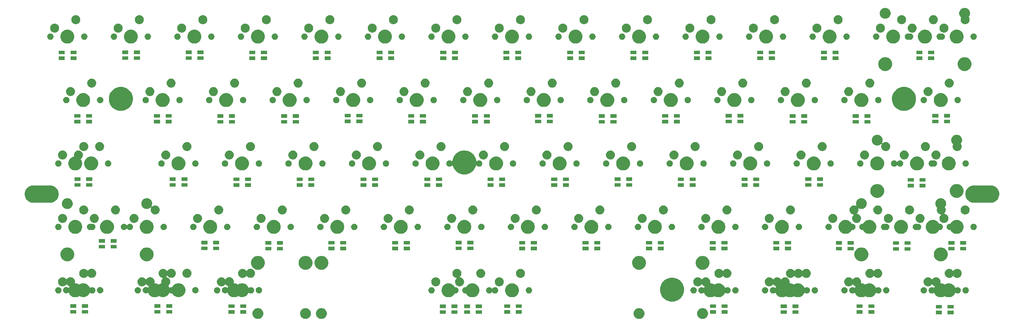
<source format=gts>
G04 #@! TF.GenerationSoftware,KiCad,Pcbnew,(5.0.2)-1*
G04 #@! TF.CreationDate,2019-02-06T17:14:16+08:00*
G04 #@! TF.ProjectId,keyboard,6b657962-6f61-4726-942e-6b696361645f,B*
G04 #@! TF.SameCoordinates,Original*
G04 #@! TF.FileFunction,Soldermask,Top*
G04 #@! TF.FilePolarity,Negative*
%FSLAX45Y45*%
G04 Gerber Fmt 4.5, Leading zero omitted, Abs format (unit mm)*
G04 Created by KiCad (PCBNEW (5.0.2)-1) date 2019/2/6 17:14:16*
%MOMM*%
%LPD*%
G01*
G04 APERTURE LIST*
%ADD10C,0.150000*%
G04 APERTURE END LIST*
D10*
G36*
X26214230Y-15538831D02*
X26241167Y-15544189D01*
X26270751Y-15556443D01*
X26297376Y-15574233D01*
X26320019Y-15596876D01*
X26337809Y-15623501D01*
X26350063Y-15653085D01*
X26356310Y-15684491D01*
X26356310Y-15716513D01*
X26350063Y-15747919D01*
X26337809Y-15777503D01*
X26320019Y-15804128D01*
X26297376Y-15826771D01*
X26270751Y-15844561D01*
X26241167Y-15856815D01*
X26214230Y-15862173D01*
X26209761Y-15863062D01*
X26177739Y-15863062D01*
X26173270Y-15862173D01*
X26146333Y-15856815D01*
X26116749Y-15844561D01*
X26090124Y-15826771D01*
X26067481Y-15804128D01*
X26049691Y-15777503D01*
X26037437Y-15747919D01*
X26031190Y-15716513D01*
X26031190Y-15684491D01*
X26037437Y-15653085D01*
X26049691Y-15623501D01*
X26067481Y-15596876D01*
X26090124Y-15574233D01*
X26116749Y-15556443D01*
X26146333Y-15544189D01*
X26173270Y-15538831D01*
X26177739Y-15537942D01*
X26209761Y-15537942D01*
X26214230Y-15538831D01*
X26214230Y-15538831D01*
G37*
G36*
X14784230Y-15538831D02*
X14811167Y-15544189D01*
X14840751Y-15556443D01*
X14867376Y-15574233D01*
X14890019Y-15596876D01*
X14907809Y-15623501D01*
X14920063Y-15653085D01*
X14926310Y-15684491D01*
X14926310Y-15716513D01*
X14920063Y-15747919D01*
X14907809Y-15777503D01*
X14890019Y-15804128D01*
X14867376Y-15826771D01*
X14840751Y-15844561D01*
X14811167Y-15856815D01*
X14784230Y-15862173D01*
X14779761Y-15863062D01*
X14747739Y-15863062D01*
X14743270Y-15862173D01*
X14716333Y-15856815D01*
X14686749Y-15844561D01*
X14660124Y-15826771D01*
X14637481Y-15804128D01*
X14619691Y-15777503D01*
X14607437Y-15747919D01*
X14601190Y-15716513D01*
X14601190Y-15684491D01*
X14607437Y-15653085D01*
X14619691Y-15623501D01*
X14637481Y-15596876D01*
X14660124Y-15574233D01*
X14686749Y-15556443D01*
X14716333Y-15544189D01*
X14743270Y-15538831D01*
X14747739Y-15537942D01*
X14779761Y-15537942D01*
X14784230Y-15538831D01*
X14784230Y-15538831D01*
G37*
G36*
X12879230Y-15538831D02*
X12906167Y-15544189D01*
X12935751Y-15556443D01*
X12962376Y-15574233D01*
X12985019Y-15596876D01*
X13002809Y-15623501D01*
X13015063Y-15653085D01*
X13021310Y-15684491D01*
X13021310Y-15716513D01*
X13015063Y-15747919D01*
X13002809Y-15777503D01*
X12985019Y-15804128D01*
X12962376Y-15826771D01*
X12935751Y-15844561D01*
X12906167Y-15856815D01*
X12879230Y-15862173D01*
X12874761Y-15863062D01*
X12842739Y-15863062D01*
X12838270Y-15862173D01*
X12811333Y-15856815D01*
X12781749Y-15844561D01*
X12755124Y-15826771D01*
X12732481Y-15804128D01*
X12714691Y-15777503D01*
X12702437Y-15747919D01*
X12696190Y-15716513D01*
X12696190Y-15684491D01*
X12702437Y-15653085D01*
X12714691Y-15623501D01*
X12732481Y-15596876D01*
X12755124Y-15574233D01*
X12781749Y-15556443D01*
X12811333Y-15544189D01*
X12838270Y-15538831D01*
X12842739Y-15537942D01*
X12874761Y-15537942D01*
X12879230Y-15538831D01*
X12879230Y-15538831D01*
G37*
G36*
X14307980Y-15538831D02*
X14334917Y-15544189D01*
X14364501Y-15556443D01*
X14391126Y-15574233D01*
X14413769Y-15596876D01*
X14431559Y-15623501D01*
X14443813Y-15653085D01*
X14450060Y-15684491D01*
X14450060Y-15716513D01*
X14443813Y-15747919D01*
X14431559Y-15777503D01*
X14413769Y-15804128D01*
X14391126Y-15826771D01*
X14364501Y-15844561D01*
X14334917Y-15856815D01*
X14307980Y-15862173D01*
X14303511Y-15863062D01*
X14271489Y-15863062D01*
X14267020Y-15862173D01*
X14240083Y-15856815D01*
X14210499Y-15844561D01*
X14183874Y-15826771D01*
X14161231Y-15804128D01*
X14143441Y-15777503D01*
X14131187Y-15747919D01*
X14124940Y-15716513D01*
X14124940Y-15684491D01*
X14131187Y-15653085D01*
X14143441Y-15623501D01*
X14161231Y-15596876D01*
X14183874Y-15574233D01*
X14210499Y-15556443D01*
X14240083Y-15544189D01*
X14267020Y-15538831D01*
X14271489Y-15537942D01*
X14303511Y-15537942D01*
X14307980Y-15538831D01*
X14307980Y-15538831D01*
G37*
G36*
X24309230Y-15538831D02*
X24336167Y-15544189D01*
X24365751Y-15556443D01*
X24392376Y-15574233D01*
X24415019Y-15596876D01*
X24432809Y-15623501D01*
X24445063Y-15653085D01*
X24451310Y-15684491D01*
X24451310Y-15716513D01*
X24445063Y-15747919D01*
X24432809Y-15777503D01*
X24415019Y-15804128D01*
X24392376Y-15826771D01*
X24365751Y-15844561D01*
X24336167Y-15856815D01*
X24309230Y-15862173D01*
X24304761Y-15863062D01*
X24272739Y-15863062D01*
X24268270Y-15862173D01*
X24241333Y-15856815D01*
X24211749Y-15844561D01*
X24185124Y-15826771D01*
X24162481Y-15804128D01*
X24144691Y-15777503D01*
X24132437Y-15747919D01*
X24126190Y-15716513D01*
X24126190Y-15684491D01*
X24132437Y-15653085D01*
X24144691Y-15623501D01*
X24162481Y-15596876D01*
X24185124Y-15574233D01*
X24211749Y-15556443D01*
X24241333Y-15544189D01*
X24268270Y-15538831D01*
X24272739Y-15537942D01*
X24304761Y-15537942D01*
X24309230Y-15538831D01*
X24309230Y-15538831D01*
G37*
G36*
X33722040Y-15720520D02*
X33541720Y-15720520D01*
X33541720Y-15615200D01*
X33722040Y-15615200D01*
X33722040Y-15720520D01*
X33722040Y-15720520D01*
G37*
G36*
X33372040Y-15720520D02*
X33191720Y-15720520D01*
X33191720Y-15615200D01*
X33372040Y-15615200D01*
X33372040Y-15720520D01*
X33372040Y-15720520D01*
G37*
G36*
X29068760Y-15710360D02*
X28888440Y-15710360D01*
X28888440Y-15605040D01*
X29068760Y-15605040D01*
X29068760Y-15710360D01*
X29068760Y-15710360D01*
G37*
G36*
X18492720Y-15710360D02*
X18312400Y-15710360D01*
X18312400Y-15605040D01*
X18492720Y-15605040D01*
X18492720Y-15710360D01*
X18492720Y-15710360D01*
G37*
G36*
X19224240Y-15710360D02*
X19043920Y-15710360D01*
X19043920Y-15605040D01*
X19224240Y-15605040D01*
X19224240Y-15710360D01*
X19224240Y-15710360D01*
G37*
G36*
X19574240Y-15710360D02*
X19393920Y-15710360D01*
X19393920Y-15605040D01*
X19574240Y-15605040D01*
X19574240Y-15710360D01*
X19574240Y-15710360D01*
G37*
G36*
X28718760Y-15710360D02*
X28538440Y-15710360D01*
X28538440Y-15605040D01*
X28718760Y-15605040D01*
X28718760Y-15710360D01*
X28718760Y-15710360D01*
G37*
G36*
X18842720Y-15710360D02*
X18662400Y-15710360D01*
X18662400Y-15605040D01*
X18842720Y-15605040D01*
X18842720Y-15710360D01*
X18842720Y-15710360D01*
G37*
G36*
X30994600Y-15705280D02*
X30814280Y-15705280D01*
X30814280Y-15599960D01*
X30994600Y-15599960D01*
X30994600Y-15705280D01*
X30994600Y-15705280D01*
G37*
G36*
X12157960Y-15705280D02*
X11977640Y-15705280D01*
X11977640Y-15599960D01*
X12157960Y-15599960D01*
X12157960Y-15705280D01*
X12157960Y-15705280D01*
G37*
G36*
X12507960Y-15705280D02*
X12327640Y-15705280D01*
X12327640Y-15599960D01*
X12507960Y-15599960D01*
X12507960Y-15705280D01*
X12507960Y-15705280D01*
G37*
G36*
X20423120Y-15705280D02*
X20242800Y-15705280D01*
X20242800Y-15599960D01*
X20423120Y-15599960D01*
X20423120Y-15705280D01*
X20423120Y-15705280D01*
G37*
G36*
X26595320Y-15705280D02*
X26415000Y-15705280D01*
X26415000Y-15599960D01*
X26595320Y-15599960D01*
X26595320Y-15705280D01*
X26595320Y-15705280D01*
G37*
G36*
X26945320Y-15705280D02*
X26765000Y-15705280D01*
X26765000Y-15599960D01*
X26945320Y-15599960D01*
X26945320Y-15705280D01*
X26945320Y-15705280D01*
G37*
G36*
X31344600Y-15705280D02*
X31164280Y-15705280D01*
X31164280Y-15599960D01*
X31344600Y-15599960D01*
X31344600Y-15705280D01*
X31344600Y-15705280D01*
G37*
G36*
X20773120Y-15705280D02*
X20592800Y-15705280D01*
X20592800Y-15599960D01*
X20773120Y-15599960D01*
X20773120Y-15705280D01*
X20773120Y-15705280D01*
G37*
G36*
X9938000Y-15700200D02*
X9757680Y-15700200D01*
X9757680Y-15594880D01*
X9938000Y-15594880D01*
X9938000Y-15700200D01*
X9938000Y-15700200D01*
G37*
G36*
X10288000Y-15700200D02*
X10107680Y-15700200D01*
X10107680Y-15594880D01*
X10288000Y-15594880D01*
X10288000Y-15700200D01*
X10288000Y-15700200D01*
G37*
G36*
X7413240Y-15700200D02*
X7232920Y-15700200D01*
X7232920Y-15594880D01*
X7413240Y-15594880D01*
X7413240Y-15700200D01*
X7413240Y-15700200D01*
G37*
G36*
X7763240Y-15700200D02*
X7582920Y-15700200D01*
X7582920Y-15594880D01*
X7763240Y-15594880D01*
X7763240Y-15700200D01*
X7763240Y-15700200D01*
G37*
G36*
X33722040Y-15545520D02*
X33541720Y-15545520D01*
X33541720Y-15440200D01*
X33722040Y-15440200D01*
X33722040Y-15545520D01*
X33722040Y-15545520D01*
G37*
G36*
X33372040Y-15545520D02*
X33191720Y-15545520D01*
X33191720Y-15440200D01*
X33372040Y-15440200D01*
X33372040Y-15545520D01*
X33372040Y-15545520D01*
G37*
G36*
X29068760Y-15535360D02*
X28888440Y-15535360D01*
X28888440Y-15430040D01*
X29068760Y-15430040D01*
X29068760Y-15535360D01*
X29068760Y-15535360D01*
G37*
G36*
X19224240Y-15535360D02*
X19043920Y-15535360D01*
X19043920Y-15430040D01*
X19224240Y-15430040D01*
X19224240Y-15535360D01*
X19224240Y-15535360D01*
G37*
G36*
X19574240Y-15535360D02*
X19393920Y-15535360D01*
X19393920Y-15430040D01*
X19574240Y-15430040D01*
X19574240Y-15535360D01*
X19574240Y-15535360D01*
G37*
G36*
X28718760Y-15535360D02*
X28538440Y-15535360D01*
X28538440Y-15430040D01*
X28718760Y-15430040D01*
X28718760Y-15535360D01*
X28718760Y-15535360D01*
G37*
G36*
X18492720Y-15535360D02*
X18312400Y-15535360D01*
X18312400Y-15430040D01*
X18492720Y-15430040D01*
X18492720Y-15535360D01*
X18492720Y-15535360D01*
G37*
G36*
X18842720Y-15535360D02*
X18662400Y-15535360D01*
X18662400Y-15430040D01*
X18842720Y-15430040D01*
X18842720Y-15535360D01*
X18842720Y-15535360D01*
G37*
G36*
X31344600Y-15530280D02*
X31164280Y-15530280D01*
X31164280Y-15424960D01*
X31344600Y-15424960D01*
X31344600Y-15530280D01*
X31344600Y-15530280D01*
G37*
G36*
X30994600Y-15530280D02*
X30814280Y-15530280D01*
X30814280Y-15424960D01*
X30994600Y-15424960D01*
X30994600Y-15530280D01*
X30994600Y-15530280D01*
G37*
G36*
X26945320Y-15530280D02*
X26765000Y-15530280D01*
X26765000Y-15424960D01*
X26945320Y-15424960D01*
X26945320Y-15530280D01*
X26945320Y-15530280D01*
G37*
G36*
X26595320Y-15530280D02*
X26415000Y-15530280D01*
X26415000Y-15424960D01*
X26595320Y-15424960D01*
X26595320Y-15530280D01*
X26595320Y-15530280D01*
G37*
G36*
X20773120Y-15530280D02*
X20592800Y-15530280D01*
X20592800Y-15424960D01*
X20773120Y-15424960D01*
X20773120Y-15530280D01*
X20773120Y-15530280D01*
G37*
G36*
X20423120Y-15530280D02*
X20242800Y-15530280D01*
X20242800Y-15424960D01*
X20423120Y-15424960D01*
X20423120Y-15530280D01*
X20423120Y-15530280D01*
G37*
G36*
X12157960Y-15530280D02*
X11977640Y-15530280D01*
X11977640Y-15424960D01*
X12157960Y-15424960D01*
X12157960Y-15530280D01*
X12157960Y-15530280D01*
G37*
G36*
X12507960Y-15530280D02*
X12327640Y-15530280D01*
X12327640Y-15424960D01*
X12507960Y-15424960D01*
X12507960Y-15530280D01*
X12507960Y-15530280D01*
G37*
G36*
X9938000Y-15525200D02*
X9757680Y-15525200D01*
X9757680Y-15419880D01*
X9938000Y-15419880D01*
X9938000Y-15525200D01*
X9938000Y-15525200D01*
G37*
G36*
X10288000Y-15525200D02*
X10107680Y-15525200D01*
X10107680Y-15419880D01*
X10288000Y-15419880D01*
X10288000Y-15525200D01*
X10288000Y-15525200D01*
G37*
G36*
X7413240Y-15525200D02*
X7232920Y-15525200D01*
X7232920Y-15419880D01*
X7413240Y-15419880D01*
X7413240Y-15525200D01*
X7413240Y-15525200D01*
G37*
G36*
X7763240Y-15525200D02*
X7582920Y-15525200D01*
X7582920Y-15419880D01*
X7763240Y-15419880D01*
X7763240Y-15525200D01*
X7763240Y-15525200D01*
G37*
G36*
X25346363Y-14628253D02*
X25383998Y-14635739D01*
X25449545Y-14662890D01*
X25508139Y-14702040D01*
X25508537Y-14702306D01*
X25558704Y-14752473D01*
X25558704Y-14752474D01*
X25598120Y-14811465D01*
X25625271Y-14877012D01*
X25627931Y-14890388D01*
X25639112Y-14946596D01*
X25639112Y-15017544D01*
X25630799Y-15059338D01*
X25625271Y-15087128D01*
X25598120Y-15152675D01*
X25575026Y-15187238D01*
X25558704Y-15211667D01*
X25508537Y-15261834D01*
X25508536Y-15261834D01*
X25449545Y-15301250D01*
X25383998Y-15328401D01*
X25360803Y-15333014D01*
X25314414Y-15342242D01*
X25243466Y-15342242D01*
X25197076Y-15333014D01*
X25173882Y-15328401D01*
X25108335Y-15301250D01*
X25049344Y-15261834D01*
X25049343Y-15261834D01*
X24999176Y-15211667D01*
X24982854Y-15187238D01*
X24959760Y-15152675D01*
X24932609Y-15087128D01*
X24927081Y-15059338D01*
X24918768Y-15017544D01*
X24918768Y-14946596D01*
X24929948Y-14890388D01*
X24932609Y-14877012D01*
X24959760Y-14811465D01*
X24999176Y-14752474D01*
X24999176Y-14752473D01*
X25049343Y-14702306D01*
X25049741Y-14702040D01*
X25108335Y-14662890D01*
X25173882Y-14635739D01*
X25211517Y-14628253D01*
X25243466Y-14621898D01*
X25314414Y-14621898D01*
X25346363Y-14628253D01*
X25346363Y-14628253D01*
G37*
G36*
X20539762Y-14800871D02*
X20577829Y-14816639D01*
X20612088Y-14839530D01*
X20641222Y-14868664D01*
X20664113Y-14902923D01*
X20679881Y-14940990D01*
X20687919Y-14981400D01*
X20687919Y-15022603D01*
X20679881Y-15063014D01*
X20664113Y-15101081D01*
X20641222Y-15135340D01*
X20612088Y-15164474D01*
X20577829Y-15187365D01*
X20539762Y-15203133D01*
X20499352Y-15211171D01*
X20458149Y-15211171D01*
X20417738Y-15203133D01*
X20379671Y-15187365D01*
X20345412Y-15164474D01*
X20316278Y-15135340D01*
X20293387Y-15101081D01*
X20277619Y-15063014D01*
X20269581Y-15022603D01*
X20269581Y-14981400D01*
X20277619Y-14940990D01*
X20293387Y-14902923D01*
X20316278Y-14868664D01*
X20345412Y-14839530D01*
X20379671Y-14816639D01*
X20417738Y-14800871D01*
X20458149Y-14792833D01*
X20499352Y-14792833D01*
X20539762Y-14800871D01*
X20539762Y-14800871D01*
G37*
G36*
X28224713Y-14616209D02*
X28233415Y-14617940D01*
X28258007Y-14628126D01*
X28280139Y-14642914D01*
X28298961Y-14661736D01*
X28302670Y-14667286D01*
X28304224Y-14669180D01*
X28306118Y-14670735D01*
X28308279Y-14671890D01*
X28310624Y-14672601D01*
X28313062Y-14672841D01*
X28315501Y-14672601D01*
X28317846Y-14671890D01*
X28320007Y-14670735D01*
X28321901Y-14669180D01*
X28323455Y-14667286D01*
X28327164Y-14661736D01*
X28345986Y-14642914D01*
X28368118Y-14628126D01*
X28392710Y-14617940D01*
X28401412Y-14616209D01*
X28418816Y-14612747D01*
X28445434Y-14612747D01*
X28462838Y-14616209D01*
X28471540Y-14617940D01*
X28496132Y-14628126D01*
X28518264Y-14642914D01*
X28537086Y-14661736D01*
X28540795Y-14667286D01*
X28542349Y-14669180D01*
X28544243Y-14670735D01*
X28546404Y-14671890D01*
X28548749Y-14672601D01*
X28551187Y-14672841D01*
X28553626Y-14672601D01*
X28555971Y-14671890D01*
X28558132Y-14670735D01*
X28560026Y-14669180D01*
X28561580Y-14667286D01*
X28565289Y-14661736D01*
X28584111Y-14642914D01*
X28606243Y-14628126D01*
X28630835Y-14617940D01*
X28639537Y-14616209D01*
X28656941Y-14612747D01*
X28683559Y-14612747D01*
X28700963Y-14616209D01*
X28709665Y-14617940D01*
X28734257Y-14628126D01*
X28756389Y-14642914D01*
X28775211Y-14661736D01*
X28789999Y-14683868D01*
X28800185Y-14708460D01*
X28805378Y-14734566D01*
X28805378Y-14761184D01*
X28802079Y-14777767D01*
X28801839Y-14780206D01*
X28802079Y-14782645D01*
X28802791Y-14784989D01*
X28803946Y-14787151D01*
X28805500Y-14789045D01*
X28807394Y-14790599D01*
X28809555Y-14791754D01*
X28811900Y-14792466D01*
X28814339Y-14792706D01*
X28833726Y-14792706D01*
X28874137Y-14800744D01*
X28912204Y-14816512D01*
X28925243Y-14825224D01*
X28927404Y-14826379D01*
X28929749Y-14827091D01*
X28932187Y-14827331D01*
X28934626Y-14827091D01*
X28936971Y-14826379D01*
X28939132Y-14825224D01*
X28952171Y-14816512D01*
X28990238Y-14800744D01*
X29030648Y-14792706D01*
X29071851Y-14792706D01*
X29112262Y-14800744D01*
X29150329Y-14816512D01*
X29184588Y-14839403D01*
X29213722Y-14868537D01*
X29236613Y-14902796D01*
X29244133Y-14920950D01*
X29245288Y-14923111D01*
X29246842Y-14925005D01*
X29248736Y-14926560D01*
X29250897Y-14927715D01*
X29253242Y-14928426D01*
X29255681Y-14928666D01*
X29258120Y-14928426D01*
X29260465Y-14927715D01*
X29262625Y-14926560D01*
X29276067Y-14917578D01*
X29293379Y-14910407D01*
X29309340Y-14907232D01*
X29311756Y-14906752D01*
X29330494Y-14906752D01*
X29332909Y-14907232D01*
X29348871Y-14910407D01*
X29366183Y-14917578D01*
X29381762Y-14927988D01*
X29395012Y-14941238D01*
X29405422Y-14956817D01*
X29412592Y-14974129D01*
X29415334Y-14987912D01*
X29416248Y-14992506D01*
X29416248Y-15011244D01*
X29416223Y-15011371D01*
X29412592Y-15029621D01*
X29405422Y-15046933D01*
X29395012Y-15062512D01*
X29381762Y-15075762D01*
X29366183Y-15086172D01*
X29348871Y-15093342D01*
X29335088Y-15096084D01*
X29330494Y-15096998D01*
X29311756Y-15096998D01*
X29307162Y-15096084D01*
X29293379Y-15093342D01*
X29276067Y-15086172D01*
X29262625Y-15077190D01*
X29260465Y-15076035D01*
X29258120Y-15075324D01*
X29255681Y-15075084D01*
X29253242Y-15075324D01*
X29250898Y-15076035D01*
X29248736Y-15077190D01*
X29246842Y-15078745D01*
X29245288Y-15080639D01*
X29244133Y-15082800D01*
X29236613Y-15100954D01*
X29213722Y-15135213D01*
X29184588Y-15164347D01*
X29150329Y-15187238D01*
X29112262Y-15203006D01*
X29071851Y-15211044D01*
X29030648Y-15211044D01*
X28990238Y-15203006D01*
X28952171Y-15187238D01*
X28939132Y-15178526D01*
X28936971Y-15177371D01*
X28934626Y-15176659D01*
X28932187Y-15176419D01*
X28929749Y-15176659D01*
X28927404Y-15177371D01*
X28925243Y-15178526D01*
X28912204Y-15187238D01*
X28874137Y-15203006D01*
X28833726Y-15211044D01*
X28792523Y-15211044D01*
X28752113Y-15203006D01*
X28714046Y-15187238D01*
X28701007Y-15178526D01*
X28698846Y-15177371D01*
X28696501Y-15176659D01*
X28694062Y-15176419D01*
X28691624Y-15176659D01*
X28689279Y-15177371D01*
X28687118Y-15178526D01*
X28674079Y-15187238D01*
X28636012Y-15203006D01*
X28595601Y-15211044D01*
X28554398Y-15211044D01*
X28513988Y-15203006D01*
X28475921Y-15187238D01*
X28441662Y-15164347D01*
X28412528Y-15135213D01*
X28389637Y-15100954D01*
X28382117Y-15082800D01*
X28380962Y-15080639D01*
X28379408Y-15078745D01*
X28377514Y-15077190D01*
X28375352Y-15076035D01*
X28373008Y-15075324D01*
X28370569Y-15075084D01*
X28368130Y-15075324D01*
X28365785Y-15076035D01*
X28363625Y-15077190D01*
X28350183Y-15086172D01*
X28332871Y-15093342D01*
X28319088Y-15096084D01*
X28314494Y-15096998D01*
X28295756Y-15096998D01*
X28291162Y-15096084D01*
X28277379Y-15093342D01*
X28260067Y-15086172D01*
X28244488Y-15075762D01*
X28231238Y-15062512D01*
X28220828Y-15046933D01*
X28213657Y-15029621D01*
X28210027Y-15011371D01*
X28210002Y-15011244D01*
X28210002Y-14992506D01*
X28210916Y-14987912D01*
X28213657Y-14974129D01*
X28220828Y-14956817D01*
X28231238Y-14941238D01*
X28244488Y-14927988D01*
X28260067Y-14917578D01*
X28277379Y-14910407D01*
X28293340Y-14907232D01*
X28295756Y-14906752D01*
X28314494Y-14906752D01*
X28316909Y-14907232D01*
X28332871Y-14910407D01*
X28350183Y-14917578D01*
X28363625Y-14926560D01*
X28365785Y-14927715D01*
X28368130Y-14928426D01*
X28370569Y-14928666D01*
X28373007Y-14928426D01*
X28375352Y-14927715D01*
X28377513Y-14926560D01*
X28379408Y-14925005D01*
X28380962Y-14923111D01*
X28382117Y-14920950D01*
X28389637Y-14902796D01*
X28394917Y-14894894D01*
X28396072Y-14892733D01*
X28396783Y-14890388D01*
X28397024Y-14887949D01*
X28396783Y-14885510D01*
X28396072Y-14883166D01*
X28394917Y-14881004D01*
X28393362Y-14879110D01*
X28391468Y-14877556D01*
X28389307Y-14876401D01*
X28368118Y-14867624D01*
X28345986Y-14852836D01*
X28327164Y-14834014D01*
X28323455Y-14828463D01*
X28321901Y-14826570D01*
X28320007Y-14825015D01*
X28317846Y-14823860D01*
X28315501Y-14823149D01*
X28313062Y-14822909D01*
X28310624Y-14823149D01*
X28308279Y-14823860D01*
X28306118Y-14825015D01*
X28304224Y-14826570D01*
X28302670Y-14828463D01*
X28298961Y-14834014D01*
X28280139Y-14852836D01*
X28258007Y-14867624D01*
X28233415Y-14877810D01*
X28226879Y-14879110D01*
X28207309Y-14883003D01*
X28180691Y-14883003D01*
X28161121Y-14879110D01*
X28154585Y-14877810D01*
X28129993Y-14867624D01*
X28107861Y-14852836D01*
X28089039Y-14834014D01*
X28074251Y-14811882D01*
X28064065Y-14787290D01*
X28058897Y-14761311D01*
X28058872Y-14761184D01*
X28058872Y-14734566D01*
X28064040Y-14708587D01*
X28064065Y-14708460D01*
X28074251Y-14683868D01*
X28089039Y-14661736D01*
X28107861Y-14642914D01*
X28129993Y-14628126D01*
X28154585Y-14617940D01*
X28163287Y-14616209D01*
X28180691Y-14612747D01*
X28207309Y-14612747D01*
X28224713Y-14616209D01*
X28224713Y-14616209D01*
G37*
G36*
X7268271Y-14612747D02*
X7278415Y-14614765D01*
X7303007Y-14624951D01*
X7325139Y-14639739D01*
X7343961Y-14658561D01*
X7358749Y-14680693D01*
X7368935Y-14705285D01*
X7368935Y-14705285D01*
X7374128Y-14731391D01*
X7374128Y-14758009D01*
X7370198Y-14777767D01*
X7369958Y-14780206D01*
X7370198Y-14782645D01*
X7370909Y-14784989D01*
X7372064Y-14787151D01*
X7373619Y-14789045D01*
X7375513Y-14790599D01*
X7377674Y-14791754D01*
X7380019Y-14792466D01*
X7382458Y-14792706D01*
X7402476Y-14792706D01*
X7442887Y-14800744D01*
X7480954Y-14816512D01*
X7491617Y-14823637D01*
X7493778Y-14824792D01*
X7496123Y-14825503D01*
X7498562Y-14825743D01*
X7501000Y-14825503D01*
X7503345Y-14824792D01*
X7505506Y-14823637D01*
X7520921Y-14813337D01*
X7558988Y-14797569D01*
X7599398Y-14789531D01*
X7640601Y-14789531D01*
X7681012Y-14797569D01*
X7719079Y-14813337D01*
X7753338Y-14836228D01*
X7782472Y-14865362D01*
X7805363Y-14899621D01*
X7813913Y-14920261D01*
X7815068Y-14922423D01*
X7816622Y-14924317D01*
X7818517Y-14925871D01*
X7820678Y-14927026D01*
X7823023Y-14927738D01*
X7825461Y-14927978D01*
X7827900Y-14927738D01*
X7830245Y-14927026D01*
X7832404Y-14925872D01*
X7844817Y-14917578D01*
X7862129Y-14910407D01*
X7878090Y-14907232D01*
X7880506Y-14906752D01*
X7899244Y-14906752D01*
X7901659Y-14907232D01*
X7917621Y-14910407D01*
X7934933Y-14917578D01*
X7950512Y-14927988D01*
X7963762Y-14941238D01*
X7974172Y-14956817D01*
X7981342Y-14974129D01*
X7984084Y-14987912D01*
X7984998Y-14992506D01*
X7984998Y-15011244D01*
X7984973Y-15011371D01*
X7981342Y-15029621D01*
X7974172Y-15046933D01*
X7963762Y-15062512D01*
X7950512Y-15075762D01*
X7934933Y-15086172D01*
X7917621Y-15093342D01*
X7903838Y-15096084D01*
X7899244Y-15096998D01*
X7880506Y-15096998D01*
X7875912Y-15096084D01*
X7862129Y-15093342D01*
X7844817Y-15086172D01*
X7830344Y-15076501D01*
X7828185Y-15075347D01*
X7825840Y-15074636D01*
X7823401Y-15074395D01*
X7820962Y-15074636D01*
X7818618Y-15075347D01*
X7816456Y-15076502D01*
X7814562Y-15078057D01*
X7813008Y-15079951D01*
X7811853Y-15082112D01*
X7805363Y-15097779D01*
X7782472Y-15132038D01*
X7753338Y-15161172D01*
X7719079Y-15184063D01*
X7681012Y-15199831D01*
X7640601Y-15207869D01*
X7599398Y-15207869D01*
X7558988Y-15199831D01*
X7520921Y-15184063D01*
X7510258Y-15176938D01*
X7508097Y-15175783D01*
X7505752Y-15175072D01*
X7503313Y-15174832D01*
X7500875Y-15175072D01*
X7498530Y-15175783D01*
X7496369Y-15176938D01*
X7480954Y-15187238D01*
X7442887Y-15203006D01*
X7402476Y-15211044D01*
X7361273Y-15211044D01*
X7320863Y-15203006D01*
X7282796Y-15187238D01*
X7248537Y-15164347D01*
X7219403Y-15135213D01*
X7196512Y-15100954D01*
X7187962Y-15080313D01*
X7186807Y-15078152D01*
X7185253Y-15076258D01*
X7183358Y-15074704D01*
X7181197Y-15073548D01*
X7178852Y-15072837D01*
X7176414Y-15072597D01*
X7173975Y-15072837D01*
X7171630Y-15073548D01*
X7169470Y-15074703D01*
X7157058Y-15082997D01*
X7139746Y-15090167D01*
X7125963Y-15092909D01*
X7121369Y-15093823D01*
X7102631Y-15093823D01*
X7098037Y-15092909D01*
X7084254Y-15090167D01*
X7066942Y-15082997D01*
X7051363Y-15072587D01*
X7038113Y-15059337D01*
X7027703Y-15043758D01*
X7020532Y-15026446D01*
X7016877Y-15008069D01*
X7016877Y-14989331D01*
X7020532Y-14970954D01*
X7027703Y-14953642D01*
X7038113Y-14938063D01*
X7051363Y-14924813D01*
X7066942Y-14914403D01*
X7084254Y-14907232D01*
X7098037Y-14904491D01*
X7102631Y-14903577D01*
X7121369Y-14903577D01*
X7125963Y-14904491D01*
X7139746Y-14907232D01*
X7157058Y-14914403D01*
X7171530Y-14924073D01*
X7173690Y-14925228D01*
X7176035Y-14925939D01*
X7178474Y-14926179D01*
X7180912Y-14925939D01*
X7183257Y-14925228D01*
X7185418Y-14924073D01*
X7187313Y-14922518D01*
X7188867Y-14920624D01*
X7190022Y-14918463D01*
X7196512Y-14902796D01*
X7203454Y-14892407D01*
X7204609Y-14890246D01*
X7205320Y-14887901D01*
X7205560Y-14885462D01*
X7205320Y-14883024D01*
X7204609Y-14880679D01*
X7203454Y-14878518D01*
X7201899Y-14876624D01*
X7200005Y-14875069D01*
X7197844Y-14873914D01*
X7174993Y-14864449D01*
X7152861Y-14849661D01*
X7134039Y-14830839D01*
X7131391Y-14826876D01*
X7129837Y-14824982D01*
X7127943Y-14823428D01*
X7125782Y-14822273D01*
X7123437Y-14821561D01*
X7120998Y-14821321D01*
X7118559Y-14821561D01*
X7116215Y-14822273D01*
X7114053Y-14823428D01*
X7112159Y-14824982D01*
X7110605Y-14826876D01*
X7105836Y-14834014D01*
X7087014Y-14852836D01*
X7064882Y-14867624D01*
X7040290Y-14877810D01*
X7033754Y-14879110D01*
X7014184Y-14883003D01*
X6987566Y-14883003D01*
X6967996Y-14879110D01*
X6961460Y-14877810D01*
X6936868Y-14867624D01*
X6914736Y-14852836D01*
X6895914Y-14834014D01*
X6881126Y-14811882D01*
X6870940Y-14787290D01*
X6865772Y-14761311D01*
X6865747Y-14761184D01*
X6865747Y-14734566D01*
X6870915Y-14708587D01*
X6870940Y-14708460D01*
X6881126Y-14683868D01*
X6895914Y-14661736D01*
X6914736Y-14642914D01*
X6936868Y-14628126D01*
X6961460Y-14617940D01*
X6970162Y-14616209D01*
X6987566Y-14612747D01*
X7014184Y-14612747D01*
X7031588Y-14616209D01*
X7040290Y-14617940D01*
X7064882Y-14628126D01*
X7087014Y-14642914D01*
X7105836Y-14661736D01*
X7108483Y-14665698D01*
X7110038Y-14667593D01*
X7111932Y-14669147D01*
X7114093Y-14670302D01*
X7116438Y-14671014D01*
X7118877Y-14671254D01*
X7121315Y-14671014D01*
X7123660Y-14670302D01*
X7125821Y-14669147D01*
X7127716Y-14667593D01*
X7129270Y-14665699D01*
X7134039Y-14658561D01*
X7152861Y-14639739D01*
X7174993Y-14624951D01*
X7199585Y-14614765D01*
X7209729Y-14612747D01*
X7225691Y-14609572D01*
X7252309Y-14609572D01*
X7268271Y-14612747D01*
X7268271Y-14612747D01*
G37*
G36*
X26081588Y-14616209D02*
X26090290Y-14617940D01*
X26114882Y-14628126D01*
X26137014Y-14642914D01*
X26155836Y-14661736D01*
X26159545Y-14667286D01*
X26161099Y-14669180D01*
X26162993Y-14670735D01*
X26165154Y-14671890D01*
X26167499Y-14672601D01*
X26169937Y-14672841D01*
X26172376Y-14672601D01*
X26174721Y-14671890D01*
X26176882Y-14670735D01*
X26178776Y-14669180D01*
X26180330Y-14667286D01*
X26184039Y-14661736D01*
X26202861Y-14642914D01*
X26224993Y-14628126D01*
X26249585Y-14617940D01*
X26258287Y-14616209D01*
X26275691Y-14612747D01*
X26302309Y-14612747D01*
X26319713Y-14616209D01*
X26328415Y-14617940D01*
X26353007Y-14628126D01*
X26375139Y-14642914D01*
X26393961Y-14661736D01*
X26408749Y-14683868D01*
X26418935Y-14708460D01*
X26424128Y-14734566D01*
X26424128Y-14761184D01*
X26420829Y-14777767D01*
X26420589Y-14780206D01*
X26420829Y-14782645D01*
X26421541Y-14784989D01*
X26422696Y-14787151D01*
X26424250Y-14789045D01*
X26426144Y-14790599D01*
X26428305Y-14791754D01*
X26430650Y-14792466D01*
X26433089Y-14792706D01*
X26452476Y-14792706D01*
X26492887Y-14800744D01*
X26530954Y-14816512D01*
X26543993Y-14825224D01*
X26546154Y-14826379D01*
X26548499Y-14827091D01*
X26550937Y-14827331D01*
X26553376Y-14827091D01*
X26555721Y-14826379D01*
X26557882Y-14825224D01*
X26570921Y-14816512D01*
X26608988Y-14800744D01*
X26649398Y-14792706D01*
X26690601Y-14792706D01*
X26731012Y-14800744D01*
X26769079Y-14816512D01*
X26803338Y-14839403D01*
X26832472Y-14868537D01*
X26855363Y-14902796D01*
X26862883Y-14920950D01*
X26864038Y-14923111D01*
X26865592Y-14925005D01*
X26867486Y-14926560D01*
X26869647Y-14927715D01*
X26871992Y-14928426D01*
X26874431Y-14928666D01*
X26876870Y-14928426D01*
X26879215Y-14927715D01*
X26881375Y-14926560D01*
X26894817Y-14917578D01*
X26912129Y-14910407D01*
X26928090Y-14907232D01*
X26930506Y-14906752D01*
X26949244Y-14906752D01*
X26951659Y-14907232D01*
X26967621Y-14910407D01*
X26984933Y-14917578D01*
X27000512Y-14927988D01*
X27013762Y-14941238D01*
X27024172Y-14956817D01*
X27031342Y-14974129D01*
X27034084Y-14987912D01*
X27034998Y-14992506D01*
X27034998Y-15011244D01*
X27034973Y-15011371D01*
X27031342Y-15029621D01*
X27024172Y-15046933D01*
X27013762Y-15062512D01*
X27000512Y-15075762D01*
X26984933Y-15086172D01*
X26967621Y-15093342D01*
X26953838Y-15096084D01*
X26949244Y-15096998D01*
X26930506Y-15096998D01*
X26925912Y-15096084D01*
X26912129Y-15093342D01*
X26894817Y-15086172D01*
X26881375Y-15077190D01*
X26879215Y-15076035D01*
X26876870Y-15075324D01*
X26874431Y-15075084D01*
X26871992Y-15075324D01*
X26869648Y-15076035D01*
X26867486Y-15077190D01*
X26865592Y-15078745D01*
X26864038Y-15080639D01*
X26862883Y-15082800D01*
X26855363Y-15100954D01*
X26832472Y-15135213D01*
X26803338Y-15164347D01*
X26769079Y-15187238D01*
X26731012Y-15203006D01*
X26690601Y-15211044D01*
X26649398Y-15211044D01*
X26608988Y-15203006D01*
X26570921Y-15187238D01*
X26557882Y-15178526D01*
X26555721Y-15177371D01*
X26553376Y-15176659D01*
X26550937Y-15176419D01*
X26548499Y-15176659D01*
X26546154Y-15177371D01*
X26543993Y-15178526D01*
X26530954Y-15187238D01*
X26492887Y-15203006D01*
X26452476Y-15211044D01*
X26411273Y-15211044D01*
X26370863Y-15203006D01*
X26332796Y-15187238D01*
X26298537Y-15164347D01*
X26269403Y-15135213D01*
X26246512Y-15100954D01*
X26238992Y-15082800D01*
X26237837Y-15080639D01*
X26236283Y-15078745D01*
X26234389Y-15077190D01*
X26232227Y-15076035D01*
X26229883Y-15075324D01*
X26227444Y-15075084D01*
X26225005Y-15075324D01*
X26222660Y-15076035D01*
X26220500Y-15077190D01*
X26207058Y-15086172D01*
X26189746Y-15093342D01*
X26175963Y-15096084D01*
X26171369Y-15096998D01*
X26152631Y-15096998D01*
X26148037Y-15096084D01*
X26134254Y-15093342D01*
X26116942Y-15086172D01*
X26101363Y-15075762D01*
X26088113Y-15062512D01*
X26077703Y-15046933D01*
X26070532Y-15029621D01*
X26066902Y-15011371D01*
X26066877Y-15011244D01*
X26066877Y-14992506D01*
X26067791Y-14987912D01*
X26070532Y-14974129D01*
X26077703Y-14956817D01*
X26088113Y-14941238D01*
X26101363Y-14927988D01*
X26116942Y-14917578D01*
X26134254Y-14910407D01*
X26150215Y-14907232D01*
X26152631Y-14906752D01*
X26171369Y-14906752D01*
X26173784Y-14907232D01*
X26189746Y-14910407D01*
X26207058Y-14917578D01*
X26220500Y-14926560D01*
X26222660Y-14927715D01*
X26225005Y-14928426D01*
X26227444Y-14928666D01*
X26229882Y-14928426D01*
X26232227Y-14927715D01*
X26234388Y-14926560D01*
X26236283Y-14925005D01*
X26237837Y-14923111D01*
X26238992Y-14920950D01*
X26246512Y-14902796D01*
X26251792Y-14894894D01*
X26252947Y-14892733D01*
X26253658Y-14890388D01*
X26253899Y-14887949D01*
X26253658Y-14885510D01*
X26252947Y-14883166D01*
X26251792Y-14881004D01*
X26250237Y-14879110D01*
X26248343Y-14877556D01*
X26246182Y-14876401D01*
X26224993Y-14867624D01*
X26202861Y-14852836D01*
X26184039Y-14834014D01*
X26180330Y-14828463D01*
X26178776Y-14826570D01*
X26176882Y-14825015D01*
X26174721Y-14823860D01*
X26172376Y-14823149D01*
X26169937Y-14822909D01*
X26167499Y-14823149D01*
X26165154Y-14823860D01*
X26162993Y-14825015D01*
X26161099Y-14826570D01*
X26159545Y-14828463D01*
X26155836Y-14834014D01*
X26137014Y-14852836D01*
X26114882Y-14867624D01*
X26090290Y-14877810D01*
X26083754Y-14879110D01*
X26064184Y-14883003D01*
X26037566Y-14883003D01*
X26017996Y-14879110D01*
X26011460Y-14877810D01*
X25986868Y-14867624D01*
X25964736Y-14852836D01*
X25945914Y-14834014D01*
X25931126Y-14811882D01*
X25920940Y-14787290D01*
X25915772Y-14761311D01*
X25915747Y-14761184D01*
X25915747Y-14734566D01*
X25920915Y-14708587D01*
X25920940Y-14708460D01*
X25931126Y-14683868D01*
X25945914Y-14661736D01*
X25964736Y-14642914D01*
X25986868Y-14628126D01*
X26011460Y-14617940D01*
X26020162Y-14616209D01*
X26037566Y-14612747D01*
X26064184Y-14612747D01*
X26081588Y-14616209D01*
X26081588Y-14616209D01*
G37*
G36*
X19349137Y-14800744D02*
X19387204Y-14816512D01*
X19421463Y-14839403D01*
X19450597Y-14868537D01*
X19473488Y-14902796D01*
X19489256Y-14940863D01*
X19497294Y-14981273D01*
X19497294Y-15022476D01*
X19489256Y-15062887D01*
X19473488Y-15100954D01*
X19450597Y-15135213D01*
X19421463Y-15164347D01*
X19387204Y-15187238D01*
X19349137Y-15203006D01*
X19308727Y-15211044D01*
X19267524Y-15211044D01*
X19227113Y-15203006D01*
X19189046Y-15187238D01*
X19154787Y-15164347D01*
X19125653Y-15135213D01*
X19103703Y-15102362D01*
X19102149Y-15100468D01*
X19100254Y-15098914D01*
X19098093Y-15097759D01*
X19095748Y-15097047D01*
X19093310Y-15096807D01*
X19091371Y-15096998D01*
X19072381Y-15096998D01*
X19067787Y-15096084D01*
X19054004Y-15093342D01*
X19036692Y-15086172D01*
X19021113Y-15075762D01*
X19007863Y-15062512D01*
X18997453Y-15046933D01*
X18990283Y-15029621D01*
X18986652Y-15011371D01*
X18986627Y-15011244D01*
X18986627Y-14992506D01*
X18987541Y-14987912D01*
X18990283Y-14974129D01*
X18997453Y-14956817D01*
X19007863Y-14941238D01*
X19021113Y-14927988D01*
X19036692Y-14917578D01*
X19054004Y-14910407D01*
X19069966Y-14907232D01*
X19072381Y-14906752D01*
X19091371Y-14906752D01*
X19093310Y-14906943D01*
X19095749Y-14906703D01*
X19098093Y-14905991D01*
X19100255Y-14904836D01*
X19102149Y-14903282D01*
X19103703Y-14901387D01*
X19125653Y-14868537D01*
X19154787Y-14839403D01*
X19189046Y-14816512D01*
X19227113Y-14800744D01*
X19267524Y-14792706D01*
X19308727Y-14792706D01*
X19349137Y-14800744D01*
X19349137Y-14800744D01*
G37*
G36*
X12030771Y-14612747D02*
X12040915Y-14614765D01*
X12065507Y-14624951D01*
X12087639Y-14639739D01*
X12106461Y-14658561D01*
X12121249Y-14680693D01*
X12131435Y-14705285D01*
X12131435Y-14705285D01*
X12136628Y-14731391D01*
X12136628Y-14758009D01*
X12132698Y-14777767D01*
X12132458Y-14780206D01*
X12132698Y-14782645D01*
X12133409Y-14784989D01*
X12134564Y-14787151D01*
X12136119Y-14789045D01*
X12138013Y-14790599D01*
X12140174Y-14791754D01*
X12142519Y-14792466D01*
X12144958Y-14792706D01*
X12164976Y-14792706D01*
X12205387Y-14800744D01*
X12243454Y-14816512D01*
X12254117Y-14823637D01*
X12256278Y-14824792D01*
X12258623Y-14825503D01*
X12261062Y-14825743D01*
X12263500Y-14825503D01*
X12265845Y-14824792D01*
X12268006Y-14823637D01*
X12283421Y-14813337D01*
X12321488Y-14797569D01*
X12361898Y-14789531D01*
X12403101Y-14789531D01*
X12443512Y-14797569D01*
X12481579Y-14813337D01*
X12515838Y-14836228D01*
X12544972Y-14865362D01*
X12567863Y-14899621D01*
X12576413Y-14920261D01*
X12577568Y-14922423D01*
X12579122Y-14924317D01*
X12581017Y-14925871D01*
X12583178Y-14927026D01*
X12585523Y-14927738D01*
X12587961Y-14927978D01*
X12590400Y-14927738D01*
X12592745Y-14927026D01*
X12594904Y-14925872D01*
X12607317Y-14917578D01*
X12624629Y-14910407D01*
X12640590Y-14907232D01*
X12643006Y-14906752D01*
X12661744Y-14906752D01*
X12664159Y-14907232D01*
X12680121Y-14910407D01*
X12697433Y-14917578D01*
X12713012Y-14927988D01*
X12726262Y-14941238D01*
X12736672Y-14956817D01*
X12743842Y-14974129D01*
X12746584Y-14987912D01*
X12747498Y-14992506D01*
X12747498Y-15011244D01*
X12747473Y-15011371D01*
X12743842Y-15029621D01*
X12736672Y-15046933D01*
X12726262Y-15062512D01*
X12713012Y-15075762D01*
X12697433Y-15086172D01*
X12680121Y-15093342D01*
X12666338Y-15096084D01*
X12661744Y-15096998D01*
X12643006Y-15096998D01*
X12638412Y-15096084D01*
X12624629Y-15093342D01*
X12607317Y-15086172D01*
X12592844Y-15076501D01*
X12590685Y-15075347D01*
X12588340Y-15074636D01*
X12585901Y-15074395D01*
X12583462Y-15074636D01*
X12581118Y-15075347D01*
X12578956Y-15076502D01*
X12577062Y-15078057D01*
X12575508Y-15079951D01*
X12574353Y-15082112D01*
X12567863Y-15097779D01*
X12544972Y-15132038D01*
X12515838Y-15161172D01*
X12481579Y-15184063D01*
X12443512Y-15199831D01*
X12403101Y-15207869D01*
X12361898Y-15207869D01*
X12321488Y-15199831D01*
X12283421Y-15184063D01*
X12272758Y-15176938D01*
X12270597Y-15175783D01*
X12268252Y-15175072D01*
X12265813Y-15174832D01*
X12263375Y-15175072D01*
X12261030Y-15175783D01*
X12258869Y-15176938D01*
X12243454Y-15187238D01*
X12205387Y-15203006D01*
X12164976Y-15211044D01*
X12123773Y-15211044D01*
X12083363Y-15203006D01*
X12045296Y-15187238D01*
X12011037Y-15164347D01*
X11981903Y-15135213D01*
X11959012Y-15100954D01*
X11950462Y-15080313D01*
X11949307Y-15078152D01*
X11947753Y-15076258D01*
X11945858Y-15074704D01*
X11943697Y-15073548D01*
X11941352Y-15072837D01*
X11938914Y-15072597D01*
X11936475Y-15072837D01*
X11934130Y-15073548D01*
X11931970Y-15074703D01*
X11919558Y-15082997D01*
X11902246Y-15090167D01*
X11888463Y-15092909D01*
X11883869Y-15093823D01*
X11865131Y-15093823D01*
X11860537Y-15092909D01*
X11846754Y-15090167D01*
X11829442Y-15082997D01*
X11813863Y-15072587D01*
X11800613Y-15059337D01*
X11790203Y-15043758D01*
X11783032Y-15026446D01*
X11779377Y-15008069D01*
X11779377Y-14989331D01*
X11783032Y-14970954D01*
X11790203Y-14953642D01*
X11800613Y-14938063D01*
X11813863Y-14924813D01*
X11829442Y-14914403D01*
X11846754Y-14907232D01*
X11860537Y-14904491D01*
X11865131Y-14903577D01*
X11883869Y-14903577D01*
X11888463Y-14904491D01*
X11902246Y-14907232D01*
X11919558Y-14914403D01*
X11934030Y-14924073D01*
X11936190Y-14925228D01*
X11938535Y-14925939D01*
X11940974Y-14926179D01*
X11943412Y-14925939D01*
X11945757Y-14925228D01*
X11947918Y-14924073D01*
X11949813Y-14922518D01*
X11951367Y-14920624D01*
X11952522Y-14918463D01*
X11959012Y-14902796D01*
X11965954Y-14892407D01*
X11967109Y-14890246D01*
X11967820Y-14887901D01*
X11968060Y-14885462D01*
X11967820Y-14883024D01*
X11967109Y-14880679D01*
X11965954Y-14878518D01*
X11964399Y-14876624D01*
X11962505Y-14875069D01*
X11960344Y-14873914D01*
X11937493Y-14864449D01*
X11915361Y-14849661D01*
X11896539Y-14830839D01*
X11893891Y-14826876D01*
X11892337Y-14824982D01*
X11890443Y-14823428D01*
X11888282Y-14822273D01*
X11885937Y-14821561D01*
X11883498Y-14821321D01*
X11881059Y-14821561D01*
X11878715Y-14822273D01*
X11876553Y-14823428D01*
X11874659Y-14824982D01*
X11873105Y-14826876D01*
X11868336Y-14834014D01*
X11849514Y-14852836D01*
X11827382Y-14867624D01*
X11802790Y-14877810D01*
X11796254Y-14879110D01*
X11776684Y-14883003D01*
X11750066Y-14883003D01*
X11730496Y-14879110D01*
X11723960Y-14877810D01*
X11699368Y-14867624D01*
X11677236Y-14852836D01*
X11658414Y-14834014D01*
X11643626Y-14811882D01*
X11633440Y-14787290D01*
X11628272Y-14761311D01*
X11628247Y-14761184D01*
X11628247Y-14734566D01*
X11633415Y-14708587D01*
X11633440Y-14708460D01*
X11643626Y-14683868D01*
X11658414Y-14661736D01*
X11677236Y-14642914D01*
X11699368Y-14628126D01*
X11723960Y-14617940D01*
X11732662Y-14616209D01*
X11750066Y-14612747D01*
X11776684Y-14612747D01*
X11794088Y-14616209D01*
X11802790Y-14617940D01*
X11827382Y-14628126D01*
X11849514Y-14642914D01*
X11868336Y-14661736D01*
X11870983Y-14665698D01*
X11872538Y-14667593D01*
X11874432Y-14669147D01*
X11876593Y-14670302D01*
X11878938Y-14671014D01*
X11881377Y-14671254D01*
X11883815Y-14671014D01*
X11886160Y-14670302D01*
X11888321Y-14669147D01*
X11890216Y-14667593D01*
X11891770Y-14665699D01*
X11896539Y-14658561D01*
X11915361Y-14639739D01*
X11937493Y-14624951D01*
X11962085Y-14614765D01*
X11972229Y-14612747D01*
X11988191Y-14609572D01*
X12014809Y-14609572D01*
X12030771Y-14612747D01*
X12030771Y-14612747D01*
G37*
G36*
X32987213Y-14616209D02*
X32995915Y-14617940D01*
X33020507Y-14628126D01*
X33042639Y-14642914D01*
X33061461Y-14661736D01*
X33065170Y-14667286D01*
X33066724Y-14669180D01*
X33068618Y-14670735D01*
X33070779Y-14671890D01*
X33073124Y-14672601D01*
X33075562Y-14672841D01*
X33078001Y-14672601D01*
X33080346Y-14671890D01*
X33082507Y-14670735D01*
X33084401Y-14669180D01*
X33085955Y-14667286D01*
X33089664Y-14661736D01*
X33108486Y-14642914D01*
X33130618Y-14628126D01*
X33155210Y-14617940D01*
X33163912Y-14616209D01*
X33181316Y-14612747D01*
X33207934Y-14612747D01*
X33225338Y-14616209D01*
X33234040Y-14617940D01*
X33258632Y-14628126D01*
X33280764Y-14642914D01*
X33299586Y-14661736D01*
X33314374Y-14683868D01*
X33324560Y-14708460D01*
X33329753Y-14734566D01*
X33329753Y-14761184D01*
X33326454Y-14777767D01*
X33326214Y-14780206D01*
X33326454Y-14782645D01*
X33327166Y-14784989D01*
X33328321Y-14787151D01*
X33329875Y-14789045D01*
X33331769Y-14790599D01*
X33333930Y-14791754D01*
X33336275Y-14792466D01*
X33338714Y-14792706D01*
X33358101Y-14792706D01*
X33398512Y-14800744D01*
X33436579Y-14816512D01*
X33449618Y-14825224D01*
X33451779Y-14826379D01*
X33454124Y-14827091D01*
X33456562Y-14827331D01*
X33459001Y-14827091D01*
X33461346Y-14826379D01*
X33463507Y-14825224D01*
X33476546Y-14816512D01*
X33514613Y-14800744D01*
X33555024Y-14792706D01*
X33596227Y-14792706D01*
X33636637Y-14800744D01*
X33674704Y-14816512D01*
X33708963Y-14839403D01*
X33738097Y-14868537D01*
X33760988Y-14902796D01*
X33768508Y-14920950D01*
X33769663Y-14923111D01*
X33771217Y-14925005D01*
X33773111Y-14926560D01*
X33775273Y-14927715D01*
X33777617Y-14928426D01*
X33780056Y-14928666D01*
X33782495Y-14928426D01*
X33784840Y-14927715D01*
X33787000Y-14926560D01*
X33800442Y-14917578D01*
X33817754Y-14910407D01*
X33833716Y-14907232D01*
X33836131Y-14906752D01*
X33854869Y-14906752D01*
X33857285Y-14907232D01*
X33873246Y-14910407D01*
X33890558Y-14917578D01*
X33906137Y-14927988D01*
X33919387Y-14941238D01*
X33929797Y-14956817D01*
X33936968Y-14974129D01*
X33939709Y-14987912D01*
X33940623Y-14992506D01*
X33940623Y-15011244D01*
X33940598Y-15011371D01*
X33936968Y-15029621D01*
X33929797Y-15046933D01*
X33919387Y-15062512D01*
X33906137Y-15075762D01*
X33890558Y-15086172D01*
X33873246Y-15093342D01*
X33859463Y-15096084D01*
X33854869Y-15096998D01*
X33836131Y-15096998D01*
X33831537Y-15096084D01*
X33817754Y-15093342D01*
X33800442Y-15086172D01*
X33787000Y-15077190D01*
X33784840Y-15076035D01*
X33782495Y-15075324D01*
X33780056Y-15075084D01*
X33777618Y-15075324D01*
X33775273Y-15076035D01*
X33773112Y-15077190D01*
X33771217Y-15078745D01*
X33769663Y-15080639D01*
X33768508Y-15082800D01*
X33760988Y-15100954D01*
X33738097Y-15135213D01*
X33708963Y-15164347D01*
X33674704Y-15187238D01*
X33636637Y-15203006D01*
X33596227Y-15211044D01*
X33555024Y-15211044D01*
X33514613Y-15203006D01*
X33476546Y-15187238D01*
X33463507Y-15178526D01*
X33461346Y-15177371D01*
X33459001Y-15176659D01*
X33456562Y-15176419D01*
X33454124Y-15176659D01*
X33451779Y-15177371D01*
X33449618Y-15178526D01*
X33436579Y-15187238D01*
X33398512Y-15203006D01*
X33358101Y-15211044D01*
X33316898Y-15211044D01*
X33276488Y-15203006D01*
X33238421Y-15187238D01*
X33204162Y-15164347D01*
X33175028Y-15135213D01*
X33152137Y-15100954D01*
X33144617Y-15082800D01*
X33143462Y-15080639D01*
X33141908Y-15078745D01*
X33140014Y-15077190D01*
X33137852Y-15076035D01*
X33135508Y-15075324D01*
X33133069Y-15075084D01*
X33130630Y-15075324D01*
X33128285Y-15076035D01*
X33126125Y-15077190D01*
X33112683Y-15086172D01*
X33095371Y-15093342D01*
X33081588Y-15096084D01*
X33076994Y-15096998D01*
X33058256Y-15096998D01*
X33053662Y-15096084D01*
X33039879Y-15093342D01*
X33022567Y-15086172D01*
X33006988Y-15075762D01*
X32993738Y-15062512D01*
X32983328Y-15046933D01*
X32976157Y-15029621D01*
X32972527Y-15011371D01*
X32972502Y-15011244D01*
X32972502Y-14992506D01*
X32973416Y-14987912D01*
X32976157Y-14974129D01*
X32983328Y-14956817D01*
X32993738Y-14941238D01*
X33006988Y-14927988D01*
X33022567Y-14917578D01*
X33039879Y-14910407D01*
X33055840Y-14907232D01*
X33058256Y-14906752D01*
X33076994Y-14906752D01*
X33079409Y-14907232D01*
X33095371Y-14910407D01*
X33112683Y-14917578D01*
X33126125Y-14926560D01*
X33128285Y-14927715D01*
X33130630Y-14928426D01*
X33133069Y-14928666D01*
X33135507Y-14928426D01*
X33137852Y-14927715D01*
X33140013Y-14926560D01*
X33141908Y-14925005D01*
X33143462Y-14923111D01*
X33144617Y-14920950D01*
X33152137Y-14902796D01*
X33157417Y-14894894D01*
X33158572Y-14892733D01*
X33159283Y-14890388D01*
X33159524Y-14887949D01*
X33159283Y-14885510D01*
X33158572Y-14883166D01*
X33157417Y-14881004D01*
X33155862Y-14879110D01*
X33153968Y-14877556D01*
X33151807Y-14876401D01*
X33130618Y-14867624D01*
X33108486Y-14852836D01*
X33089664Y-14834014D01*
X33085955Y-14828463D01*
X33084401Y-14826570D01*
X33082507Y-14825015D01*
X33080346Y-14823860D01*
X33078001Y-14823149D01*
X33075562Y-14822909D01*
X33073124Y-14823149D01*
X33070779Y-14823860D01*
X33068618Y-14825015D01*
X33066724Y-14826570D01*
X33065170Y-14828463D01*
X33061461Y-14834014D01*
X33042639Y-14852836D01*
X33020507Y-14867624D01*
X32995915Y-14877810D01*
X32989379Y-14879110D01*
X32969809Y-14883003D01*
X32943191Y-14883003D01*
X32923621Y-14879110D01*
X32917085Y-14877810D01*
X32892493Y-14867624D01*
X32870361Y-14852836D01*
X32851539Y-14834014D01*
X32836751Y-14811882D01*
X32826565Y-14787290D01*
X32821397Y-14761311D01*
X32821372Y-14761184D01*
X32821372Y-14734566D01*
X32826540Y-14708587D01*
X32826565Y-14708460D01*
X32836751Y-14683868D01*
X32851539Y-14661736D01*
X32870361Y-14642914D01*
X32892493Y-14628126D01*
X32917085Y-14617940D01*
X32925787Y-14616209D01*
X32943191Y-14612747D01*
X32969809Y-14612747D01*
X32987213Y-14616209D01*
X32987213Y-14616209D01*
G37*
G36*
X10290871Y-14358747D02*
X10301015Y-14360765D01*
X10325607Y-14370951D01*
X10347739Y-14385739D01*
X10366561Y-14404561D01*
X10381349Y-14426693D01*
X10391535Y-14451285D01*
X10396728Y-14477391D01*
X10396728Y-14504009D01*
X10391535Y-14530115D01*
X10381349Y-14554707D01*
X10366561Y-14576839D01*
X10347739Y-14595661D01*
X10325607Y-14610449D01*
X10301015Y-14620635D01*
X10292313Y-14622366D01*
X10274909Y-14625828D01*
X10248291Y-14625828D01*
X10230887Y-14622366D01*
X10222185Y-14620635D01*
X10197593Y-14610449D01*
X10175461Y-14595661D01*
X10156639Y-14576839D01*
X10150817Y-14568125D01*
X10149262Y-14566231D01*
X10147368Y-14564676D01*
X10145207Y-14563521D01*
X10142862Y-14562810D01*
X10140423Y-14562569D01*
X10137985Y-14562810D01*
X10135640Y-14563521D01*
X10133479Y-14564676D01*
X10131584Y-14566231D01*
X10130030Y-14568124D01*
X10122086Y-14580014D01*
X10111931Y-14590169D01*
X10110377Y-14592063D01*
X10109222Y-14594224D01*
X10108510Y-14596569D01*
X10108270Y-14599007D01*
X10108510Y-14601446D01*
X10109222Y-14603791D01*
X10110377Y-14605952D01*
X10111931Y-14607846D01*
X10113826Y-14609401D01*
X10115987Y-14610556D01*
X10118331Y-14611267D01*
X10130179Y-14613624D01*
X10135915Y-14614765D01*
X10160507Y-14624951D01*
X10182639Y-14639739D01*
X10201461Y-14658561D01*
X10216249Y-14680693D01*
X10226435Y-14705285D01*
X10231628Y-14731391D01*
X10231628Y-14758009D01*
X10226435Y-14784115D01*
X10216249Y-14808707D01*
X10201461Y-14830839D01*
X10182639Y-14849661D01*
X10177091Y-14853368D01*
X10175197Y-14854922D01*
X10173642Y-14856816D01*
X10172487Y-14858978D01*
X10171776Y-14861322D01*
X10171536Y-14863761D01*
X10171776Y-14866200D01*
X10172487Y-14868545D01*
X10173642Y-14870706D01*
X10176558Y-14875069D01*
X10192963Y-14899621D01*
X10200136Y-14916938D01*
X10201291Y-14919099D01*
X10202846Y-14920994D01*
X10204740Y-14922548D01*
X10206901Y-14923703D01*
X10209246Y-14924415D01*
X10211685Y-14924655D01*
X10214123Y-14924415D01*
X10216468Y-14923703D01*
X10218628Y-14922549D01*
X10226067Y-14917578D01*
X10243379Y-14910407D01*
X10259341Y-14907232D01*
X10261756Y-14906752D01*
X10280831Y-14906752D01*
X10283270Y-14906512D01*
X10285614Y-14905800D01*
X10287776Y-14904645D01*
X10289670Y-14903091D01*
X10291224Y-14901197D01*
X10291785Y-14900148D01*
X10315028Y-14865362D01*
X10344162Y-14836228D01*
X10378421Y-14813337D01*
X10416488Y-14797569D01*
X10456899Y-14789531D01*
X10498102Y-14789531D01*
X10538512Y-14797569D01*
X10576579Y-14813337D01*
X10610838Y-14836228D01*
X10639972Y-14865362D01*
X10662863Y-14899621D01*
X10678631Y-14937688D01*
X10686669Y-14978098D01*
X10686669Y-15019301D01*
X10678631Y-15059712D01*
X10662863Y-15097779D01*
X10639972Y-15132038D01*
X10610838Y-15161172D01*
X10576579Y-15184063D01*
X10538512Y-15199831D01*
X10498102Y-15207869D01*
X10456899Y-15207869D01*
X10416488Y-15199831D01*
X10378421Y-15184063D01*
X10344162Y-15161172D01*
X10315028Y-15132038D01*
X10294951Y-15101990D01*
X10293396Y-15100096D01*
X10291502Y-15098541D01*
X10289341Y-15097386D01*
X10286996Y-15096675D01*
X10284557Y-15096435D01*
X10282119Y-15096675D01*
X10280494Y-15096998D01*
X10261756Y-15096998D01*
X10257162Y-15096084D01*
X10243379Y-15093342D01*
X10226067Y-15086172D01*
X10216568Y-15079825D01*
X10214408Y-15078670D01*
X10212063Y-15077959D01*
X10209625Y-15077719D01*
X10207186Y-15077959D01*
X10204841Y-15078670D01*
X10202680Y-15079825D01*
X10200786Y-15081380D01*
X10199231Y-15083274D01*
X10198076Y-15085435D01*
X10192963Y-15097779D01*
X10170072Y-15132038D01*
X10140938Y-15161172D01*
X10106679Y-15184063D01*
X10068612Y-15199831D01*
X10028202Y-15207869D01*
X9986999Y-15207869D01*
X9946588Y-15199831D01*
X9908521Y-15184063D01*
X9894683Y-15174817D01*
X9892522Y-15173662D01*
X9890177Y-15172950D01*
X9887738Y-15172710D01*
X9885300Y-15172950D01*
X9882955Y-15173662D01*
X9880794Y-15174817D01*
X9862204Y-15187238D01*
X9824137Y-15203006D01*
X9783727Y-15211044D01*
X9742524Y-15211044D01*
X9702113Y-15203006D01*
X9664046Y-15187238D01*
X9629787Y-15164347D01*
X9600653Y-15135213D01*
X9577762Y-15100954D01*
X9570589Y-15083637D01*
X9569434Y-15081476D01*
X9567879Y-15079581D01*
X9565985Y-15078027D01*
X9563824Y-15076872D01*
X9561479Y-15076160D01*
X9559040Y-15075920D01*
X9556602Y-15076160D01*
X9554257Y-15076872D01*
X9552097Y-15078026D01*
X9544658Y-15082997D01*
X9527346Y-15090167D01*
X9513563Y-15092909D01*
X9508969Y-15093823D01*
X9490231Y-15093823D01*
X9485637Y-15092909D01*
X9471854Y-15090167D01*
X9454542Y-15082997D01*
X9438963Y-15072587D01*
X9425713Y-15059337D01*
X9415303Y-15043758D01*
X9408133Y-15026446D01*
X9404477Y-15008069D01*
X9404477Y-14989331D01*
X9408133Y-14970954D01*
X9415303Y-14953642D01*
X9425713Y-14938063D01*
X9438963Y-14924813D01*
X9454542Y-14914403D01*
X9471854Y-14907232D01*
X9485637Y-14904491D01*
X9490231Y-14903577D01*
X9508969Y-14903577D01*
X9513563Y-14904491D01*
X9527346Y-14907232D01*
X9544658Y-14914403D01*
X9554157Y-14920750D01*
X9556317Y-14921905D01*
X9558662Y-14922616D01*
X9561100Y-14922856D01*
X9563539Y-14922616D01*
X9565884Y-14921905D01*
X9568045Y-14920750D01*
X9569939Y-14919195D01*
X9571494Y-14917301D01*
X9572649Y-14915140D01*
X9577762Y-14902796D01*
X9586080Y-14890347D01*
X9587235Y-14888186D01*
X9587947Y-14885841D01*
X9588187Y-14883402D01*
X9587947Y-14880964D01*
X9587235Y-14878619D01*
X9586080Y-14876458D01*
X9584526Y-14874564D01*
X9582631Y-14873009D01*
X9580470Y-14871854D01*
X9572770Y-14868664D01*
X9562593Y-14864449D01*
X9540461Y-14849661D01*
X9521639Y-14830839D01*
X9515817Y-14822125D01*
X9514262Y-14820231D01*
X9512368Y-14818676D01*
X9510207Y-14817521D01*
X9507862Y-14816810D01*
X9505423Y-14816569D01*
X9502985Y-14816810D01*
X9500640Y-14817521D01*
X9498479Y-14818676D01*
X9496584Y-14820231D01*
X9495030Y-14822124D01*
X9487086Y-14834014D01*
X9468264Y-14852836D01*
X9446132Y-14867624D01*
X9421540Y-14877810D01*
X9415004Y-14879110D01*
X9395434Y-14883003D01*
X9368816Y-14883003D01*
X9349246Y-14879110D01*
X9342710Y-14877810D01*
X9318118Y-14867624D01*
X9295986Y-14852836D01*
X9277164Y-14834014D01*
X9262376Y-14811882D01*
X9252190Y-14787290D01*
X9247022Y-14761311D01*
X9246997Y-14761184D01*
X9246997Y-14734566D01*
X9252165Y-14708587D01*
X9252190Y-14708460D01*
X9262376Y-14683868D01*
X9277164Y-14661736D01*
X9295986Y-14642914D01*
X9318118Y-14628126D01*
X9342710Y-14617940D01*
X9351412Y-14616209D01*
X9368816Y-14612747D01*
X9395434Y-14612747D01*
X9412838Y-14616209D01*
X9421540Y-14617940D01*
X9446132Y-14628126D01*
X9468264Y-14642914D01*
X9487086Y-14661736D01*
X9489734Y-14665698D01*
X9492909Y-14670450D01*
X9494463Y-14672344D01*
X9496357Y-14673899D01*
X9498518Y-14675054D01*
X9500863Y-14675765D01*
X9503302Y-14676005D01*
X9505741Y-14675765D01*
X9508085Y-14675054D01*
X9510247Y-14673899D01*
X9512141Y-14672344D01*
X9513695Y-14670451D01*
X9521639Y-14658561D01*
X9540461Y-14639739D01*
X9562593Y-14624951D01*
X9587185Y-14614765D01*
X9597329Y-14612747D01*
X9613291Y-14609572D01*
X9639909Y-14609572D01*
X9655871Y-14612747D01*
X9666015Y-14614765D01*
X9690607Y-14624951D01*
X9712739Y-14639739D01*
X9731561Y-14658561D01*
X9746349Y-14680693D01*
X9756535Y-14705285D01*
X9756535Y-14705285D01*
X9761728Y-14731391D01*
X9761728Y-14758009D01*
X9757798Y-14777767D01*
X9757558Y-14780206D01*
X9757798Y-14782645D01*
X9758509Y-14784989D01*
X9759664Y-14787151D01*
X9761219Y-14789045D01*
X9763113Y-14790599D01*
X9765274Y-14791754D01*
X9767619Y-14792466D01*
X9770058Y-14792706D01*
X9783727Y-14792706D01*
X9824137Y-14800744D01*
X9862204Y-14816512D01*
X9876042Y-14825758D01*
X9878203Y-14826913D01*
X9880548Y-14827625D01*
X9882987Y-14827865D01*
X9885425Y-14827625D01*
X9887770Y-14826913D01*
X9889931Y-14825758D01*
X9908521Y-14813337D01*
X9938923Y-14800744D01*
X9946588Y-14797569D01*
X9956119Y-14795673D01*
X9958464Y-14794962D01*
X9960625Y-14793807D01*
X9962519Y-14792252D01*
X9964074Y-14790358D01*
X9965229Y-14788197D01*
X9965940Y-14785852D01*
X9966180Y-14783413D01*
X9965940Y-14780975D01*
X9961372Y-14758009D01*
X9961372Y-14731391D01*
X9966565Y-14705285D01*
X9966565Y-14705285D01*
X9976751Y-14680693D01*
X9991539Y-14658561D01*
X10001694Y-14648406D01*
X10003248Y-14646512D01*
X10004403Y-14644351D01*
X10005115Y-14642006D01*
X10005355Y-14639568D01*
X10005115Y-14637129D01*
X10004403Y-14634784D01*
X10003248Y-14632623D01*
X10001694Y-14630729D01*
X9999800Y-14629174D01*
X9997638Y-14628019D01*
X9995294Y-14627308D01*
X9977710Y-14623810D01*
X9963538Y-14617940D01*
X9953118Y-14613624D01*
X9930986Y-14598836D01*
X9912164Y-14580014D01*
X9897376Y-14557882D01*
X9887190Y-14533290D01*
X9882022Y-14507311D01*
X9881997Y-14507184D01*
X9881997Y-14480566D01*
X9887165Y-14454587D01*
X9887190Y-14454460D01*
X9897376Y-14429868D01*
X9912164Y-14407736D01*
X9930986Y-14388914D01*
X9953118Y-14374126D01*
X9977710Y-14363940D01*
X9988136Y-14361866D01*
X10003816Y-14358747D01*
X10030434Y-14358747D01*
X10046114Y-14361866D01*
X10056540Y-14363940D01*
X10081132Y-14374126D01*
X10103264Y-14388914D01*
X10122086Y-14407736D01*
X10124734Y-14411698D01*
X10127909Y-14416450D01*
X10129463Y-14418344D01*
X10131357Y-14419899D01*
X10133518Y-14421054D01*
X10135863Y-14421765D01*
X10138302Y-14422005D01*
X10140741Y-14421765D01*
X10143085Y-14421054D01*
X10145247Y-14419899D01*
X10147141Y-14418344D01*
X10148695Y-14416451D01*
X10156639Y-14404561D01*
X10175461Y-14385739D01*
X10197593Y-14370951D01*
X10222185Y-14360765D01*
X10232329Y-14358747D01*
X10248291Y-14355572D01*
X10274909Y-14355572D01*
X10290871Y-14358747D01*
X10290871Y-14358747D01*
G37*
G36*
X18634762Y-14800744D02*
X18672829Y-14816512D01*
X18707088Y-14839403D01*
X18736222Y-14868537D01*
X18758172Y-14901387D01*
X18759727Y-14903282D01*
X18761621Y-14904836D01*
X18763782Y-14905991D01*
X18766127Y-14906703D01*
X18768565Y-14906943D01*
X18770504Y-14906752D01*
X18789494Y-14906752D01*
X18791910Y-14907232D01*
X18807871Y-14910407D01*
X18825183Y-14917578D01*
X18840762Y-14927988D01*
X18854012Y-14941238D01*
X18864422Y-14956817D01*
X18871593Y-14974129D01*
X18874334Y-14987912D01*
X18875248Y-14992506D01*
X18875248Y-15011244D01*
X18875223Y-15011371D01*
X18871593Y-15029621D01*
X18864422Y-15046933D01*
X18854012Y-15062512D01*
X18840762Y-15075762D01*
X18825183Y-15086172D01*
X18807871Y-15093342D01*
X18794088Y-15096084D01*
X18789494Y-15096998D01*
X18770504Y-15096998D01*
X18768565Y-15096807D01*
X18766127Y-15097047D01*
X18763782Y-15097759D01*
X18761621Y-15098914D01*
X18759726Y-15100468D01*
X18758172Y-15102362D01*
X18736222Y-15135213D01*
X18707088Y-15164347D01*
X18672829Y-15187238D01*
X18634762Y-15203006D01*
X18594352Y-15211044D01*
X18553149Y-15211044D01*
X18512738Y-15203006D01*
X18474671Y-15187238D01*
X18440412Y-15164347D01*
X18411278Y-15135213D01*
X18388387Y-15100954D01*
X18372619Y-15062887D01*
X18364581Y-15022476D01*
X18364581Y-14981273D01*
X18372619Y-14940863D01*
X18388387Y-14902796D01*
X18411278Y-14868537D01*
X18440412Y-14839403D01*
X18474671Y-14816512D01*
X18512738Y-14800744D01*
X18553149Y-14792706D01*
X18594352Y-14792706D01*
X18634762Y-14800744D01*
X18634762Y-14800744D01*
G37*
G36*
X30605963Y-14616209D02*
X30614665Y-14617940D01*
X30639257Y-14628126D01*
X30661389Y-14642914D01*
X30680211Y-14661736D01*
X30683920Y-14667286D01*
X30685474Y-14669180D01*
X30687368Y-14670735D01*
X30689529Y-14671890D01*
X30691874Y-14672601D01*
X30694312Y-14672841D01*
X30696751Y-14672601D01*
X30699096Y-14671890D01*
X30701257Y-14670735D01*
X30703151Y-14669180D01*
X30704705Y-14667286D01*
X30708414Y-14661736D01*
X30727236Y-14642914D01*
X30749368Y-14628126D01*
X30773960Y-14617940D01*
X30782662Y-14616209D01*
X30800066Y-14612747D01*
X30826684Y-14612747D01*
X30844088Y-14616209D01*
X30852790Y-14617940D01*
X30877382Y-14628126D01*
X30899514Y-14642914D01*
X30918336Y-14661736D01*
X30933124Y-14683868D01*
X30943310Y-14708460D01*
X30948503Y-14734566D01*
X30948503Y-14761184D01*
X30945204Y-14777767D01*
X30944964Y-14780206D01*
X30945204Y-14782645D01*
X30945916Y-14784989D01*
X30947071Y-14787151D01*
X30948625Y-14789045D01*
X30950519Y-14790599D01*
X30952680Y-14791754D01*
X30955025Y-14792466D01*
X30957464Y-14792706D01*
X30976851Y-14792706D01*
X31017262Y-14800744D01*
X31055329Y-14816512D01*
X31068368Y-14825224D01*
X31070529Y-14826379D01*
X31072874Y-14827091D01*
X31075312Y-14827331D01*
X31077751Y-14827091D01*
X31080096Y-14826379D01*
X31082257Y-14825224D01*
X31095296Y-14816512D01*
X31133363Y-14800744D01*
X31173773Y-14792706D01*
X31214976Y-14792706D01*
X31255387Y-14800744D01*
X31293454Y-14816512D01*
X31327713Y-14839403D01*
X31356847Y-14868537D01*
X31379738Y-14902796D01*
X31387258Y-14920950D01*
X31388413Y-14923111D01*
X31389967Y-14925005D01*
X31391861Y-14926560D01*
X31394022Y-14927715D01*
X31396367Y-14928426D01*
X31398806Y-14928666D01*
X31401245Y-14928426D01*
X31403590Y-14927715D01*
X31405750Y-14926560D01*
X31419192Y-14917578D01*
X31436504Y-14910407D01*
X31452465Y-14907232D01*
X31454881Y-14906752D01*
X31473619Y-14906752D01*
X31476034Y-14907232D01*
X31491996Y-14910407D01*
X31509308Y-14917578D01*
X31524887Y-14927988D01*
X31538137Y-14941238D01*
X31548547Y-14956817D01*
X31555717Y-14974129D01*
X31558459Y-14987912D01*
X31559373Y-14992506D01*
X31559373Y-15011244D01*
X31559348Y-15011371D01*
X31555717Y-15029621D01*
X31548547Y-15046933D01*
X31538137Y-15062512D01*
X31524887Y-15075762D01*
X31509308Y-15086172D01*
X31491996Y-15093342D01*
X31478213Y-15096084D01*
X31473619Y-15096998D01*
X31454881Y-15096998D01*
X31450287Y-15096084D01*
X31436504Y-15093342D01*
X31419192Y-15086172D01*
X31405750Y-15077190D01*
X31403590Y-15076035D01*
X31401245Y-15075324D01*
X31398806Y-15075084D01*
X31396367Y-15075324D01*
X31394023Y-15076035D01*
X31391861Y-15077190D01*
X31389967Y-15078745D01*
X31388413Y-15080639D01*
X31387258Y-15082800D01*
X31379738Y-15100954D01*
X31356847Y-15135213D01*
X31327713Y-15164347D01*
X31293454Y-15187238D01*
X31255387Y-15203006D01*
X31214976Y-15211044D01*
X31173773Y-15211044D01*
X31133363Y-15203006D01*
X31095296Y-15187238D01*
X31082257Y-15178526D01*
X31080096Y-15177371D01*
X31077751Y-15176659D01*
X31075312Y-15176419D01*
X31072874Y-15176659D01*
X31070529Y-15177371D01*
X31068368Y-15178526D01*
X31055329Y-15187238D01*
X31017262Y-15203006D01*
X30976851Y-15211044D01*
X30935648Y-15211044D01*
X30895238Y-15203006D01*
X30857171Y-15187238D01*
X30822912Y-15164347D01*
X30793778Y-15135213D01*
X30770887Y-15100954D01*
X30763367Y-15082800D01*
X30762212Y-15080639D01*
X30760658Y-15078745D01*
X30758764Y-15077190D01*
X30756602Y-15076035D01*
X30754258Y-15075324D01*
X30751819Y-15075084D01*
X30749380Y-15075324D01*
X30747035Y-15076035D01*
X30744875Y-15077190D01*
X30731433Y-15086172D01*
X30714121Y-15093342D01*
X30700338Y-15096084D01*
X30695744Y-15096998D01*
X30677006Y-15096998D01*
X30672412Y-15096084D01*
X30658629Y-15093342D01*
X30641317Y-15086172D01*
X30625738Y-15075762D01*
X30612488Y-15062512D01*
X30602078Y-15046933D01*
X30594907Y-15029621D01*
X30591277Y-15011371D01*
X30591252Y-15011244D01*
X30591252Y-14992506D01*
X30592166Y-14987912D01*
X30594907Y-14974129D01*
X30602078Y-14956817D01*
X30612488Y-14941238D01*
X30625738Y-14927988D01*
X30641317Y-14917578D01*
X30658629Y-14910407D01*
X30674590Y-14907232D01*
X30677006Y-14906752D01*
X30695744Y-14906752D01*
X30698159Y-14907232D01*
X30714121Y-14910407D01*
X30731433Y-14917578D01*
X30744875Y-14926560D01*
X30747035Y-14927715D01*
X30749380Y-14928426D01*
X30751819Y-14928666D01*
X30754257Y-14928426D01*
X30756602Y-14927715D01*
X30758763Y-14926560D01*
X30760658Y-14925005D01*
X30762212Y-14923111D01*
X30763367Y-14920950D01*
X30770887Y-14902796D01*
X30776167Y-14894894D01*
X30777322Y-14892733D01*
X30778033Y-14890388D01*
X30778274Y-14887949D01*
X30778033Y-14885510D01*
X30777322Y-14883166D01*
X30776167Y-14881004D01*
X30774612Y-14879110D01*
X30772718Y-14877556D01*
X30770557Y-14876401D01*
X30749368Y-14867624D01*
X30727236Y-14852836D01*
X30708414Y-14834014D01*
X30704705Y-14828463D01*
X30703151Y-14826570D01*
X30701257Y-14825015D01*
X30699096Y-14823860D01*
X30696751Y-14823149D01*
X30694312Y-14822909D01*
X30691874Y-14823149D01*
X30689529Y-14823860D01*
X30687368Y-14825015D01*
X30685474Y-14826570D01*
X30683920Y-14828463D01*
X30680211Y-14834014D01*
X30661389Y-14852836D01*
X30639257Y-14867624D01*
X30614665Y-14877810D01*
X30608129Y-14879110D01*
X30588559Y-14883003D01*
X30561941Y-14883003D01*
X30542371Y-14879110D01*
X30535835Y-14877810D01*
X30511243Y-14867624D01*
X30489111Y-14852836D01*
X30470289Y-14834014D01*
X30455501Y-14811882D01*
X30445315Y-14787290D01*
X30440147Y-14761311D01*
X30440122Y-14761184D01*
X30440122Y-14734566D01*
X30445290Y-14708587D01*
X30445315Y-14708460D01*
X30455501Y-14683868D01*
X30470289Y-14661736D01*
X30489111Y-14642914D01*
X30511243Y-14628126D01*
X30535835Y-14617940D01*
X30544537Y-14616209D01*
X30561941Y-14612747D01*
X30588559Y-14612747D01*
X30605963Y-14616209D01*
X30605963Y-14616209D01*
G37*
G36*
X19807910Y-14907232D02*
X19823871Y-14910407D01*
X19841183Y-14917578D01*
X19856762Y-14927988D01*
X19870012Y-14941238D01*
X19873087Y-14945840D01*
X19874641Y-14947733D01*
X19876535Y-14949288D01*
X19878696Y-14950443D01*
X19881041Y-14951154D01*
X19883480Y-14951395D01*
X19885919Y-14951154D01*
X19888263Y-14950443D01*
X19890425Y-14949288D01*
X19892319Y-14947733D01*
X19893873Y-14945840D01*
X19896863Y-14941365D01*
X19910113Y-14928115D01*
X19925692Y-14917705D01*
X19943004Y-14910534D01*
X19959604Y-14907232D01*
X19961381Y-14906879D01*
X19980119Y-14906879D01*
X19981896Y-14907232D01*
X19998496Y-14910534D01*
X20015808Y-14917705D01*
X20031387Y-14928115D01*
X20044637Y-14941365D01*
X20055047Y-14956944D01*
X20062218Y-14974256D01*
X20063639Y-14981400D01*
X20065848Y-14992506D01*
X20065873Y-14992633D01*
X20065873Y-15011371D01*
X20062218Y-15029748D01*
X20055047Y-15047060D01*
X20044637Y-15062639D01*
X20031387Y-15075889D01*
X20015808Y-15086299D01*
X19998496Y-15093469D01*
X19984713Y-15096211D01*
X19980119Y-15097125D01*
X19961381Y-15097125D01*
X19956787Y-15096211D01*
X19943004Y-15093469D01*
X19925692Y-15086299D01*
X19910113Y-15075889D01*
X19896863Y-15062639D01*
X19893788Y-15058037D01*
X19892234Y-15056143D01*
X19890340Y-15054589D01*
X19888179Y-15053434D01*
X19885834Y-15052722D01*
X19883395Y-15052482D01*
X19880957Y-15052722D01*
X19878612Y-15053434D01*
X19876451Y-15054589D01*
X19874556Y-15056143D01*
X19873002Y-15058037D01*
X19870012Y-15062512D01*
X19856762Y-15075762D01*
X19841183Y-15086172D01*
X19823871Y-15093342D01*
X19810088Y-15096084D01*
X19805494Y-15096998D01*
X19786756Y-15096998D01*
X19782162Y-15096084D01*
X19768379Y-15093342D01*
X19751067Y-15086172D01*
X19735488Y-15075762D01*
X19722238Y-15062512D01*
X19711828Y-15046933D01*
X19704658Y-15029621D01*
X19701027Y-15011371D01*
X19701002Y-15011244D01*
X19701002Y-14992506D01*
X19701916Y-14987912D01*
X19704658Y-14974129D01*
X19711828Y-14956817D01*
X19722238Y-14941238D01*
X19735488Y-14927988D01*
X19751067Y-14917578D01*
X19768379Y-14910407D01*
X19784341Y-14907232D01*
X19786756Y-14906752D01*
X19805494Y-14906752D01*
X19807910Y-14907232D01*
X19807910Y-14907232D01*
G37*
G36*
X20997896Y-14907232D02*
X21014496Y-14910534D01*
X21031808Y-14917705D01*
X21047387Y-14928115D01*
X21060637Y-14941365D01*
X21071047Y-14956944D01*
X21078218Y-14974256D01*
X21079639Y-14981400D01*
X21081848Y-14992506D01*
X21081873Y-14992633D01*
X21081873Y-15011371D01*
X21078218Y-15029748D01*
X21071047Y-15047060D01*
X21060637Y-15062639D01*
X21047387Y-15075889D01*
X21031808Y-15086299D01*
X21014496Y-15093469D01*
X21000713Y-15096211D01*
X20996119Y-15097125D01*
X20977381Y-15097125D01*
X20972787Y-15096211D01*
X20959004Y-15093469D01*
X20941692Y-15086299D01*
X20926113Y-15075889D01*
X20912863Y-15062639D01*
X20902453Y-15047060D01*
X20895283Y-15029748D01*
X20891627Y-15011371D01*
X20891627Y-14992633D01*
X20891652Y-14992506D01*
X20893861Y-14981400D01*
X20895283Y-14974256D01*
X20902453Y-14956944D01*
X20912863Y-14941365D01*
X20926113Y-14928115D01*
X20941692Y-14917705D01*
X20959004Y-14910534D01*
X20975604Y-14907232D01*
X20977381Y-14906879D01*
X20996119Y-14906879D01*
X20997896Y-14907232D01*
X20997896Y-14907232D01*
G37*
G36*
X34095410Y-14907232D02*
X34111371Y-14910407D01*
X34128683Y-14917578D01*
X34144262Y-14927988D01*
X34157512Y-14941238D01*
X34167922Y-14956817D01*
X34175093Y-14974129D01*
X34177834Y-14987912D01*
X34178748Y-14992506D01*
X34178748Y-15011244D01*
X34178723Y-15011371D01*
X34175093Y-15029621D01*
X34167922Y-15046933D01*
X34157512Y-15062512D01*
X34144262Y-15075762D01*
X34128683Y-15086172D01*
X34111371Y-15093342D01*
X34097588Y-15096084D01*
X34092994Y-15096998D01*
X34074256Y-15096998D01*
X34069662Y-15096084D01*
X34055879Y-15093342D01*
X34038567Y-15086172D01*
X34022988Y-15075762D01*
X34009738Y-15062512D01*
X33999328Y-15046933D01*
X33992158Y-15029621D01*
X33988527Y-15011371D01*
X33988502Y-15011244D01*
X33988502Y-14992506D01*
X33989416Y-14987912D01*
X33992158Y-14974129D01*
X33999328Y-14956817D01*
X34009738Y-14941238D01*
X34022988Y-14927988D01*
X34038567Y-14917578D01*
X34055879Y-14910407D01*
X34071841Y-14907232D01*
X34074256Y-14906752D01*
X34092994Y-14906752D01*
X34095410Y-14907232D01*
X34095410Y-14907232D01*
G37*
G36*
X18077535Y-14907232D02*
X18093496Y-14910407D01*
X18110808Y-14917578D01*
X18126387Y-14927988D01*
X18139637Y-14941238D01*
X18150047Y-14956817D01*
X18157218Y-14974129D01*
X18159959Y-14987912D01*
X18160873Y-14992506D01*
X18160873Y-15011244D01*
X18160848Y-15011371D01*
X18157218Y-15029621D01*
X18150047Y-15046933D01*
X18139637Y-15062512D01*
X18126387Y-15075762D01*
X18110808Y-15086172D01*
X18093496Y-15093342D01*
X18079713Y-15096084D01*
X18075119Y-15096998D01*
X18056381Y-15096998D01*
X18051787Y-15096084D01*
X18038004Y-15093342D01*
X18020692Y-15086172D01*
X18005113Y-15075762D01*
X17991863Y-15062512D01*
X17981453Y-15046933D01*
X17974283Y-15029621D01*
X17970652Y-15011371D01*
X17970627Y-15011244D01*
X17970627Y-14992506D01*
X17971541Y-14987912D01*
X17974283Y-14974129D01*
X17981453Y-14956817D01*
X17991863Y-14941238D01*
X18005113Y-14927988D01*
X18020692Y-14917578D01*
X18038004Y-14910407D01*
X18053966Y-14907232D01*
X18056381Y-14906752D01*
X18075119Y-14906752D01*
X18077535Y-14907232D01*
X18077535Y-14907232D01*
G37*
G36*
X30460034Y-14907232D02*
X30475996Y-14910407D01*
X30493308Y-14917578D01*
X30508887Y-14927988D01*
X30522137Y-14941238D01*
X30532547Y-14956817D01*
X30539717Y-14974129D01*
X30542459Y-14987912D01*
X30543373Y-14992506D01*
X30543373Y-15011244D01*
X30543348Y-15011371D01*
X30539717Y-15029621D01*
X30532547Y-15046933D01*
X30522137Y-15062512D01*
X30508887Y-15075762D01*
X30493308Y-15086172D01*
X30475996Y-15093342D01*
X30462213Y-15096084D01*
X30457619Y-15096998D01*
X30438881Y-15096998D01*
X30434287Y-15096084D01*
X30420504Y-15093342D01*
X30403192Y-15086172D01*
X30387613Y-15075762D01*
X30374363Y-15062512D01*
X30363953Y-15046933D01*
X30356782Y-15029621D01*
X30353152Y-15011371D01*
X30353127Y-15011244D01*
X30353127Y-14992506D01*
X30354041Y-14987912D01*
X30356782Y-14974129D01*
X30363953Y-14956817D01*
X30374363Y-14941238D01*
X30387613Y-14927988D01*
X30403192Y-14917578D01*
X30420504Y-14910407D01*
X30436465Y-14907232D01*
X30438881Y-14906752D01*
X30457619Y-14906752D01*
X30460034Y-14907232D01*
X30460034Y-14907232D01*
G37*
G36*
X32841284Y-14907232D02*
X32857246Y-14910407D01*
X32874558Y-14917578D01*
X32890137Y-14927988D01*
X32903387Y-14941238D01*
X32913797Y-14956817D01*
X32920967Y-14974129D01*
X32923709Y-14987912D01*
X32924623Y-14992506D01*
X32924623Y-15011244D01*
X32924598Y-15011371D01*
X32920967Y-15029621D01*
X32913797Y-15046933D01*
X32903387Y-15062512D01*
X32890137Y-15075762D01*
X32874558Y-15086172D01*
X32857246Y-15093342D01*
X32843463Y-15096084D01*
X32838869Y-15096998D01*
X32820131Y-15096998D01*
X32815537Y-15096084D01*
X32801754Y-15093342D01*
X32784442Y-15086172D01*
X32768863Y-15075762D01*
X32755613Y-15062512D01*
X32745203Y-15046933D01*
X32738032Y-15029621D01*
X32734402Y-15011371D01*
X32734377Y-15011244D01*
X32734377Y-14992506D01*
X32735291Y-14987912D01*
X32738032Y-14974129D01*
X32745203Y-14956817D01*
X32755613Y-14941238D01*
X32768863Y-14927988D01*
X32784442Y-14917578D01*
X32801754Y-14910407D01*
X32817715Y-14907232D01*
X32820131Y-14906752D01*
X32838869Y-14906752D01*
X32841284Y-14907232D01*
X32841284Y-14907232D01*
G37*
G36*
X31714159Y-14907232D02*
X31730121Y-14910407D01*
X31747433Y-14917578D01*
X31763012Y-14927988D01*
X31776262Y-14941238D01*
X31786672Y-14956817D01*
X31793842Y-14974129D01*
X31796584Y-14987912D01*
X31797498Y-14992506D01*
X31797498Y-15011244D01*
X31797473Y-15011371D01*
X31793842Y-15029621D01*
X31786672Y-15046933D01*
X31776262Y-15062512D01*
X31763012Y-15075762D01*
X31747433Y-15086172D01*
X31730121Y-15093342D01*
X31716338Y-15096084D01*
X31711744Y-15096998D01*
X31693006Y-15096998D01*
X31688412Y-15096084D01*
X31674629Y-15093342D01*
X31657317Y-15086172D01*
X31641738Y-15075762D01*
X31628488Y-15062512D01*
X31618078Y-15046933D01*
X31610907Y-15029621D01*
X31607277Y-15011371D01*
X31607252Y-15011244D01*
X31607252Y-14992506D01*
X31608166Y-14987912D01*
X31610907Y-14974129D01*
X31618078Y-14956817D01*
X31628488Y-14941238D01*
X31641738Y-14927988D01*
X31657317Y-14917578D01*
X31674629Y-14910407D01*
X31690590Y-14907232D01*
X31693006Y-14906752D01*
X31711744Y-14906752D01*
X31714159Y-14907232D01*
X31714159Y-14907232D01*
G37*
G36*
X27189784Y-14907232D02*
X27205746Y-14910407D01*
X27223058Y-14917578D01*
X27238637Y-14927988D01*
X27251887Y-14941238D01*
X27262297Y-14956817D01*
X27269467Y-14974129D01*
X27272209Y-14987912D01*
X27273123Y-14992506D01*
X27273123Y-15011244D01*
X27273098Y-15011371D01*
X27269467Y-15029621D01*
X27262297Y-15046933D01*
X27251887Y-15062512D01*
X27238637Y-15075762D01*
X27223058Y-15086172D01*
X27205746Y-15093342D01*
X27191963Y-15096084D01*
X27187369Y-15096998D01*
X27168631Y-15096998D01*
X27164037Y-15096084D01*
X27150254Y-15093342D01*
X27132942Y-15086172D01*
X27117363Y-15075762D01*
X27104113Y-15062512D01*
X27093703Y-15046933D01*
X27086532Y-15029621D01*
X27082902Y-15011371D01*
X27082877Y-15011244D01*
X27082877Y-14992506D01*
X27083791Y-14987912D01*
X27086532Y-14974129D01*
X27093703Y-14956817D01*
X27104113Y-14941238D01*
X27117363Y-14927988D01*
X27132942Y-14917578D01*
X27150254Y-14910407D01*
X27166215Y-14907232D01*
X27168631Y-14906752D01*
X27187369Y-14906752D01*
X27189784Y-14907232D01*
X27189784Y-14907232D01*
G37*
G36*
X9266910Y-14907232D02*
X9282871Y-14910407D01*
X9300183Y-14917578D01*
X9315762Y-14927988D01*
X9329012Y-14941238D01*
X9339422Y-14956817D01*
X9346593Y-14974129D01*
X9349334Y-14987912D01*
X9350248Y-14992506D01*
X9350248Y-15011244D01*
X9350223Y-15011371D01*
X9346593Y-15029621D01*
X9339422Y-15046933D01*
X9329012Y-15062512D01*
X9315762Y-15075762D01*
X9300183Y-15086172D01*
X9282871Y-15093342D01*
X9269088Y-15096084D01*
X9264494Y-15096998D01*
X9245756Y-15096998D01*
X9241162Y-15096084D01*
X9227379Y-15093342D01*
X9210067Y-15086172D01*
X9194488Y-15075762D01*
X9181238Y-15062512D01*
X9170828Y-15046933D01*
X9163658Y-15029621D01*
X9160027Y-15011371D01*
X9160002Y-15011244D01*
X9160002Y-14992506D01*
X9160916Y-14987912D01*
X9163658Y-14974129D01*
X9170828Y-14956817D01*
X9181238Y-14941238D01*
X9194488Y-14927988D01*
X9210067Y-14917578D01*
X9227379Y-14910407D01*
X9243341Y-14907232D01*
X9245756Y-14906752D01*
X9264494Y-14906752D01*
X9266910Y-14907232D01*
X9266910Y-14907232D01*
G37*
G36*
X28078784Y-14907232D02*
X28094746Y-14910407D01*
X28112058Y-14917578D01*
X28127637Y-14927988D01*
X28140887Y-14941238D01*
X28151297Y-14956817D01*
X28158467Y-14974129D01*
X28161209Y-14987912D01*
X28162123Y-14992506D01*
X28162123Y-15011244D01*
X28162098Y-15011371D01*
X28158467Y-15029621D01*
X28151297Y-15046933D01*
X28140887Y-15062512D01*
X28127637Y-15075762D01*
X28112058Y-15086172D01*
X28094746Y-15093342D01*
X28080963Y-15096084D01*
X28076369Y-15096998D01*
X28057631Y-15096998D01*
X28053037Y-15096084D01*
X28039254Y-15093342D01*
X28021942Y-15086172D01*
X28006363Y-15075762D01*
X27993113Y-15062512D01*
X27982703Y-15046933D01*
X27975532Y-15029621D01*
X27971902Y-15011371D01*
X27971877Y-15011244D01*
X27971877Y-14992506D01*
X27972791Y-14987912D01*
X27975532Y-14974129D01*
X27982703Y-14956817D01*
X27993113Y-14941238D01*
X28006363Y-14927988D01*
X28021942Y-14917578D01*
X28039254Y-14910407D01*
X28055215Y-14907232D01*
X28057631Y-14906752D01*
X28076369Y-14906752D01*
X28078784Y-14907232D01*
X28078784Y-14907232D01*
G37*
G36*
X29571034Y-14907232D02*
X29586996Y-14910407D01*
X29604308Y-14917578D01*
X29619887Y-14927988D01*
X29633137Y-14941238D01*
X29643547Y-14956817D01*
X29650717Y-14974129D01*
X29653459Y-14987912D01*
X29654373Y-14992506D01*
X29654373Y-15011244D01*
X29654348Y-15011371D01*
X29650717Y-15029621D01*
X29643547Y-15046933D01*
X29633137Y-15062512D01*
X29619887Y-15075762D01*
X29604308Y-15086172D01*
X29586996Y-15093342D01*
X29573213Y-15096084D01*
X29568619Y-15096998D01*
X29549881Y-15096998D01*
X29545287Y-15096084D01*
X29531504Y-15093342D01*
X29514192Y-15086172D01*
X29498613Y-15075762D01*
X29485363Y-15062512D01*
X29474953Y-15046933D01*
X29467782Y-15029621D01*
X29464152Y-15011371D01*
X29464127Y-15011244D01*
X29464127Y-14992506D01*
X29465041Y-14987912D01*
X29467782Y-14974129D01*
X29474953Y-14956817D01*
X29485363Y-14941238D01*
X29498613Y-14927988D01*
X29514192Y-14917578D01*
X29531504Y-14910407D01*
X29547465Y-14907232D01*
X29549881Y-14906752D01*
X29568619Y-14906752D01*
X29571034Y-14907232D01*
X29571034Y-14907232D01*
G37*
G36*
X25935659Y-14907232D02*
X25951621Y-14910407D01*
X25968933Y-14917578D01*
X25984512Y-14927988D01*
X25997762Y-14941238D01*
X26008172Y-14956817D01*
X26015342Y-14974129D01*
X26018084Y-14987912D01*
X26018998Y-14992506D01*
X26018998Y-15011244D01*
X26018973Y-15011371D01*
X26015342Y-15029621D01*
X26008172Y-15046933D01*
X25997762Y-15062512D01*
X25984512Y-15075762D01*
X25968933Y-15086172D01*
X25951621Y-15093342D01*
X25937838Y-15096084D01*
X25933244Y-15096998D01*
X25914506Y-15096998D01*
X25909912Y-15096084D01*
X25896129Y-15093342D01*
X25878817Y-15086172D01*
X25863238Y-15075762D01*
X25849988Y-15062512D01*
X25839578Y-15046933D01*
X25832407Y-15029621D01*
X25828777Y-15011371D01*
X25828752Y-15011244D01*
X25828752Y-14992506D01*
X25829666Y-14987912D01*
X25832407Y-14974129D01*
X25839578Y-14956817D01*
X25849988Y-14941238D01*
X25863238Y-14927988D01*
X25878817Y-14917578D01*
X25896129Y-14910407D01*
X25912090Y-14907232D01*
X25914506Y-14906752D01*
X25933244Y-14906752D01*
X25935659Y-14907232D01*
X25935659Y-14907232D01*
G37*
G36*
X11648159Y-14907232D02*
X11664121Y-14910407D01*
X11681433Y-14917578D01*
X11697012Y-14927988D01*
X11710262Y-14941238D01*
X11720672Y-14956817D01*
X11727842Y-14974129D01*
X11730584Y-14987912D01*
X11731498Y-14992506D01*
X11731498Y-15011244D01*
X11731473Y-15011371D01*
X11727842Y-15029621D01*
X11720672Y-15046933D01*
X11710262Y-15062512D01*
X11697012Y-15075762D01*
X11681433Y-15086172D01*
X11664121Y-15093342D01*
X11650338Y-15096084D01*
X11645744Y-15096998D01*
X11627006Y-15096998D01*
X11622412Y-15096084D01*
X11608629Y-15093342D01*
X11591317Y-15086172D01*
X11575738Y-15075762D01*
X11562488Y-15062512D01*
X11552078Y-15046933D01*
X11544907Y-15029621D01*
X11541277Y-15011371D01*
X11541252Y-15011244D01*
X11541252Y-14992506D01*
X11542166Y-14987912D01*
X11544907Y-14974129D01*
X11552078Y-14956817D01*
X11562488Y-14941238D01*
X11575738Y-14927988D01*
X11591317Y-14917578D01*
X11608629Y-14910407D01*
X11624590Y-14907232D01*
X11627006Y-14906752D01*
X11645744Y-14906752D01*
X11648159Y-14907232D01*
X11648159Y-14907232D01*
G37*
G36*
X6885659Y-14907232D02*
X6901621Y-14910407D01*
X6918933Y-14917578D01*
X6934512Y-14927988D01*
X6947762Y-14941238D01*
X6958172Y-14956817D01*
X6965342Y-14974129D01*
X6968084Y-14987912D01*
X6968998Y-14992506D01*
X6968998Y-15011244D01*
X6968973Y-15011371D01*
X6965342Y-15029621D01*
X6958172Y-15046933D01*
X6947762Y-15062512D01*
X6934512Y-15075762D01*
X6918933Y-15086172D01*
X6901621Y-15093342D01*
X6887838Y-15096084D01*
X6883244Y-15096998D01*
X6864506Y-15096998D01*
X6859912Y-15096084D01*
X6846129Y-15093342D01*
X6828817Y-15086172D01*
X6813238Y-15075762D01*
X6799988Y-15062512D01*
X6789578Y-15046933D01*
X6782407Y-15029621D01*
X6778777Y-15011371D01*
X6778752Y-15011244D01*
X6778752Y-14992506D01*
X6779666Y-14987912D01*
X6782407Y-14974129D01*
X6789578Y-14956817D01*
X6799988Y-14941238D01*
X6813238Y-14927988D01*
X6828817Y-14917578D01*
X6846129Y-14910407D01*
X6862090Y-14907232D01*
X6864506Y-14906752D01*
X6883244Y-14906752D01*
X6885659Y-14907232D01*
X6885659Y-14907232D01*
G37*
G36*
X8141963Y-14904491D02*
X8155746Y-14907232D01*
X8173058Y-14914403D01*
X8188637Y-14924813D01*
X8201887Y-14938063D01*
X8212297Y-14953642D01*
X8219467Y-14970954D01*
X8223123Y-14989331D01*
X8223123Y-15008069D01*
X8219467Y-15026446D01*
X8212297Y-15043758D01*
X8201887Y-15059337D01*
X8188637Y-15072587D01*
X8173058Y-15082997D01*
X8155746Y-15090167D01*
X8141963Y-15092909D01*
X8137369Y-15093823D01*
X8118631Y-15093823D01*
X8114037Y-15092909D01*
X8100254Y-15090167D01*
X8082942Y-15082997D01*
X8067363Y-15072587D01*
X8054113Y-15059337D01*
X8043703Y-15043758D01*
X8036532Y-15026446D01*
X8032877Y-15008069D01*
X8032877Y-14989331D01*
X8036532Y-14970954D01*
X8043703Y-14953642D01*
X8054113Y-14938063D01*
X8067363Y-14924813D01*
X8082942Y-14914403D01*
X8100254Y-14907232D01*
X8114037Y-14904491D01*
X8118631Y-14903577D01*
X8137369Y-14903577D01*
X8141963Y-14904491D01*
X8141963Y-14904491D01*
G37*
G36*
X10999463Y-14904491D02*
X11013246Y-14907232D01*
X11030558Y-14914403D01*
X11046137Y-14924813D01*
X11059387Y-14938063D01*
X11069797Y-14953642D01*
X11076968Y-14970954D01*
X11080623Y-14989331D01*
X11080623Y-15008069D01*
X11076968Y-15026446D01*
X11069797Y-15043758D01*
X11059387Y-15059337D01*
X11046137Y-15072587D01*
X11030558Y-15082997D01*
X11013246Y-15090167D01*
X10999463Y-15092909D01*
X10994869Y-15093823D01*
X10976131Y-15093823D01*
X10971537Y-15092909D01*
X10957754Y-15090167D01*
X10940442Y-15082997D01*
X10924863Y-15072587D01*
X10911613Y-15059337D01*
X10901203Y-15043758D01*
X10894033Y-15026446D01*
X10890377Y-15008069D01*
X10890377Y-14989331D01*
X10894033Y-14970954D01*
X10901203Y-14953642D01*
X10911613Y-14938063D01*
X10924863Y-14924813D01*
X10940442Y-14914403D01*
X10957754Y-14907232D01*
X10971537Y-14904491D01*
X10976131Y-14903577D01*
X10994869Y-14903577D01*
X10999463Y-14904491D01*
X10999463Y-14904491D01*
G37*
G36*
X12904463Y-14904491D02*
X12918246Y-14907232D01*
X12935558Y-14914403D01*
X12951137Y-14924813D01*
X12964387Y-14938063D01*
X12974797Y-14953642D01*
X12981967Y-14970954D01*
X12985623Y-14989331D01*
X12985623Y-15008069D01*
X12981967Y-15026446D01*
X12974797Y-15043758D01*
X12964387Y-15059337D01*
X12951137Y-15072587D01*
X12935558Y-15082997D01*
X12918246Y-15090167D01*
X12904463Y-15092909D01*
X12899869Y-15093823D01*
X12881131Y-15093823D01*
X12876537Y-15092909D01*
X12862754Y-15090167D01*
X12845442Y-15082997D01*
X12829863Y-15072587D01*
X12816613Y-15059337D01*
X12806203Y-15043758D01*
X12799032Y-15026446D01*
X12795377Y-15008069D01*
X12795377Y-14989331D01*
X12799032Y-14970954D01*
X12806203Y-14953642D01*
X12816613Y-14938063D01*
X12829863Y-14924813D01*
X12845442Y-14914403D01*
X12862754Y-14907232D01*
X12876537Y-14904491D01*
X12881131Y-14903577D01*
X12899869Y-14903577D01*
X12904463Y-14904491D01*
X12904463Y-14904491D01*
G37*
G36*
X20128463Y-14616336D02*
X20137165Y-14618067D01*
X20161757Y-14628253D01*
X20183889Y-14643041D01*
X20202711Y-14661863D01*
X20217499Y-14683995D01*
X20226317Y-14705285D01*
X20227685Y-14708587D01*
X20232853Y-14734566D01*
X20232878Y-14734693D01*
X20232878Y-14761311D01*
X20227685Y-14787417D01*
X20217499Y-14812009D01*
X20202711Y-14834141D01*
X20183889Y-14852963D01*
X20161757Y-14867751D01*
X20137165Y-14877937D01*
X20131267Y-14879110D01*
X20111059Y-14883130D01*
X20084441Y-14883130D01*
X20064233Y-14879110D01*
X20058335Y-14877937D01*
X20033743Y-14867751D01*
X20011611Y-14852963D01*
X19992789Y-14834141D01*
X19978001Y-14812009D01*
X19967815Y-14787417D01*
X19962622Y-14761311D01*
X19962622Y-14734693D01*
X19962647Y-14734566D01*
X19967815Y-14708587D01*
X19969183Y-14705285D01*
X19978001Y-14683995D01*
X19992789Y-14661863D01*
X20011611Y-14643041D01*
X20033743Y-14628253D01*
X20058335Y-14618067D01*
X20067037Y-14616336D01*
X20084441Y-14612874D01*
X20111059Y-14612874D01*
X20128463Y-14616336D01*
X20128463Y-14616336D01*
G37*
G36*
X18856739Y-14361866D02*
X18867165Y-14363940D01*
X18891757Y-14374126D01*
X18913889Y-14388914D01*
X18932711Y-14407736D01*
X18947499Y-14429868D01*
X18957685Y-14454460D01*
X18957710Y-14454587D01*
X18962878Y-14480566D01*
X18962878Y-14507184D01*
X18962853Y-14507311D01*
X18957685Y-14533290D01*
X18947499Y-14557882D01*
X18932711Y-14580014D01*
X18919908Y-14592817D01*
X18918353Y-14594711D01*
X18917198Y-14596872D01*
X18916487Y-14599217D01*
X18916247Y-14601656D01*
X18916487Y-14604094D01*
X18917198Y-14606439D01*
X18918353Y-14608600D01*
X18919908Y-14610494D01*
X18921802Y-14612049D01*
X18923963Y-14613204D01*
X18926308Y-14613915D01*
X18946540Y-14617940D01*
X18971132Y-14628126D01*
X18993264Y-14642914D01*
X19012086Y-14661736D01*
X19026874Y-14683868D01*
X19037060Y-14708460D01*
X19037085Y-14708587D01*
X19042253Y-14734566D01*
X19042253Y-14761184D01*
X19042228Y-14761311D01*
X19037060Y-14787290D01*
X19026874Y-14811882D01*
X19012086Y-14834014D01*
X18993264Y-14852836D01*
X18971132Y-14867624D01*
X18946540Y-14877810D01*
X18940004Y-14879110D01*
X18920434Y-14883003D01*
X18893816Y-14883003D01*
X18874246Y-14879110D01*
X18867710Y-14877810D01*
X18843118Y-14867624D01*
X18820986Y-14852836D01*
X18802164Y-14834014D01*
X18787376Y-14811882D01*
X18777190Y-14787290D01*
X18772022Y-14761311D01*
X18771997Y-14761184D01*
X18771997Y-14734566D01*
X18777165Y-14708587D01*
X18777190Y-14708460D01*
X18787376Y-14683868D01*
X18802164Y-14661736D01*
X18814967Y-14648933D01*
X18816522Y-14647039D01*
X18817677Y-14644878D01*
X18818388Y-14642533D01*
X18818628Y-14640094D01*
X18818388Y-14637656D01*
X18817677Y-14635311D01*
X18816522Y-14633150D01*
X18814967Y-14631255D01*
X18813073Y-14629701D01*
X18810912Y-14628546D01*
X18808567Y-14627835D01*
X18788335Y-14623810D01*
X18763743Y-14613624D01*
X18741611Y-14598836D01*
X18722789Y-14580014D01*
X18708001Y-14557882D01*
X18697815Y-14533290D01*
X18692647Y-14507311D01*
X18692622Y-14507184D01*
X18692622Y-14480566D01*
X18697790Y-14454587D01*
X18697815Y-14454460D01*
X18708001Y-14429868D01*
X18722789Y-14407736D01*
X18741611Y-14388914D01*
X18763743Y-14374126D01*
X18788335Y-14363940D01*
X18798761Y-14361866D01*
X18814441Y-14358747D01*
X18841059Y-14358747D01*
X18856739Y-14361866D01*
X18856739Y-14361866D01*
G37*
G36*
X18223463Y-14616209D02*
X18232165Y-14617940D01*
X18256757Y-14628126D01*
X18278889Y-14642914D01*
X18297711Y-14661736D01*
X18312499Y-14683868D01*
X18322685Y-14708460D01*
X18322710Y-14708587D01*
X18327878Y-14734566D01*
X18327878Y-14761184D01*
X18327853Y-14761311D01*
X18322685Y-14787290D01*
X18312499Y-14811882D01*
X18297711Y-14834014D01*
X18278889Y-14852836D01*
X18256757Y-14867624D01*
X18232165Y-14877810D01*
X18225629Y-14879110D01*
X18206059Y-14883003D01*
X18179441Y-14883003D01*
X18159871Y-14879110D01*
X18153335Y-14877810D01*
X18128743Y-14867624D01*
X18106611Y-14852836D01*
X18087789Y-14834014D01*
X18073001Y-14811882D01*
X18062815Y-14787290D01*
X18057647Y-14761311D01*
X18057622Y-14761184D01*
X18057622Y-14734566D01*
X18062790Y-14708587D01*
X18062815Y-14708460D01*
X18073001Y-14683868D01*
X18087789Y-14661736D01*
X18106611Y-14642914D01*
X18128743Y-14628126D01*
X18153335Y-14617940D01*
X18162037Y-14616209D01*
X18179441Y-14612747D01*
X18206059Y-14612747D01*
X18223463Y-14616209D01*
X18223463Y-14616209D01*
G37*
G36*
X20761101Y-14361866D02*
X20772165Y-14364067D01*
X20796757Y-14374253D01*
X20818889Y-14389041D01*
X20837711Y-14407863D01*
X20852499Y-14429995D01*
X20861317Y-14451285D01*
X20862685Y-14454587D01*
X20867853Y-14480566D01*
X20867878Y-14480693D01*
X20867878Y-14507311D01*
X20862685Y-14533417D01*
X20852499Y-14558009D01*
X20837711Y-14580141D01*
X20818889Y-14598963D01*
X20796757Y-14613751D01*
X20772165Y-14623937D01*
X20763463Y-14625668D01*
X20746059Y-14629130D01*
X20719441Y-14629130D01*
X20702037Y-14625668D01*
X20693335Y-14623937D01*
X20668743Y-14613751D01*
X20646611Y-14598963D01*
X20627789Y-14580141D01*
X20613001Y-14558009D01*
X20602815Y-14533417D01*
X20597622Y-14507311D01*
X20597622Y-14480693D01*
X20597647Y-14480566D01*
X20602815Y-14454587D01*
X20604183Y-14451285D01*
X20613001Y-14429995D01*
X20627789Y-14407863D01*
X20646611Y-14389041D01*
X20668743Y-14374253D01*
X20693335Y-14364067D01*
X20704399Y-14361866D01*
X20719441Y-14358874D01*
X20746059Y-14358874D01*
X20761101Y-14361866D01*
X20761101Y-14361866D01*
G37*
G36*
X33620489Y-14361866D02*
X33630915Y-14363940D01*
X33655507Y-14374126D01*
X33677639Y-14388914D01*
X33696461Y-14407736D01*
X33700170Y-14413286D01*
X33701724Y-14415180D01*
X33703618Y-14416735D01*
X33705779Y-14417890D01*
X33708124Y-14418601D01*
X33710563Y-14418841D01*
X33713001Y-14418601D01*
X33715346Y-14417890D01*
X33717507Y-14416735D01*
X33719401Y-14415180D01*
X33720955Y-14413286D01*
X33724664Y-14407736D01*
X33743486Y-14388914D01*
X33765618Y-14374126D01*
X33790210Y-14363940D01*
X33800636Y-14361866D01*
X33816316Y-14358747D01*
X33842934Y-14358747D01*
X33858614Y-14361866D01*
X33869040Y-14363940D01*
X33893632Y-14374126D01*
X33915764Y-14388914D01*
X33934586Y-14407736D01*
X33949374Y-14429868D01*
X33959560Y-14454460D01*
X33959585Y-14454587D01*
X33964753Y-14480566D01*
X33964753Y-14507184D01*
X33964728Y-14507311D01*
X33959560Y-14533290D01*
X33949374Y-14557882D01*
X33934586Y-14580014D01*
X33915764Y-14598836D01*
X33893632Y-14613624D01*
X33869040Y-14623810D01*
X33863304Y-14624951D01*
X33842934Y-14629003D01*
X33816316Y-14629003D01*
X33795946Y-14624951D01*
X33790210Y-14623810D01*
X33765618Y-14613624D01*
X33743486Y-14598836D01*
X33724664Y-14580014D01*
X33720955Y-14574463D01*
X33719401Y-14572570D01*
X33717507Y-14571015D01*
X33715346Y-14569860D01*
X33713001Y-14569149D01*
X33710563Y-14568909D01*
X33708124Y-14569149D01*
X33705779Y-14569860D01*
X33703618Y-14571015D01*
X33701724Y-14572570D01*
X33700170Y-14574463D01*
X33696461Y-14580014D01*
X33677639Y-14598836D01*
X33655507Y-14613624D01*
X33630915Y-14623810D01*
X33625179Y-14624951D01*
X33604809Y-14629003D01*
X33578191Y-14629003D01*
X33557821Y-14624951D01*
X33552085Y-14623810D01*
X33527493Y-14613624D01*
X33505361Y-14598836D01*
X33486539Y-14580014D01*
X33471751Y-14557882D01*
X33461565Y-14533290D01*
X33456397Y-14507311D01*
X33456372Y-14507184D01*
X33456372Y-14480566D01*
X33461540Y-14454587D01*
X33461565Y-14454460D01*
X33471751Y-14429868D01*
X33486539Y-14407736D01*
X33505361Y-14388914D01*
X33527493Y-14374126D01*
X33552085Y-14363940D01*
X33562511Y-14361866D01*
X33578191Y-14358747D01*
X33604809Y-14358747D01*
X33620489Y-14361866D01*
X33620489Y-14361866D01*
G37*
G36*
X7903271Y-14358747D02*
X7913415Y-14360765D01*
X7938007Y-14370951D01*
X7960139Y-14385739D01*
X7978961Y-14404561D01*
X7993749Y-14426693D01*
X8003935Y-14451285D01*
X8009128Y-14477391D01*
X8009128Y-14504009D01*
X8003935Y-14530115D01*
X7993749Y-14554707D01*
X7978961Y-14576839D01*
X7960139Y-14595661D01*
X7938007Y-14610449D01*
X7913415Y-14620635D01*
X7904713Y-14622366D01*
X7887309Y-14625828D01*
X7860691Y-14625828D01*
X7843287Y-14622366D01*
X7834585Y-14620635D01*
X7809993Y-14610449D01*
X7787861Y-14595661D01*
X7769039Y-14576839D01*
X7766391Y-14572876D01*
X7764837Y-14570982D01*
X7762943Y-14569428D01*
X7760782Y-14568273D01*
X7758437Y-14567561D01*
X7755998Y-14567321D01*
X7753559Y-14567561D01*
X7751215Y-14568273D01*
X7749053Y-14569428D01*
X7747159Y-14570982D01*
X7745605Y-14572876D01*
X7740836Y-14580014D01*
X7722014Y-14598836D01*
X7699882Y-14613624D01*
X7675290Y-14623810D01*
X7669554Y-14624951D01*
X7649184Y-14629003D01*
X7622566Y-14629003D01*
X7602196Y-14624951D01*
X7596460Y-14623810D01*
X7571868Y-14613624D01*
X7549736Y-14598836D01*
X7530914Y-14580014D01*
X7516126Y-14557882D01*
X7505940Y-14533290D01*
X7500772Y-14507311D01*
X7500747Y-14507184D01*
X7500747Y-14480566D01*
X7505915Y-14454587D01*
X7505940Y-14454460D01*
X7516126Y-14429868D01*
X7530914Y-14407736D01*
X7549736Y-14388914D01*
X7571868Y-14374126D01*
X7596460Y-14363940D01*
X7606886Y-14361866D01*
X7622566Y-14358747D01*
X7649184Y-14358747D01*
X7664864Y-14361866D01*
X7675290Y-14363940D01*
X7699882Y-14374126D01*
X7722014Y-14388914D01*
X7740836Y-14407736D01*
X7743483Y-14411698D01*
X7745038Y-14413593D01*
X7746932Y-14415147D01*
X7749093Y-14416302D01*
X7751438Y-14417014D01*
X7753877Y-14417254D01*
X7756315Y-14417014D01*
X7758660Y-14416302D01*
X7760821Y-14415147D01*
X7762716Y-14413593D01*
X7764270Y-14411699D01*
X7769039Y-14404561D01*
X7787861Y-14385739D01*
X7809993Y-14370951D01*
X7834585Y-14360765D01*
X7844729Y-14358747D01*
X7860691Y-14355572D01*
X7887309Y-14355572D01*
X7903271Y-14358747D01*
X7903271Y-14358747D01*
G37*
G36*
X19571114Y-14361866D02*
X19581540Y-14363940D01*
X19606132Y-14374126D01*
X19628264Y-14388914D01*
X19647086Y-14407736D01*
X19661874Y-14429868D01*
X19672060Y-14454460D01*
X19672085Y-14454587D01*
X19677253Y-14480566D01*
X19677253Y-14507184D01*
X19677228Y-14507311D01*
X19672060Y-14533290D01*
X19661874Y-14557882D01*
X19647086Y-14580014D01*
X19628264Y-14598836D01*
X19606132Y-14613624D01*
X19581540Y-14623810D01*
X19575804Y-14624951D01*
X19555434Y-14629003D01*
X19528816Y-14629003D01*
X19508446Y-14624951D01*
X19502710Y-14623810D01*
X19478118Y-14613624D01*
X19455986Y-14598836D01*
X19437164Y-14580014D01*
X19422376Y-14557882D01*
X19412190Y-14533290D01*
X19407022Y-14507311D01*
X19406997Y-14507184D01*
X19406997Y-14480566D01*
X19412165Y-14454587D01*
X19412190Y-14454460D01*
X19422376Y-14429868D01*
X19437164Y-14407736D01*
X19455986Y-14388914D01*
X19478118Y-14374126D01*
X19502710Y-14363940D01*
X19513136Y-14361866D01*
X19528816Y-14358747D01*
X19555434Y-14358747D01*
X19571114Y-14361866D01*
X19571114Y-14361866D01*
G37*
G36*
X26714864Y-14361866D02*
X26725290Y-14363940D01*
X26749882Y-14374126D01*
X26772014Y-14388914D01*
X26790836Y-14407736D01*
X26794545Y-14413286D01*
X26796099Y-14415180D01*
X26797993Y-14416735D01*
X26800154Y-14417890D01*
X26802499Y-14418601D01*
X26804937Y-14418841D01*
X26807376Y-14418601D01*
X26809721Y-14417890D01*
X26811882Y-14416735D01*
X26813776Y-14415180D01*
X26815330Y-14413286D01*
X26819039Y-14407736D01*
X26837861Y-14388914D01*
X26859993Y-14374126D01*
X26884585Y-14363940D01*
X26895011Y-14361866D01*
X26910691Y-14358747D01*
X26937309Y-14358747D01*
X26952989Y-14361866D01*
X26963415Y-14363940D01*
X26988007Y-14374126D01*
X27010139Y-14388914D01*
X27028961Y-14407736D01*
X27043749Y-14429868D01*
X27053935Y-14454460D01*
X27053960Y-14454587D01*
X27059128Y-14480566D01*
X27059128Y-14507184D01*
X27059103Y-14507311D01*
X27053935Y-14533290D01*
X27043749Y-14557882D01*
X27028961Y-14580014D01*
X27010139Y-14598836D01*
X26988007Y-14613624D01*
X26963415Y-14623810D01*
X26957679Y-14624951D01*
X26937309Y-14629003D01*
X26910691Y-14629003D01*
X26890321Y-14624951D01*
X26884585Y-14623810D01*
X26859993Y-14613624D01*
X26837861Y-14598836D01*
X26819039Y-14580014D01*
X26815330Y-14574463D01*
X26813776Y-14572570D01*
X26811882Y-14571015D01*
X26809721Y-14569860D01*
X26807376Y-14569149D01*
X26804937Y-14568909D01*
X26802499Y-14569149D01*
X26800154Y-14569860D01*
X26797993Y-14571015D01*
X26796099Y-14572570D01*
X26794545Y-14574463D01*
X26790836Y-14580014D01*
X26772014Y-14598836D01*
X26749882Y-14613624D01*
X26725290Y-14623810D01*
X26719554Y-14624951D01*
X26699184Y-14629003D01*
X26672566Y-14629003D01*
X26652196Y-14624951D01*
X26646460Y-14623810D01*
X26621868Y-14613624D01*
X26599736Y-14598836D01*
X26580914Y-14580014D01*
X26566126Y-14557882D01*
X26555940Y-14533290D01*
X26550772Y-14507311D01*
X26550747Y-14507184D01*
X26550747Y-14480566D01*
X26555915Y-14454587D01*
X26555940Y-14454460D01*
X26566126Y-14429868D01*
X26580914Y-14407736D01*
X26599736Y-14388914D01*
X26621868Y-14374126D01*
X26646460Y-14363940D01*
X26656886Y-14361866D01*
X26672566Y-14358747D01*
X26699184Y-14358747D01*
X26714864Y-14361866D01*
X26714864Y-14361866D01*
G37*
G36*
X31239239Y-14361866D02*
X31249665Y-14363940D01*
X31274257Y-14374126D01*
X31296389Y-14388914D01*
X31315211Y-14407736D01*
X31318920Y-14413286D01*
X31320474Y-14415180D01*
X31322368Y-14416735D01*
X31324529Y-14417890D01*
X31326874Y-14418601D01*
X31329312Y-14418841D01*
X31331751Y-14418601D01*
X31334096Y-14417890D01*
X31336257Y-14416735D01*
X31338151Y-14415180D01*
X31339705Y-14413286D01*
X31343414Y-14407736D01*
X31362236Y-14388914D01*
X31384368Y-14374126D01*
X31408960Y-14363940D01*
X31419386Y-14361866D01*
X31435066Y-14358747D01*
X31461684Y-14358747D01*
X31477364Y-14361866D01*
X31487790Y-14363940D01*
X31512382Y-14374126D01*
X31534514Y-14388914D01*
X31553336Y-14407736D01*
X31568124Y-14429868D01*
X31578310Y-14454460D01*
X31578335Y-14454587D01*
X31583503Y-14480566D01*
X31583503Y-14507184D01*
X31583478Y-14507311D01*
X31578310Y-14533290D01*
X31568124Y-14557882D01*
X31553336Y-14580014D01*
X31534514Y-14598836D01*
X31512382Y-14613624D01*
X31487790Y-14623810D01*
X31482054Y-14624951D01*
X31461684Y-14629003D01*
X31435066Y-14629003D01*
X31414696Y-14624951D01*
X31408960Y-14623810D01*
X31384368Y-14613624D01*
X31362236Y-14598836D01*
X31343414Y-14580014D01*
X31339705Y-14574463D01*
X31338151Y-14572570D01*
X31336257Y-14571015D01*
X31334096Y-14569860D01*
X31331751Y-14569149D01*
X31329312Y-14568909D01*
X31326874Y-14569149D01*
X31324529Y-14569860D01*
X31322368Y-14571015D01*
X31320474Y-14572570D01*
X31318920Y-14574463D01*
X31315211Y-14580014D01*
X31296389Y-14598836D01*
X31274257Y-14613624D01*
X31249665Y-14623810D01*
X31243929Y-14624951D01*
X31223559Y-14629003D01*
X31196941Y-14629003D01*
X31176571Y-14624951D01*
X31170835Y-14623810D01*
X31146243Y-14613624D01*
X31124111Y-14598836D01*
X31105289Y-14580014D01*
X31090501Y-14557882D01*
X31080315Y-14533290D01*
X31075147Y-14507311D01*
X31075122Y-14507184D01*
X31075122Y-14480566D01*
X31080290Y-14454587D01*
X31080315Y-14454460D01*
X31090501Y-14429868D01*
X31105289Y-14407736D01*
X31124111Y-14388914D01*
X31146243Y-14374126D01*
X31170835Y-14363940D01*
X31181261Y-14361866D01*
X31196941Y-14358747D01*
X31223559Y-14358747D01*
X31239239Y-14361866D01*
X31239239Y-14361866D01*
G37*
G36*
X12665771Y-14358747D02*
X12675915Y-14360765D01*
X12700507Y-14370951D01*
X12722639Y-14385739D01*
X12741461Y-14404561D01*
X12756249Y-14426693D01*
X12766435Y-14451285D01*
X12771628Y-14477391D01*
X12771628Y-14504009D01*
X12766435Y-14530115D01*
X12756249Y-14554707D01*
X12741461Y-14576839D01*
X12722639Y-14595661D01*
X12700507Y-14610449D01*
X12675915Y-14620635D01*
X12667213Y-14622366D01*
X12649809Y-14625828D01*
X12623191Y-14625828D01*
X12605787Y-14622366D01*
X12597085Y-14620635D01*
X12572493Y-14610449D01*
X12550361Y-14595661D01*
X12531539Y-14576839D01*
X12528891Y-14572876D01*
X12527337Y-14570982D01*
X12525443Y-14569428D01*
X12523282Y-14568273D01*
X12520937Y-14567561D01*
X12518498Y-14567321D01*
X12516059Y-14567561D01*
X12513715Y-14568273D01*
X12511553Y-14569428D01*
X12509659Y-14570982D01*
X12508105Y-14572876D01*
X12503336Y-14580014D01*
X12484514Y-14598836D01*
X12462382Y-14613624D01*
X12437790Y-14623810D01*
X12432054Y-14624951D01*
X12411684Y-14629003D01*
X12385066Y-14629003D01*
X12364696Y-14624951D01*
X12358960Y-14623810D01*
X12334368Y-14613624D01*
X12312236Y-14598836D01*
X12293414Y-14580014D01*
X12278626Y-14557882D01*
X12268440Y-14533290D01*
X12263272Y-14507311D01*
X12263247Y-14507184D01*
X12263247Y-14480566D01*
X12268415Y-14454587D01*
X12268440Y-14454460D01*
X12278626Y-14429868D01*
X12293414Y-14407736D01*
X12312236Y-14388914D01*
X12334368Y-14374126D01*
X12358960Y-14363940D01*
X12369386Y-14361866D01*
X12385066Y-14358747D01*
X12411684Y-14358747D01*
X12427364Y-14361866D01*
X12437790Y-14363940D01*
X12462382Y-14374126D01*
X12484514Y-14388914D01*
X12503336Y-14407736D01*
X12505983Y-14411698D01*
X12507538Y-14413593D01*
X12509432Y-14415147D01*
X12511593Y-14416302D01*
X12513938Y-14417014D01*
X12516377Y-14417254D01*
X12518815Y-14417014D01*
X12521160Y-14416302D01*
X12523321Y-14415147D01*
X12525216Y-14413593D01*
X12526770Y-14411699D01*
X12531539Y-14404561D01*
X12550361Y-14385739D01*
X12572493Y-14370951D01*
X12597085Y-14360765D01*
X12607229Y-14358747D01*
X12623191Y-14355572D01*
X12649809Y-14355572D01*
X12665771Y-14358747D01*
X12665771Y-14358747D01*
G37*
G36*
X28857989Y-14361866D02*
X28868415Y-14363940D01*
X28893007Y-14374126D01*
X28915139Y-14388914D01*
X28933961Y-14407736D01*
X28937670Y-14413286D01*
X28939224Y-14415180D01*
X28941118Y-14416735D01*
X28943279Y-14417890D01*
X28945624Y-14418601D01*
X28948062Y-14418841D01*
X28950501Y-14418601D01*
X28952846Y-14417890D01*
X28955007Y-14416735D01*
X28956901Y-14415180D01*
X28958455Y-14413286D01*
X28962164Y-14407736D01*
X28980986Y-14388914D01*
X29003118Y-14374126D01*
X29027710Y-14363940D01*
X29038136Y-14361866D01*
X29053816Y-14358747D01*
X29080434Y-14358747D01*
X29096114Y-14361866D01*
X29106540Y-14363940D01*
X29131132Y-14374126D01*
X29153264Y-14388914D01*
X29172086Y-14407736D01*
X29175795Y-14413286D01*
X29177349Y-14415180D01*
X29179243Y-14416735D01*
X29181404Y-14417890D01*
X29183749Y-14418601D01*
X29186187Y-14418841D01*
X29188626Y-14418601D01*
X29190971Y-14417890D01*
X29193132Y-14416735D01*
X29195026Y-14415180D01*
X29196580Y-14413286D01*
X29200289Y-14407736D01*
X29219111Y-14388914D01*
X29241243Y-14374126D01*
X29265835Y-14363940D01*
X29276261Y-14361866D01*
X29291941Y-14358747D01*
X29318559Y-14358747D01*
X29334239Y-14361866D01*
X29344665Y-14363940D01*
X29369257Y-14374126D01*
X29391389Y-14388914D01*
X29410211Y-14407736D01*
X29424999Y-14429868D01*
X29435185Y-14454460D01*
X29435210Y-14454587D01*
X29440378Y-14480566D01*
X29440378Y-14507184D01*
X29440353Y-14507311D01*
X29435185Y-14533290D01*
X29424999Y-14557882D01*
X29410211Y-14580014D01*
X29391389Y-14598836D01*
X29369257Y-14613624D01*
X29344665Y-14623810D01*
X29338929Y-14624951D01*
X29318559Y-14629003D01*
X29291941Y-14629003D01*
X29271571Y-14624951D01*
X29265835Y-14623810D01*
X29241243Y-14613624D01*
X29219111Y-14598836D01*
X29200289Y-14580014D01*
X29196580Y-14574463D01*
X29195026Y-14572570D01*
X29193132Y-14571015D01*
X29190971Y-14569860D01*
X29188626Y-14569149D01*
X29186187Y-14568909D01*
X29183749Y-14569149D01*
X29181404Y-14569860D01*
X29179243Y-14571015D01*
X29177349Y-14572570D01*
X29175795Y-14574463D01*
X29172086Y-14580014D01*
X29153264Y-14598836D01*
X29131132Y-14613624D01*
X29106540Y-14623810D01*
X29100804Y-14624951D01*
X29080434Y-14629003D01*
X29053816Y-14629003D01*
X29033446Y-14624951D01*
X29027710Y-14623810D01*
X29003118Y-14613624D01*
X28980986Y-14598836D01*
X28962164Y-14580014D01*
X28958455Y-14574463D01*
X28956901Y-14572570D01*
X28955007Y-14571015D01*
X28952846Y-14569860D01*
X28950501Y-14569149D01*
X28948062Y-14568909D01*
X28945624Y-14569149D01*
X28943279Y-14569860D01*
X28941118Y-14571015D01*
X28939224Y-14572570D01*
X28937670Y-14574463D01*
X28933961Y-14580014D01*
X28915139Y-14598836D01*
X28893007Y-14613624D01*
X28868415Y-14623810D01*
X28862679Y-14624951D01*
X28842309Y-14629003D01*
X28815691Y-14629003D01*
X28795321Y-14624951D01*
X28789585Y-14623810D01*
X28764993Y-14613624D01*
X28742861Y-14598836D01*
X28724039Y-14580014D01*
X28709251Y-14557882D01*
X28699065Y-14533290D01*
X28693897Y-14507311D01*
X28693872Y-14507184D01*
X28693872Y-14480566D01*
X28699040Y-14454587D01*
X28699065Y-14454460D01*
X28709251Y-14429868D01*
X28724039Y-14407736D01*
X28742861Y-14388914D01*
X28764993Y-14374126D01*
X28789585Y-14363940D01*
X28800011Y-14361866D01*
X28815691Y-14358747D01*
X28842309Y-14358747D01*
X28857989Y-14361866D01*
X28857989Y-14361866D01*
G37*
G36*
X10760771Y-14358747D02*
X10770915Y-14360765D01*
X10795507Y-14370951D01*
X10817639Y-14385739D01*
X10836461Y-14404561D01*
X10851249Y-14426693D01*
X10861435Y-14451285D01*
X10866628Y-14477391D01*
X10866628Y-14504009D01*
X10861435Y-14530115D01*
X10851249Y-14554707D01*
X10836461Y-14576839D01*
X10817639Y-14595661D01*
X10795507Y-14610449D01*
X10770915Y-14620635D01*
X10762213Y-14622366D01*
X10744809Y-14625828D01*
X10718191Y-14625828D01*
X10700787Y-14622366D01*
X10692085Y-14620635D01*
X10667493Y-14610449D01*
X10645361Y-14595661D01*
X10626539Y-14576839D01*
X10611751Y-14554707D01*
X10601565Y-14530115D01*
X10596372Y-14504009D01*
X10596372Y-14477391D01*
X10601565Y-14451285D01*
X10611751Y-14426693D01*
X10626539Y-14404561D01*
X10645361Y-14385739D01*
X10667493Y-14370951D01*
X10692085Y-14360765D01*
X10702229Y-14358747D01*
X10718191Y-14355572D01*
X10744809Y-14355572D01*
X10760771Y-14358747D01*
X10760771Y-14358747D01*
G37*
G36*
X14824762Y-13975370D02*
X14824763Y-13975370D01*
X14824763Y-13975370D01*
X14862829Y-13991138D01*
X14896934Y-14013926D01*
X14897088Y-14014029D01*
X14926223Y-14043164D01*
X14926223Y-14043164D01*
X14949114Y-14077423D01*
X14961671Y-14107739D01*
X14964882Y-14115490D01*
X14972920Y-14155900D01*
X14972920Y-14197104D01*
X14964882Y-14237514D01*
X14964882Y-14237515D01*
X14949114Y-14275581D01*
X14926326Y-14309686D01*
X14926223Y-14309840D01*
X14897088Y-14338975D01*
X14897088Y-14338975D01*
X14862829Y-14361866D01*
X14832924Y-14374253D01*
X14824762Y-14377634D01*
X14784352Y-14385672D01*
X14743148Y-14385672D01*
X14702738Y-14377634D01*
X14694576Y-14374253D01*
X14664671Y-14361866D01*
X14630412Y-14338975D01*
X14630412Y-14338975D01*
X14601277Y-14309840D01*
X14601174Y-14309686D01*
X14578386Y-14275581D01*
X14562618Y-14237515D01*
X14562618Y-14237514D01*
X14554580Y-14197104D01*
X14554580Y-14155900D01*
X14562618Y-14115490D01*
X14565829Y-14107739D01*
X14578386Y-14077423D01*
X14601277Y-14043164D01*
X14601277Y-14043164D01*
X14630412Y-14014029D01*
X14630566Y-14013926D01*
X14664671Y-13991138D01*
X14702737Y-13975370D01*
X14702737Y-13975370D01*
X14702738Y-13975370D01*
X14743148Y-13967332D01*
X14784352Y-13967332D01*
X14824762Y-13975370D01*
X14824762Y-13975370D01*
G37*
G36*
X24349762Y-13975370D02*
X24349763Y-13975370D01*
X24349763Y-13975370D01*
X24387829Y-13991138D01*
X24421934Y-14013926D01*
X24422088Y-14014029D01*
X24451223Y-14043164D01*
X24451223Y-14043164D01*
X24474114Y-14077423D01*
X24486671Y-14107739D01*
X24489882Y-14115490D01*
X24497920Y-14155900D01*
X24497920Y-14197104D01*
X24489882Y-14237514D01*
X24489882Y-14237515D01*
X24474114Y-14275581D01*
X24451326Y-14309686D01*
X24451223Y-14309840D01*
X24422088Y-14338975D01*
X24422088Y-14338975D01*
X24387829Y-14361866D01*
X24357924Y-14374253D01*
X24349762Y-14377634D01*
X24309352Y-14385672D01*
X24268148Y-14385672D01*
X24227738Y-14377634D01*
X24219576Y-14374253D01*
X24189671Y-14361866D01*
X24155412Y-14338975D01*
X24155412Y-14338975D01*
X24126277Y-14309840D01*
X24126174Y-14309686D01*
X24103386Y-14275581D01*
X24087618Y-14237515D01*
X24087618Y-14237514D01*
X24079580Y-14197104D01*
X24079580Y-14155900D01*
X24087618Y-14115490D01*
X24090829Y-14107739D01*
X24103386Y-14077423D01*
X24126277Y-14043164D01*
X24126277Y-14043164D01*
X24155412Y-14014029D01*
X24155566Y-14013926D01*
X24189671Y-13991138D01*
X24227737Y-13975370D01*
X24227737Y-13975370D01*
X24227738Y-13975370D01*
X24268148Y-13967332D01*
X24309352Y-13967332D01*
X24349762Y-13975370D01*
X24349762Y-13975370D01*
G37*
G36*
X14348512Y-13975370D02*
X14348513Y-13975370D01*
X14348513Y-13975370D01*
X14386579Y-13991138D01*
X14420684Y-14013926D01*
X14420838Y-14014029D01*
X14449973Y-14043164D01*
X14449973Y-14043164D01*
X14472864Y-14077423D01*
X14485421Y-14107739D01*
X14488632Y-14115490D01*
X14496670Y-14155900D01*
X14496670Y-14197104D01*
X14488632Y-14237514D01*
X14488632Y-14237515D01*
X14472864Y-14275581D01*
X14450076Y-14309686D01*
X14449973Y-14309840D01*
X14420838Y-14338975D01*
X14420838Y-14338975D01*
X14386579Y-14361866D01*
X14356674Y-14374253D01*
X14348512Y-14377634D01*
X14308102Y-14385672D01*
X14266898Y-14385672D01*
X14226488Y-14377634D01*
X14218326Y-14374253D01*
X14188421Y-14361866D01*
X14154162Y-14338975D01*
X14154162Y-14338975D01*
X14125027Y-14309840D01*
X14124924Y-14309686D01*
X14102136Y-14275581D01*
X14086368Y-14237515D01*
X14086368Y-14237514D01*
X14078330Y-14197104D01*
X14078330Y-14155900D01*
X14086368Y-14115490D01*
X14089579Y-14107739D01*
X14102136Y-14077423D01*
X14125027Y-14043164D01*
X14125027Y-14043164D01*
X14154162Y-14014029D01*
X14154316Y-14013926D01*
X14188421Y-13991138D01*
X14226487Y-13975370D01*
X14226487Y-13975370D01*
X14226488Y-13975370D01*
X14266898Y-13967332D01*
X14308102Y-13967332D01*
X14348512Y-13975370D01*
X14348512Y-13975370D01*
G37*
G36*
X12919762Y-13975370D02*
X12919763Y-13975370D01*
X12919763Y-13975370D01*
X12957829Y-13991138D01*
X12991934Y-14013926D01*
X12992088Y-14014029D01*
X13021223Y-14043164D01*
X13021223Y-14043164D01*
X13044114Y-14077423D01*
X13056671Y-14107739D01*
X13059882Y-14115490D01*
X13067920Y-14155900D01*
X13067920Y-14197104D01*
X13059882Y-14237514D01*
X13059882Y-14237515D01*
X13044114Y-14275581D01*
X13021326Y-14309686D01*
X13021223Y-14309840D01*
X12992088Y-14338975D01*
X12992088Y-14338975D01*
X12957829Y-14361866D01*
X12927924Y-14374253D01*
X12919762Y-14377634D01*
X12879352Y-14385672D01*
X12838148Y-14385672D01*
X12797738Y-14377634D01*
X12789576Y-14374253D01*
X12759671Y-14361866D01*
X12725412Y-14338975D01*
X12725412Y-14338975D01*
X12696277Y-14309840D01*
X12696174Y-14309686D01*
X12673386Y-14275581D01*
X12657618Y-14237515D01*
X12657618Y-14237514D01*
X12649580Y-14197104D01*
X12649580Y-14155900D01*
X12657618Y-14115490D01*
X12660829Y-14107739D01*
X12673386Y-14077423D01*
X12696277Y-14043164D01*
X12696277Y-14043164D01*
X12725412Y-14014029D01*
X12725566Y-14013926D01*
X12759671Y-13991138D01*
X12797737Y-13975370D01*
X12797737Y-13975370D01*
X12797738Y-13975370D01*
X12838148Y-13967332D01*
X12879352Y-13967332D01*
X12919762Y-13975370D01*
X12919762Y-13975370D01*
G37*
G36*
X26254762Y-13975370D02*
X26254763Y-13975370D01*
X26254763Y-13975370D01*
X26292829Y-13991138D01*
X26326934Y-14013926D01*
X26327088Y-14014029D01*
X26356223Y-14043164D01*
X26356223Y-14043164D01*
X26379114Y-14077423D01*
X26391671Y-14107739D01*
X26394882Y-14115490D01*
X26402920Y-14155900D01*
X26402920Y-14197104D01*
X26394882Y-14237514D01*
X26394882Y-14237515D01*
X26379114Y-14275581D01*
X26356326Y-14309686D01*
X26356223Y-14309840D01*
X26327088Y-14338975D01*
X26327088Y-14338975D01*
X26292829Y-14361866D01*
X26262924Y-14374253D01*
X26254762Y-14377634D01*
X26214352Y-14385672D01*
X26173148Y-14385672D01*
X26132738Y-14377634D01*
X26124576Y-14374253D01*
X26094671Y-14361866D01*
X26060412Y-14338975D01*
X26060412Y-14338975D01*
X26031277Y-14309840D01*
X26031174Y-14309686D01*
X26008386Y-14275581D01*
X25992618Y-14237515D01*
X25992618Y-14237514D01*
X25984580Y-14197104D01*
X25984580Y-14155900D01*
X25992618Y-14115490D01*
X25995829Y-14107739D01*
X26008386Y-14077423D01*
X26031277Y-14043164D01*
X26031277Y-14043164D01*
X26060412Y-14014029D01*
X26060566Y-14013926D01*
X26094671Y-13991138D01*
X26132737Y-13975370D01*
X26132737Y-13975370D01*
X26132738Y-13975370D01*
X26173148Y-13967332D01*
X26214352Y-13967332D01*
X26254762Y-13975370D01*
X26254762Y-13975370D01*
G37*
G36*
X7204762Y-13721370D02*
X7204763Y-13721370D01*
X7204763Y-13721370D01*
X7242829Y-13737138D01*
X7276898Y-13759902D01*
X7277088Y-13760029D01*
X7306223Y-13789164D01*
X7306223Y-13789164D01*
X7329114Y-13823423D01*
X7342573Y-13855915D01*
X7344882Y-13861490D01*
X7352920Y-13901900D01*
X7352920Y-13943104D01*
X7344882Y-13983514D01*
X7344882Y-13983515D01*
X7329114Y-14021581D01*
X7306326Y-14055686D01*
X7306223Y-14055840D01*
X7277088Y-14084975D01*
X7277088Y-14084975D01*
X7242829Y-14107866D01*
X7210337Y-14121325D01*
X7204762Y-14123634D01*
X7164352Y-14131672D01*
X7123148Y-14131672D01*
X7082738Y-14123634D01*
X7077163Y-14121325D01*
X7044671Y-14107866D01*
X7010412Y-14084975D01*
X7010412Y-14084975D01*
X6981277Y-14055840D01*
X6981174Y-14055686D01*
X6958386Y-14021581D01*
X6942618Y-13983515D01*
X6942618Y-13983514D01*
X6934580Y-13943104D01*
X6934580Y-13901900D01*
X6942618Y-13861490D01*
X6944927Y-13855915D01*
X6958386Y-13823423D01*
X6981277Y-13789164D01*
X6981277Y-13789164D01*
X7010412Y-13760029D01*
X7010602Y-13759902D01*
X7044671Y-13737138D01*
X7082737Y-13721370D01*
X7082737Y-13721370D01*
X7082738Y-13721370D01*
X7123148Y-13713332D01*
X7164352Y-13713332D01*
X7204762Y-13721370D01*
X7204762Y-13721370D01*
G37*
G36*
X9586012Y-13721370D02*
X9586013Y-13721370D01*
X9586013Y-13721370D01*
X9624079Y-13737138D01*
X9658148Y-13759902D01*
X9658338Y-13760029D01*
X9687473Y-13789164D01*
X9687473Y-13789164D01*
X9710364Y-13823423D01*
X9723823Y-13855915D01*
X9726132Y-13861490D01*
X9734170Y-13901900D01*
X9734170Y-13943104D01*
X9726132Y-13983514D01*
X9726132Y-13983515D01*
X9710364Y-14021581D01*
X9687576Y-14055686D01*
X9687473Y-14055840D01*
X9658338Y-14084975D01*
X9658338Y-14084975D01*
X9624079Y-14107866D01*
X9591587Y-14121325D01*
X9586012Y-14123634D01*
X9545602Y-14131672D01*
X9504398Y-14131672D01*
X9463988Y-14123634D01*
X9458413Y-14121325D01*
X9425921Y-14107866D01*
X9391662Y-14084975D01*
X9391662Y-14084975D01*
X9362527Y-14055840D01*
X9362424Y-14055686D01*
X9339636Y-14021581D01*
X9323868Y-13983515D01*
X9323868Y-13983514D01*
X9315830Y-13943104D01*
X9315830Y-13901900D01*
X9323868Y-13861490D01*
X9326177Y-13855915D01*
X9339636Y-13823423D01*
X9362527Y-13789164D01*
X9362527Y-13789164D01*
X9391662Y-13760029D01*
X9391852Y-13759902D01*
X9425921Y-13737138D01*
X9463987Y-13721370D01*
X9463987Y-13721370D01*
X9463988Y-13721370D01*
X9504398Y-13713332D01*
X9545602Y-13713332D01*
X9586012Y-13721370D01*
X9586012Y-13721370D01*
G37*
G36*
X31017262Y-13721370D02*
X31017263Y-13721370D01*
X31017263Y-13721370D01*
X31055329Y-13737138D01*
X31089398Y-13759902D01*
X31089588Y-13760029D01*
X31118723Y-13789164D01*
X31118723Y-13789164D01*
X31141614Y-13823423D01*
X31155073Y-13855915D01*
X31157382Y-13861490D01*
X31165420Y-13901900D01*
X31165420Y-13943104D01*
X31157382Y-13983514D01*
X31157382Y-13983515D01*
X31141614Y-14021581D01*
X31118826Y-14055686D01*
X31118723Y-14055840D01*
X31089588Y-14084975D01*
X31089588Y-14084975D01*
X31055329Y-14107866D01*
X31022837Y-14121325D01*
X31017262Y-14123634D01*
X30976852Y-14131672D01*
X30935648Y-14131672D01*
X30895238Y-14123634D01*
X30889663Y-14121325D01*
X30857171Y-14107866D01*
X30822912Y-14084975D01*
X30822912Y-14084975D01*
X30793777Y-14055840D01*
X30793674Y-14055686D01*
X30770886Y-14021581D01*
X30755118Y-13983515D01*
X30755118Y-13983514D01*
X30747080Y-13943104D01*
X30747080Y-13901900D01*
X30755118Y-13861490D01*
X30757427Y-13855915D01*
X30770886Y-13823423D01*
X30793777Y-13789164D01*
X30793777Y-13789164D01*
X30822912Y-13760029D01*
X30823102Y-13759902D01*
X30857171Y-13737138D01*
X30895237Y-13721370D01*
X30895237Y-13721370D01*
X30895238Y-13721370D01*
X30935648Y-13713332D01*
X30976852Y-13713332D01*
X31017262Y-13721370D01*
X31017262Y-13721370D01*
G37*
G36*
X33398512Y-13721243D02*
X33398513Y-13721243D01*
X33398513Y-13721243D01*
X33436579Y-13737011D01*
X33470684Y-13759799D01*
X33470838Y-13759902D01*
X33499973Y-13789037D01*
X33499973Y-13789037D01*
X33522864Y-13823296D01*
X33536323Y-13855788D01*
X33538632Y-13861363D01*
X33546670Y-13901773D01*
X33546670Y-13942977D01*
X33538632Y-13983387D01*
X33538632Y-13983388D01*
X33522864Y-14021454D01*
X33508358Y-14043164D01*
X33499973Y-14055713D01*
X33470838Y-14084848D01*
X33470838Y-14084848D01*
X33436579Y-14107739D01*
X33404087Y-14121198D01*
X33398512Y-14123507D01*
X33358102Y-14131545D01*
X33316898Y-14131545D01*
X33276488Y-14123507D01*
X33270913Y-14121198D01*
X33238421Y-14107739D01*
X33204162Y-14084848D01*
X33204162Y-14084848D01*
X33175027Y-14055713D01*
X33166642Y-14043164D01*
X33152136Y-14021454D01*
X33136368Y-13983388D01*
X33136368Y-13983387D01*
X33128330Y-13942977D01*
X33128330Y-13901773D01*
X33136368Y-13861363D01*
X33138677Y-13855788D01*
X33152136Y-13823296D01*
X33175027Y-13789037D01*
X33175027Y-13789037D01*
X33204162Y-13759902D01*
X33204316Y-13759799D01*
X33238421Y-13737011D01*
X33276487Y-13721243D01*
X33276487Y-13721243D01*
X33276488Y-13721243D01*
X33316898Y-13713205D01*
X33358102Y-13713205D01*
X33398512Y-13721243D01*
X33398512Y-13721243D01*
G37*
G36*
X32431720Y-13810440D02*
X32251400Y-13810440D01*
X32251400Y-13705120D01*
X32431720Y-13705120D01*
X32431720Y-13810440D01*
X32431720Y-13810440D01*
G37*
G36*
X32081720Y-13810440D02*
X31901400Y-13810440D01*
X31901400Y-13705120D01*
X32081720Y-13705120D01*
X32081720Y-13810440D01*
X32081720Y-13810440D01*
G37*
G36*
X13260320Y-13805360D02*
X13080000Y-13805360D01*
X13080000Y-13700040D01*
X13260320Y-13700040D01*
X13260320Y-13805360D01*
X13260320Y-13805360D01*
G37*
G36*
X34097960Y-13805360D02*
X33917640Y-13805360D01*
X33917640Y-13700040D01*
X34097960Y-13700040D01*
X34097960Y-13805360D01*
X34097960Y-13805360D01*
G37*
G36*
X33747960Y-13805360D02*
X33567640Y-13805360D01*
X33567640Y-13700040D01*
X33747960Y-13700040D01*
X33747960Y-13805360D01*
X33747960Y-13805360D01*
G37*
G36*
X30724840Y-13805360D02*
X30544520Y-13805360D01*
X30544520Y-13700040D01*
X30724840Y-13700040D01*
X30724840Y-13805360D01*
X30724840Y-13805360D01*
G37*
G36*
X13610320Y-13805360D02*
X13430000Y-13805360D01*
X13430000Y-13700040D01*
X13610320Y-13700040D01*
X13610320Y-13805360D01*
X13610320Y-13805360D01*
G37*
G36*
X30374840Y-13805360D02*
X30194520Y-13805360D01*
X30194520Y-13700040D01*
X30374840Y-13700040D01*
X30374840Y-13805360D01*
X30374840Y-13805360D01*
G37*
G36*
X17065240Y-13800280D02*
X16884920Y-13800280D01*
X16884920Y-13694960D01*
X17065240Y-13694960D01*
X17065240Y-13800280D01*
X17065240Y-13800280D01*
G37*
G36*
X28495240Y-13800280D02*
X28314920Y-13800280D01*
X28314920Y-13694960D01*
X28495240Y-13694960D01*
X28495240Y-13800280D01*
X28495240Y-13800280D01*
G37*
G36*
X26940240Y-13800280D02*
X26759920Y-13800280D01*
X26759920Y-13694960D01*
X26940240Y-13694960D01*
X26940240Y-13800280D01*
X26940240Y-13800280D01*
G37*
G36*
X26590240Y-13800280D02*
X26409920Y-13800280D01*
X26409920Y-13694960D01*
X26590240Y-13694960D01*
X26590240Y-13800280D01*
X26590240Y-13800280D01*
G37*
G36*
X25030160Y-13800280D02*
X24849840Y-13800280D01*
X24849840Y-13694960D01*
X25030160Y-13694960D01*
X25030160Y-13800280D01*
X25030160Y-13800280D01*
G37*
G36*
X24680160Y-13800280D02*
X24499840Y-13800280D01*
X24499840Y-13694960D01*
X24680160Y-13694960D01*
X24680160Y-13800280D01*
X24680160Y-13800280D01*
G37*
G36*
X23125160Y-13800280D02*
X22944840Y-13800280D01*
X22944840Y-13694960D01*
X23125160Y-13694960D01*
X23125160Y-13800280D01*
X23125160Y-13800280D01*
G37*
G36*
X21225240Y-13800280D02*
X21044920Y-13800280D01*
X21044920Y-13694960D01*
X21225240Y-13694960D01*
X21225240Y-13800280D01*
X21225240Y-13800280D01*
G37*
G36*
X22775160Y-13800280D02*
X22594840Y-13800280D01*
X22594840Y-13694960D01*
X22775160Y-13694960D01*
X22775160Y-13800280D01*
X22775160Y-13800280D01*
G37*
G36*
X15155160Y-13800280D02*
X14974840Y-13800280D01*
X14974840Y-13694960D01*
X15155160Y-13694960D01*
X15155160Y-13800280D01*
X15155160Y-13800280D01*
G37*
G36*
X15505160Y-13800280D02*
X15324840Y-13800280D01*
X15324840Y-13694960D01*
X15505160Y-13694960D01*
X15505160Y-13800280D01*
X15505160Y-13800280D01*
G37*
G36*
X17415240Y-13800280D02*
X17234920Y-13800280D01*
X17234920Y-13694960D01*
X17415240Y-13694960D01*
X17415240Y-13800280D01*
X17415240Y-13800280D01*
G37*
G36*
X20875240Y-13800280D02*
X20694920Y-13800280D01*
X20694920Y-13694960D01*
X20875240Y-13694960D01*
X20875240Y-13800280D01*
X20875240Y-13800280D01*
G37*
G36*
X28845240Y-13800280D02*
X28664920Y-13800280D01*
X28664920Y-13694960D01*
X28845240Y-13694960D01*
X28845240Y-13800280D01*
X28845240Y-13800280D01*
G37*
G36*
X18970240Y-13795200D02*
X18789920Y-13795200D01*
X18789920Y-13689880D01*
X18970240Y-13689880D01*
X18970240Y-13795200D01*
X18970240Y-13795200D01*
G37*
G36*
X11345160Y-13795200D02*
X11164840Y-13795200D01*
X11164840Y-13689880D01*
X11345160Y-13689880D01*
X11345160Y-13795200D01*
X11345160Y-13795200D01*
G37*
G36*
X19320240Y-13795200D02*
X19139920Y-13795200D01*
X19139920Y-13689880D01*
X19320240Y-13689880D01*
X19320240Y-13795200D01*
X19320240Y-13795200D01*
G37*
G36*
X11695160Y-13795200D02*
X11514840Y-13795200D01*
X11514840Y-13689880D01*
X11695160Y-13689880D01*
X11695160Y-13795200D01*
X11695160Y-13795200D01*
G37*
G36*
X8271760Y-13744400D02*
X8091440Y-13744400D01*
X8091440Y-13639080D01*
X8271760Y-13639080D01*
X8271760Y-13744400D01*
X8271760Y-13744400D01*
G37*
G36*
X8621760Y-13744400D02*
X8441440Y-13744400D01*
X8441440Y-13639080D01*
X8621760Y-13639080D01*
X8621760Y-13744400D01*
X8621760Y-13744400D01*
G37*
G36*
X32431720Y-13635440D02*
X32251400Y-13635440D01*
X32251400Y-13530120D01*
X32431720Y-13530120D01*
X32431720Y-13635440D01*
X32431720Y-13635440D01*
G37*
G36*
X32081720Y-13635440D02*
X31901400Y-13635440D01*
X31901400Y-13530120D01*
X32081720Y-13530120D01*
X32081720Y-13635440D01*
X32081720Y-13635440D01*
G37*
G36*
X34097960Y-13630360D02*
X33917640Y-13630360D01*
X33917640Y-13525040D01*
X34097960Y-13525040D01*
X34097960Y-13630360D01*
X34097960Y-13630360D01*
G37*
G36*
X13260320Y-13630360D02*
X13080000Y-13630360D01*
X13080000Y-13525040D01*
X13260320Y-13525040D01*
X13260320Y-13630360D01*
X13260320Y-13630360D01*
G37*
G36*
X13610320Y-13630360D02*
X13430000Y-13630360D01*
X13430000Y-13525040D01*
X13610320Y-13525040D01*
X13610320Y-13630360D01*
X13610320Y-13630360D01*
G37*
G36*
X30374840Y-13630360D02*
X30194520Y-13630360D01*
X30194520Y-13525040D01*
X30374840Y-13525040D01*
X30374840Y-13630360D01*
X30374840Y-13630360D01*
G37*
G36*
X33747960Y-13630360D02*
X33567640Y-13630360D01*
X33567640Y-13525040D01*
X33747960Y-13525040D01*
X33747960Y-13630360D01*
X33747960Y-13630360D01*
G37*
G36*
X30724840Y-13630360D02*
X30544520Y-13630360D01*
X30544520Y-13525040D01*
X30724840Y-13525040D01*
X30724840Y-13630360D01*
X30724840Y-13630360D01*
G37*
G36*
X26940240Y-13625280D02*
X26759920Y-13625280D01*
X26759920Y-13519960D01*
X26940240Y-13519960D01*
X26940240Y-13625280D01*
X26940240Y-13625280D01*
G37*
G36*
X20875240Y-13625280D02*
X20694920Y-13625280D01*
X20694920Y-13519960D01*
X20875240Y-13519960D01*
X20875240Y-13625280D01*
X20875240Y-13625280D01*
G37*
G36*
X21225240Y-13625280D02*
X21044920Y-13625280D01*
X21044920Y-13519960D01*
X21225240Y-13519960D01*
X21225240Y-13625280D01*
X21225240Y-13625280D01*
G37*
G36*
X17415240Y-13625280D02*
X17234920Y-13625280D01*
X17234920Y-13519960D01*
X17415240Y-13519960D01*
X17415240Y-13625280D01*
X17415240Y-13625280D01*
G37*
G36*
X17065240Y-13625280D02*
X16884920Y-13625280D01*
X16884920Y-13519960D01*
X17065240Y-13519960D01*
X17065240Y-13625280D01*
X17065240Y-13625280D01*
G37*
G36*
X15505160Y-13625280D02*
X15324840Y-13625280D01*
X15324840Y-13519960D01*
X15505160Y-13519960D01*
X15505160Y-13625280D01*
X15505160Y-13625280D01*
G37*
G36*
X15155160Y-13625280D02*
X14974840Y-13625280D01*
X14974840Y-13519960D01*
X15155160Y-13519960D01*
X15155160Y-13625280D01*
X15155160Y-13625280D01*
G37*
G36*
X22775160Y-13625280D02*
X22594840Y-13625280D01*
X22594840Y-13519960D01*
X22775160Y-13519960D01*
X22775160Y-13625280D01*
X22775160Y-13625280D01*
G37*
G36*
X23125160Y-13625280D02*
X22944840Y-13625280D01*
X22944840Y-13519960D01*
X23125160Y-13519960D01*
X23125160Y-13625280D01*
X23125160Y-13625280D01*
G37*
G36*
X24680160Y-13625280D02*
X24499840Y-13625280D01*
X24499840Y-13519960D01*
X24680160Y-13519960D01*
X24680160Y-13625280D01*
X24680160Y-13625280D01*
G37*
G36*
X25030160Y-13625280D02*
X24849840Y-13625280D01*
X24849840Y-13519960D01*
X25030160Y-13519960D01*
X25030160Y-13625280D01*
X25030160Y-13625280D01*
G37*
G36*
X26590240Y-13625280D02*
X26409920Y-13625280D01*
X26409920Y-13519960D01*
X26590240Y-13519960D01*
X26590240Y-13625280D01*
X26590240Y-13625280D01*
G37*
G36*
X28845240Y-13625280D02*
X28664920Y-13625280D01*
X28664920Y-13519960D01*
X28845240Y-13519960D01*
X28845240Y-13625280D01*
X28845240Y-13625280D01*
G37*
G36*
X28495240Y-13625280D02*
X28314920Y-13625280D01*
X28314920Y-13519960D01*
X28495240Y-13519960D01*
X28495240Y-13625280D01*
X28495240Y-13625280D01*
G37*
G36*
X11345160Y-13620200D02*
X11164840Y-13620200D01*
X11164840Y-13514880D01*
X11345160Y-13514880D01*
X11345160Y-13620200D01*
X11345160Y-13620200D01*
G37*
G36*
X19320240Y-13620200D02*
X19139920Y-13620200D01*
X19139920Y-13514880D01*
X19320240Y-13514880D01*
X19320240Y-13620200D01*
X19320240Y-13620200D01*
G37*
G36*
X18970240Y-13620200D02*
X18789920Y-13620200D01*
X18789920Y-13514880D01*
X18970240Y-13514880D01*
X18970240Y-13620200D01*
X18970240Y-13620200D01*
G37*
G36*
X11695160Y-13620200D02*
X11514840Y-13620200D01*
X11514840Y-13514880D01*
X11695160Y-13514880D01*
X11695160Y-13620200D01*
X11695160Y-13620200D01*
G37*
G36*
X8271760Y-13569400D02*
X8091440Y-13569400D01*
X8091440Y-13464080D01*
X8271760Y-13464080D01*
X8271760Y-13569400D01*
X8271760Y-13569400D01*
G37*
G36*
X8621760Y-13569400D02*
X8441440Y-13569400D01*
X8441440Y-13464080D01*
X8621760Y-13464080D01*
X8621760Y-13569400D01*
X8621760Y-13569400D01*
G37*
G36*
X17206012Y-12895871D02*
X17244079Y-12911639D01*
X17278338Y-12934530D01*
X17307472Y-12963664D01*
X17330363Y-12997923D01*
X17346131Y-13035990D01*
X17354169Y-13076400D01*
X17354169Y-13117603D01*
X17346131Y-13158014D01*
X17330363Y-13196081D01*
X17307472Y-13230340D01*
X17278338Y-13259474D01*
X17244079Y-13282365D01*
X17206012Y-13298133D01*
X17165602Y-13306171D01*
X17124399Y-13306171D01*
X17083988Y-13298133D01*
X17045921Y-13282365D01*
X17011662Y-13259474D01*
X16982528Y-13230340D01*
X16959637Y-13196081D01*
X16943869Y-13158014D01*
X16935831Y-13117603D01*
X16935831Y-13076400D01*
X16943869Y-13035990D01*
X16959637Y-12997923D01*
X16982528Y-12963664D01*
X17011662Y-12934530D01*
X17045921Y-12911639D01*
X17083988Y-12895871D01*
X17124399Y-12887833D01*
X17165602Y-12887833D01*
X17206012Y-12895871D01*
X17206012Y-12895871D01*
G37*
G36*
X24826012Y-12895871D02*
X24864079Y-12911639D01*
X24898338Y-12934530D01*
X24927472Y-12963664D01*
X24950363Y-12997923D01*
X24966131Y-13035990D01*
X24974169Y-13076400D01*
X24974169Y-13117603D01*
X24966131Y-13158014D01*
X24950363Y-13196081D01*
X24927472Y-13230340D01*
X24898338Y-13259474D01*
X24864079Y-13282365D01*
X24826012Y-13298133D01*
X24785601Y-13306171D01*
X24744398Y-13306171D01*
X24703988Y-13298133D01*
X24665921Y-13282365D01*
X24631662Y-13259474D01*
X24602528Y-13230340D01*
X24579637Y-13196081D01*
X24563869Y-13158014D01*
X24555831Y-13117603D01*
X24555831Y-13076400D01*
X24563869Y-13035990D01*
X24579637Y-12997923D01*
X24602528Y-12963664D01*
X24631662Y-12934530D01*
X24665921Y-12911639D01*
X24703988Y-12895871D01*
X24744398Y-12887833D01*
X24785601Y-12887833D01*
X24826012Y-12895871D01*
X24826012Y-12895871D01*
G37*
G36*
X22921012Y-12895871D02*
X22959079Y-12911639D01*
X22993338Y-12934530D01*
X23022472Y-12963664D01*
X23045363Y-12997923D01*
X23061131Y-13035990D01*
X23069169Y-13076400D01*
X23069169Y-13117603D01*
X23061131Y-13158014D01*
X23045363Y-13196081D01*
X23022472Y-13230340D01*
X22993338Y-13259474D01*
X22959079Y-13282365D01*
X22921012Y-13298133D01*
X22880601Y-13306171D01*
X22839398Y-13306171D01*
X22798988Y-13298133D01*
X22760921Y-13282365D01*
X22726662Y-13259474D01*
X22697528Y-13230340D01*
X22674637Y-13196081D01*
X22658869Y-13158014D01*
X22650831Y-13117603D01*
X22650831Y-13076400D01*
X22658869Y-13035990D01*
X22674637Y-12997923D01*
X22697528Y-12963664D01*
X22726662Y-12934530D01*
X22760921Y-12911639D01*
X22798988Y-12895871D01*
X22839398Y-12887833D01*
X22880601Y-12887833D01*
X22921012Y-12895871D01*
X22921012Y-12895871D01*
G37*
G36*
X21016012Y-12895871D02*
X21054079Y-12911639D01*
X21088338Y-12934530D01*
X21117472Y-12963664D01*
X21140363Y-12997923D01*
X21156131Y-13035990D01*
X21164169Y-13076400D01*
X21164169Y-13117603D01*
X21156131Y-13158014D01*
X21140363Y-13196081D01*
X21117472Y-13230340D01*
X21088338Y-13259474D01*
X21054079Y-13282365D01*
X21016012Y-13298133D01*
X20975602Y-13306171D01*
X20934399Y-13306171D01*
X20893988Y-13298133D01*
X20855921Y-13282365D01*
X20821662Y-13259474D01*
X20792528Y-13230340D01*
X20769637Y-13196081D01*
X20753869Y-13158014D01*
X20745831Y-13117603D01*
X20745831Y-13076400D01*
X20753869Y-13035990D01*
X20769637Y-12997923D01*
X20792528Y-12963664D01*
X20821662Y-12934530D01*
X20855921Y-12911639D01*
X20893988Y-12895871D01*
X20934399Y-12887833D01*
X20975602Y-12887833D01*
X21016012Y-12895871D01*
X21016012Y-12895871D01*
G37*
G36*
X19111012Y-12895871D02*
X19149079Y-12911639D01*
X19183338Y-12934530D01*
X19212472Y-12963664D01*
X19235363Y-12997923D01*
X19251131Y-13035990D01*
X19259169Y-13076400D01*
X19259169Y-13117603D01*
X19251131Y-13158014D01*
X19235363Y-13196081D01*
X19212472Y-13230340D01*
X19183338Y-13259474D01*
X19149079Y-13282365D01*
X19111012Y-13298133D01*
X19070602Y-13306171D01*
X19029399Y-13306171D01*
X18988988Y-13298133D01*
X18950921Y-13282365D01*
X18916662Y-13259474D01*
X18887528Y-13230340D01*
X18864637Y-13196081D01*
X18848869Y-13158014D01*
X18840831Y-13117603D01*
X18840831Y-13076400D01*
X18848869Y-13035990D01*
X18864637Y-12997923D01*
X18887528Y-12963664D01*
X18916662Y-12934530D01*
X18950921Y-12911639D01*
X18988988Y-12895871D01*
X19029399Y-12887833D01*
X19070602Y-12887833D01*
X19111012Y-12895871D01*
X19111012Y-12895871D01*
G37*
G36*
X13396012Y-12895871D02*
X13434079Y-12911639D01*
X13468338Y-12934530D01*
X13497472Y-12963664D01*
X13520363Y-12997923D01*
X13536131Y-13035990D01*
X13544169Y-13076400D01*
X13544169Y-13117603D01*
X13536131Y-13158014D01*
X13520363Y-13196081D01*
X13497472Y-13230340D01*
X13468338Y-13259474D01*
X13434079Y-13282365D01*
X13396012Y-13298133D01*
X13355601Y-13306171D01*
X13314398Y-13306171D01*
X13273988Y-13298133D01*
X13235921Y-13282365D01*
X13201662Y-13259474D01*
X13172528Y-13230340D01*
X13149637Y-13196081D01*
X13133869Y-13158014D01*
X13125831Y-13117603D01*
X13125831Y-13076400D01*
X13133869Y-13035990D01*
X13149637Y-12997923D01*
X13172528Y-12963664D01*
X13201662Y-12934530D01*
X13235921Y-12911639D01*
X13273988Y-12895871D01*
X13314398Y-12887833D01*
X13355601Y-12887833D01*
X13396012Y-12895871D01*
X13396012Y-12895871D01*
G37*
G36*
X32208014Y-12895871D02*
X32246081Y-12911639D01*
X32280340Y-12934530D01*
X32309474Y-12963664D01*
X32332365Y-12997923D01*
X32348133Y-13035990D01*
X32356171Y-13076400D01*
X32356171Y-13117603D01*
X32348133Y-13158014D01*
X32332365Y-13196081D01*
X32309474Y-13230340D01*
X32280340Y-13259474D01*
X32246081Y-13282365D01*
X32208014Y-13298133D01*
X32167603Y-13306171D01*
X32126400Y-13306171D01*
X32085990Y-13298133D01*
X32047923Y-13282365D01*
X32013664Y-13259474D01*
X31984530Y-13230340D01*
X31961639Y-13196081D01*
X31945871Y-13158014D01*
X31937833Y-13117603D01*
X31937833Y-13076400D01*
X31945871Y-13035990D01*
X31961639Y-12997923D01*
X31984530Y-12963664D01*
X32013664Y-12934530D01*
X32047923Y-12911639D01*
X32085990Y-12895871D01*
X32126400Y-12887833D01*
X32167603Y-12887833D01*
X32208014Y-12895871D01*
X32208014Y-12895871D01*
G37*
G36*
X26731012Y-12895871D02*
X26769079Y-12911639D01*
X26803338Y-12934530D01*
X26832472Y-12963664D01*
X26855363Y-12997923D01*
X26871131Y-13035990D01*
X26879169Y-13076400D01*
X26879169Y-13117603D01*
X26871131Y-13158014D01*
X26855363Y-13196081D01*
X26832472Y-13230340D01*
X26803338Y-13259474D01*
X26769079Y-13282365D01*
X26731012Y-13298133D01*
X26690601Y-13306171D01*
X26649398Y-13306171D01*
X26608988Y-13298133D01*
X26570921Y-13282365D01*
X26536662Y-13259474D01*
X26507528Y-13230340D01*
X26484637Y-13196081D01*
X26468869Y-13158014D01*
X26460831Y-13117603D01*
X26460831Y-13076400D01*
X26468869Y-13035990D01*
X26484637Y-12997923D01*
X26507528Y-12963664D01*
X26536662Y-12934530D01*
X26570921Y-12911639D01*
X26608988Y-12895871D01*
X26649398Y-12887833D01*
X26690601Y-12887833D01*
X26731012Y-12895871D01*
X26731012Y-12895871D01*
G37*
G36*
X11491012Y-12895871D02*
X11529079Y-12911639D01*
X11563338Y-12934530D01*
X11592472Y-12963664D01*
X11615363Y-12997923D01*
X11631131Y-13035990D01*
X11639169Y-13076400D01*
X11639169Y-13117603D01*
X11631131Y-13158014D01*
X11615363Y-13196081D01*
X11592472Y-13230340D01*
X11563338Y-13259474D01*
X11529079Y-13282365D01*
X11491012Y-13298133D01*
X11450601Y-13306171D01*
X11409398Y-13306171D01*
X11368988Y-13298133D01*
X11330921Y-13282365D01*
X11296662Y-13259474D01*
X11267528Y-13230340D01*
X11244637Y-13196081D01*
X11228869Y-13158014D01*
X11220831Y-13117603D01*
X11220831Y-13076400D01*
X11228869Y-13035990D01*
X11244637Y-12997923D01*
X11267528Y-12963664D01*
X11296662Y-12934530D01*
X11330921Y-12911639D01*
X11368988Y-12895871D01*
X11409398Y-12887833D01*
X11450601Y-12887833D01*
X11491012Y-12895871D01*
X11491012Y-12895871D01*
G37*
G36*
X28636012Y-12895871D02*
X28674079Y-12911639D01*
X28708338Y-12934530D01*
X28737472Y-12963664D01*
X28760363Y-12997923D01*
X28776131Y-13035990D01*
X28784169Y-13076400D01*
X28784169Y-13117603D01*
X28776131Y-13158014D01*
X28760363Y-13196081D01*
X28737472Y-13230340D01*
X28708338Y-13259474D01*
X28674079Y-13282365D01*
X28636012Y-13298133D01*
X28595601Y-13306171D01*
X28554398Y-13306171D01*
X28513988Y-13298133D01*
X28475921Y-13282365D01*
X28441662Y-13259474D01*
X28412528Y-13230340D01*
X28389637Y-13196081D01*
X28373869Y-13158014D01*
X28365831Y-13117603D01*
X28365831Y-13076400D01*
X28373869Y-13035990D01*
X28389637Y-12997923D01*
X28412528Y-12963664D01*
X28441662Y-12934530D01*
X28475921Y-12911639D01*
X28513988Y-12895871D01*
X28554398Y-12887833D01*
X28595601Y-12887833D01*
X28636012Y-12895871D01*
X28636012Y-12895871D01*
G37*
G36*
X15301012Y-12895871D02*
X15339079Y-12911639D01*
X15373338Y-12934530D01*
X15402472Y-12963664D01*
X15425363Y-12997923D01*
X15441131Y-13035990D01*
X15449169Y-13076400D01*
X15449169Y-13117603D01*
X15441131Y-13158014D01*
X15425363Y-13196081D01*
X15402472Y-13230340D01*
X15373338Y-13259474D01*
X15339079Y-13282365D01*
X15301012Y-13298133D01*
X15260601Y-13306171D01*
X15219398Y-13306171D01*
X15178988Y-13298133D01*
X15140921Y-13282365D01*
X15106662Y-13259474D01*
X15077528Y-13230340D01*
X15054637Y-13196081D01*
X15038869Y-13158014D01*
X15030831Y-13117603D01*
X15030831Y-13076400D01*
X15038869Y-13035990D01*
X15054637Y-12997923D01*
X15077528Y-12963664D01*
X15106662Y-12934530D01*
X15140921Y-12911639D01*
X15178988Y-12895871D01*
X15219398Y-12887833D01*
X15260601Y-12887833D01*
X15301012Y-12895871D01*
X15301012Y-12895871D01*
G37*
G36*
X7443014Y-12895871D02*
X7481081Y-12911639D01*
X7515340Y-12934530D01*
X7544474Y-12963664D01*
X7567365Y-12997923D01*
X7583133Y-13035990D01*
X7591171Y-13076400D01*
X7591171Y-13117603D01*
X7583133Y-13158014D01*
X7567365Y-13196081D01*
X7544474Y-13230340D01*
X7515340Y-13259474D01*
X7481081Y-13282365D01*
X7443014Y-13298133D01*
X7402603Y-13306171D01*
X7361400Y-13306171D01*
X7320990Y-13298133D01*
X7282923Y-13282365D01*
X7248664Y-13259474D01*
X7219530Y-13230340D01*
X7196639Y-13196081D01*
X7180871Y-13158014D01*
X7172833Y-13117603D01*
X7172833Y-13076400D01*
X7180871Y-13035990D01*
X7196639Y-12997923D01*
X7219530Y-12963664D01*
X7248664Y-12934530D01*
X7282923Y-12911639D01*
X7320990Y-12895871D01*
X7361400Y-12887833D01*
X7402603Y-12887833D01*
X7443014Y-12895871D01*
X7443014Y-12895871D01*
G37*
G36*
X9586012Y-12895871D02*
X9624079Y-12911639D01*
X9658338Y-12934530D01*
X9687472Y-12963664D01*
X9710363Y-12997923D01*
X9726131Y-13035990D01*
X9734169Y-13076400D01*
X9734169Y-13117603D01*
X9726131Y-13158014D01*
X9710363Y-13196081D01*
X9687472Y-13230340D01*
X9658338Y-13259474D01*
X9624079Y-13282365D01*
X9586012Y-13298133D01*
X9545602Y-13306171D01*
X9504399Y-13306171D01*
X9463988Y-13298133D01*
X9425921Y-13282365D01*
X9391662Y-13259474D01*
X9362528Y-13230340D01*
X9339637Y-13196081D01*
X9323869Y-13158014D01*
X9315831Y-13117603D01*
X9315831Y-13076400D01*
X9323869Y-13035990D01*
X9339637Y-12997923D01*
X9362528Y-12963664D01*
X9391662Y-12934530D01*
X9425921Y-12911639D01*
X9463988Y-12895871D01*
X9504399Y-12887833D01*
X9545602Y-12887833D01*
X9586012Y-12895871D01*
X9586012Y-12895871D01*
G37*
G36*
X33874762Y-12895744D02*
X33912829Y-12911512D01*
X33947088Y-12934403D01*
X33976222Y-12963537D01*
X33999113Y-12997796D01*
X34014881Y-13035863D01*
X34022919Y-13076273D01*
X34022919Y-13117476D01*
X34014881Y-13157887D01*
X33999113Y-13195954D01*
X33976222Y-13230213D01*
X33947088Y-13259347D01*
X33912829Y-13282238D01*
X33874762Y-13298006D01*
X33834352Y-13306044D01*
X33793149Y-13306044D01*
X33752738Y-13298006D01*
X33714671Y-13282238D01*
X33680412Y-13259347D01*
X33651278Y-13230213D01*
X33629328Y-13197362D01*
X33627774Y-13195468D01*
X33625879Y-13193914D01*
X33623718Y-13192759D01*
X33621373Y-13192047D01*
X33618935Y-13191807D01*
X33616996Y-13191998D01*
X33598006Y-13191998D01*
X33593412Y-13191084D01*
X33579629Y-13188342D01*
X33562317Y-13181172D01*
X33546738Y-13170762D01*
X33533488Y-13157512D01*
X33523078Y-13141933D01*
X33515907Y-13124621D01*
X33512277Y-13106371D01*
X33512252Y-13106244D01*
X33512252Y-13087506D01*
X33513166Y-13082912D01*
X33515907Y-13069129D01*
X33523078Y-13051817D01*
X33533488Y-13036238D01*
X33546738Y-13022988D01*
X33562317Y-13012578D01*
X33579629Y-13005407D01*
X33593412Y-13002666D01*
X33598006Y-13001752D01*
X33616996Y-13001752D01*
X33618935Y-13001943D01*
X33621374Y-13001703D01*
X33623718Y-13000991D01*
X33625880Y-12999836D01*
X33627774Y-12998282D01*
X33629328Y-12996387D01*
X33651278Y-12963537D01*
X33680412Y-12934403D01*
X33714671Y-12911512D01*
X33752738Y-12895744D01*
X33793149Y-12887706D01*
X33834352Y-12887706D01*
X33874762Y-12895744D01*
X33874762Y-12895744D01*
G37*
G36*
X8395387Y-12895744D02*
X8433454Y-12911512D01*
X8467713Y-12934403D01*
X8496847Y-12963537D01*
X8519738Y-12997796D01*
X8535506Y-13035863D01*
X8543544Y-13076273D01*
X8543544Y-13117476D01*
X8535506Y-13157887D01*
X8519738Y-13195954D01*
X8496847Y-13230213D01*
X8467713Y-13259347D01*
X8433454Y-13282238D01*
X8395387Y-13298006D01*
X8354976Y-13306044D01*
X8313773Y-13306044D01*
X8273363Y-13298006D01*
X8235296Y-13282238D01*
X8201037Y-13259347D01*
X8171903Y-13230213D01*
X8149012Y-13195954D01*
X8133244Y-13157887D01*
X8125206Y-13117476D01*
X8125206Y-13076273D01*
X8133244Y-13035863D01*
X8149012Y-12997796D01*
X8171903Y-12963537D01*
X8201037Y-12934403D01*
X8235296Y-12911512D01*
X8273363Y-12895744D01*
X8313773Y-12887706D01*
X8354976Y-12887706D01*
X8395387Y-12895744D01*
X8395387Y-12895744D01*
G37*
G36*
X30541012Y-12895744D02*
X30579079Y-12911512D01*
X30613338Y-12934403D01*
X30642472Y-12963537D01*
X30664422Y-12996387D01*
X30665976Y-12998282D01*
X30667871Y-12999836D01*
X30670032Y-13000991D01*
X30672377Y-13001703D01*
X30674815Y-13001943D01*
X30676754Y-13001752D01*
X30695744Y-13001752D01*
X30700338Y-13002666D01*
X30714121Y-13005407D01*
X30731433Y-13012578D01*
X30747012Y-13022988D01*
X30760262Y-13036238D01*
X30770672Y-13051817D01*
X30777842Y-13069129D01*
X30780584Y-13082912D01*
X30781498Y-13087506D01*
X30781498Y-13106244D01*
X30781473Y-13106371D01*
X30777842Y-13124621D01*
X30770672Y-13141933D01*
X30760262Y-13157512D01*
X30747012Y-13170762D01*
X30731433Y-13181172D01*
X30714121Y-13188342D01*
X30700338Y-13191084D01*
X30695744Y-13191998D01*
X30676754Y-13191998D01*
X30674815Y-13191807D01*
X30672376Y-13192047D01*
X30670032Y-13192759D01*
X30667870Y-13193914D01*
X30665976Y-13195468D01*
X30664422Y-13197362D01*
X30642472Y-13230213D01*
X30613338Y-13259347D01*
X30579079Y-13282238D01*
X30541012Y-13298006D01*
X30500601Y-13306044D01*
X30459398Y-13306044D01*
X30418988Y-13298006D01*
X30380921Y-13282238D01*
X30346662Y-13259347D01*
X30317528Y-13230213D01*
X30294637Y-13195954D01*
X30278869Y-13157887D01*
X30270831Y-13117476D01*
X30270831Y-13076273D01*
X30278869Y-13035863D01*
X30294637Y-12997796D01*
X30317528Y-12963537D01*
X30346662Y-12934403D01*
X30380921Y-12911512D01*
X30418988Y-12895744D01*
X30459398Y-12887706D01*
X30500601Y-12887706D01*
X30541012Y-12895744D01*
X30541012Y-12895744D01*
G37*
G36*
X31255387Y-12895744D02*
X31293454Y-12911512D01*
X31327713Y-12934403D01*
X31356847Y-12963537D01*
X31379738Y-12997796D01*
X31395506Y-13035863D01*
X31403544Y-13076273D01*
X31403544Y-13117476D01*
X31395506Y-13157887D01*
X31379738Y-13195954D01*
X31356847Y-13230213D01*
X31327713Y-13259347D01*
X31293454Y-13282238D01*
X31255387Y-13298006D01*
X31214976Y-13306044D01*
X31173773Y-13306044D01*
X31133363Y-13298006D01*
X31095296Y-13282238D01*
X31061037Y-13259347D01*
X31031903Y-13230213D01*
X31009953Y-13197362D01*
X31008398Y-13195468D01*
X31006504Y-13193914D01*
X31004343Y-13192759D01*
X31001998Y-13192047D01*
X30999560Y-13191807D01*
X30997621Y-13191998D01*
X30978631Y-13191998D01*
X30974037Y-13191084D01*
X30960254Y-13188342D01*
X30942942Y-13181172D01*
X30927363Y-13170762D01*
X30914113Y-13157512D01*
X30903703Y-13141933D01*
X30896532Y-13124621D01*
X30892902Y-13106371D01*
X30892877Y-13106244D01*
X30892877Y-13087506D01*
X30893791Y-13082912D01*
X30896532Y-13069129D01*
X30903703Y-13051817D01*
X30914113Y-13036238D01*
X30927363Y-13022988D01*
X30942942Y-13012578D01*
X30960254Y-13005407D01*
X30974037Y-13002666D01*
X30978631Y-13001752D01*
X30997621Y-13001752D01*
X30999560Y-13001943D01*
X31001998Y-13001703D01*
X31004343Y-13000991D01*
X31006504Y-12999836D01*
X31008399Y-12998282D01*
X31009953Y-12996387D01*
X31031903Y-12963537D01*
X31061037Y-12934403D01*
X31095296Y-12911512D01*
X31133363Y-12895744D01*
X31173773Y-12887706D01*
X31214976Y-12887706D01*
X31255387Y-12895744D01*
X31255387Y-12895744D01*
G37*
G36*
X33160387Y-12895744D02*
X33198454Y-12911512D01*
X33232713Y-12934403D01*
X33261847Y-12963537D01*
X33283797Y-12996387D01*
X33285351Y-12998282D01*
X33287246Y-12999836D01*
X33289407Y-13000991D01*
X33291752Y-13001703D01*
X33294190Y-13001943D01*
X33296129Y-13001752D01*
X33315119Y-13001752D01*
X33319713Y-13002666D01*
X33333496Y-13005407D01*
X33350808Y-13012578D01*
X33366387Y-13022988D01*
X33379637Y-13036238D01*
X33390047Y-13051817D01*
X33397217Y-13069129D01*
X33399959Y-13082912D01*
X33400873Y-13087506D01*
X33400873Y-13106244D01*
X33400848Y-13106371D01*
X33397217Y-13124621D01*
X33390047Y-13141933D01*
X33379637Y-13157512D01*
X33366387Y-13170762D01*
X33350808Y-13181172D01*
X33333496Y-13188342D01*
X33319713Y-13191084D01*
X33315119Y-13191998D01*
X33296129Y-13191998D01*
X33294190Y-13191807D01*
X33291751Y-13192047D01*
X33289407Y-13192759D01*
X33287245Y-13193914D01*
X33285351Y-13195468D01*
X33283797Y-13197362D01*
X33261847Y-13230213D01*
X33232713Y-13259347D01*
X33198454Y-13282238D01*
X33160387Y-13298006D01*
X33119976Y-13306044D01*
X33078773Y-13306044D01*
X33038363Y-13298006D01*
X33000296Y-13282238D01*
X32966037Y-13259347D01*
X32936903Y-13230213D01*
X32914012Y-13195954D01*
X32898244Y-13157887D01*
X32890206Y-13117476D01*
X32890206Y-13076273D01*
X32898244Y-13035863D01*
X32914012Y-12997796D01*
X32936903Y-12963537D01*
X32966037Y-12934403D01*
X33000296Y-12911512D01*
X33038363Y-12895744D01*
X33078773Y-12887706D01*
X33119976Y-12887706D01*
X33160387Y-12895744D01*
X33160387Y-12895744D01*
G37*
G36*
X23381963Y-13002793D02*
X23395746Y-13005534D01*
X23413058Y-13012705D01*
X23428637Y-13023115D01*
X23441887Y-13036365D01*
X23452297Y-13051944D01*
X23459467Y-13069256D01*
X23460889Y-13076400D01*
X23463098Y-13087506D01*
X23463123Y-13087633D01*
X23463123Y-13106371D01*
X23459467Y-13124748D01*
X23452297Y-13142060D01*
X23441887Y-13157639D01*
X23428637Y-13170889D01*
X23413058Y-13181299D01*
X23395746Y-13188469D01*
X23381963Y-13191211D01*
X23377369Y-13192125D01*
X23358631Y-13192125D01*
X23354037Y-13191211D01*
X23340254Y-13188469D01*
X23322942Y-13181299D01*
X23307363Y-13170889D01*
X23294113Y-13157639D01*
X23283703Y-13142060D01*
X23276532Y-13124748D01*
X23272877Y-13106371D01*
X23272877Y-13087633D01*
X23272902Y-13087506D01*
X23275111Y-13076400D01*
X23276532Y-13069256D01*
X23283703Y-13051944D01*
X23294113Y-13036365D01*
X23307363Y-13023115D01*
X23322942Y-13012705D01*
X23340254Y-13005534D01*
X23354037Y-13002793D01*
X23358631Y-13001879D01*
X23377369Y-13001879D01*
X23381963Y-13002793D01*
X23381963Y-13002793D01*
G37*
G36*
X14745963Y-13002793D02*
X14759746Y-13005534D01*
X14777058Y-13012705D01*
X14792637Y-13023115D01*
X14805887Y-13036365D01*
X14816297Y-13051944D01*
X14823467Y-13069256D01*
X14824889Y-13076400D01*
X14827098Y-13087506D01*
X14827123Y-13087633D01*
X14827123Y-13106371D01*
X14823467Y-13124748D01*
X14816297Y-13142060D01*
X14805887Y-13157639D01*
X14792637Y-13170889D01*
X14777058Y-13181299D01*
X14759746Y-13188469D01*
X14745963Y-13191211D01*
X14741369Y-13192125D01*
X14722631Y-13192125D01*
X14718037Y-13191211D01*
X14704254Y-13188469D01*
X14686942Y-13181299D01*
X14671363Y-13170889D01*
X14658113Y-13157639D01*
X14647703Y-13142060D01*
X14640532Y-13124748D01*
X14636877Y-13106371D01*
X14636877Y-13087633D01*
X14636902Y-13087506D01*
X14639111Y-13076400D01*
X14640532Y-13069256D01*
X14647703Y-13051944D01*
X14658113Y-13036365D01*
X14671363Y-13023115D01*
X14686942Y-13012705D01*
X14704254Y-13005534D01*
X14718037Y-13002793D01*
X14722631Y-13001879D01*
X14741369Y-13001879D01*
X14745963Y-13002793D01*
X14745963Y-13002793D01*
G37*
G36*
X15761963Y-13002793D02*
X15775746Y-13005534D01*
X15793058Y-13012705D01*
X15808637Y-13023115D01*
X15821887Y-13036365D01*
X15832297Y-13051944D01*
X15839467Y-13069256D01*
X15840889Y-13076400D01*
X15843098Y-13087506D01*
X15843123Y-13087633D01*
X15843123Y-13106371D01*
X15839467Y-13124748D01*
X15832297Y-13142060D01*
X15821887Y-13157639D01*
X15808637Y-13170889D01*
X15793058Y-13181299D01*
X15775746Y-13188469D01*
X15761963Y-13191211D01*
X15757369Y-13192125D01*
X15738631Y-13192125D01*
X15734037Y-13191211D01*
X15720254Y-13188469D01*
X15702942Y-13181299D01*
X15687363Y-13170889D01*
X15674113Y-13157639D01*
X15663703Y-13142060D01*
X15656532Y-13124748D01*
X15652877Y-13106371D01*
X15652877Y-13087633D01*
X15652902Y-13087506D01*
X15655111Y-13076400D01*
X15656532Y-13069256D01*
X15663703Y-13051944D01*
X15674113Y-13036365D01*
X15687363Y-13023115D01*
X15702942Y-13012705D01*
X15720254Y-13005534D01*
X15734037Y-13002793D01*
X15738631Y-13001879D01*
X15757369Y-13001879D01*
X15761963Y-13002793D01*
X15761963Y-13002793D01*
G37*
G36*
X16650963Y-13002793D02*
X16664746Y-13005534D01*
X16682058Y-13012705D01*
X16697637Y-13023115D01*
X16710887Y-13036365D01*
X16721297Y-13051944D01*
X16728467Y-13069256D01*
X16729889Y-13076400D01*
X16732098Y-13087506D01*
X16732123Y-13087633D01*
X16732123Y-13106371D01*
X16728467Y-13124748D01*
X16721297Y-13142060D01*
X16710887Y-13157639D01*
X16697637Y-13170889D01*
X16682058Y-13181299D01*
X16664746Y-13188469D01*
X16650963Y-13191211D01*
X16646369Y-13192125D01*
X16627631Y-13192125D01*
X16623037Y-13191211D01*
X16609254Y-13188469D01*
X16591942Y-13181299D01*
X16576363Y-13170889D01*
X16563113Y-13157639D01*
X16552703Y-13142060D01*
X16545532Y-13124748D01*
X16541877Y-13106371D01*
X16541877Y-13087633D01*
X16541902Y-13087506D01*
X16544111Y-13076400D01*
X16545532Y-13069256D01*
X16552703Y-13051944D01*
X16563113Y-13036365D01*
X16576363Y-13023115D01*
X16591942Y-13012705D01*
X16609254Y-13005534D01*
X16623037Y-13002793D01*
X16627631Y-13001879D01*
X16646369Y-13001879D01*
X16650963Y-13002793D01*
X16650963Y-13002793D01*
G37*
G36*
X17666963Y-13002793D02*
X17680746Y-13005534D01*
X17698058Y-13012705D01*
X17713637Y-13023115D01*
X17726887Y-13036365D01*
X17737297Y-13051944D01*
X17744468Y-13069256D01*
X17745889Y-13076400D01*
X17748098Y-13087506D01*
X17748123Y-13087633D01*
X17748123Y-13106371D01*
X17744468Y-13124748D01*
X17737297Y-13142060D01*
X17726887Y-13157639D01*
X17713637Y-13170889D01*
X17698058Y-13181299D01*
X17680746Y-13188469D01*
X17666963Y-13191211D01*
X17662369Y-13192125D01*
X17643631Y-13192125D01*
X17639037Y-13191211D01*
X17625254Y-13188469D01*
X17607942Y-13181299D01*
X17592363Y-13170889D01*
X17579113Y-13157639D01*
X17568703Y-13142060D01*
X17561533Y-13124748D01*
X17557877Y-13106371D01*
X17557877Y-13087633D01*
X17557902Y-13087506D01*
X17560111Y-13076400D01*
X17561533Y-13069256D01*
X17568703Y-13051944D01*
X17579113Y-13036365D01*
X17592363Y-13023115D01*
X17607942Y-13012705D01*
X17625254Y-13005534D01*
X17639037Y-13002793D01*
X17643631Y-13001879D01*
X17662369Y-13001879D01*
X17666963Y-13002793D01*
X17666963Y-13002793D01*
G37*
G36*
X18555963Y-13002793D02*
X18569746Y-13005534D01*
X18587058Y-13012705D01*
X18602637Y-13023115D01*
X18615887Y-13036365D01*
X18626297Y-13051944D01*
X18633468Y-13069256D01*
X18634889Y-13076400D01*
X18637098Y-13087506D01*
X18637123Y-13087633D01*
X18637123Y-13106371D01*
X18633468Y-13124748D01*
X18626297Y-13142060D01*
X18615887Y-13157639D01*
X18602637Y-13170889D01*
X18587058Y-13181299D01*
X18569746Y-13188469D01*
X18555963Y-13191211D01*
X18551369Y-13192125D01*
X18532631Y-13192125D01*
X18528037Y-13191211D01*
X18514254Y-13188469D01*
X18496942Y-13181299D01*
X18481363Y-13170889D01*
X18468113Y-13157639D01*
X18457703Y-13142060D01*
X18450533Y-13124748D01*
X18446877Y-13106371D01*
X18446877Y-13087633D01*
X18446902Y-13087506D01*
X18449111Y-13076400D01*
X18450533Y-13069256D01*
X18457703Y-13051944D01*
X18468113Y-13036365D01*
X18481363Y-13023115D01*
X18496942Y-13012705D01*
X18514254Y-13005534D01*
X18528037Y-13002793D01*
X18532631Y-13001879D01*
X18551369Y-13001879D01*
X18555963Y-13002793D01*
X18555963Y-13002793D01*
G37*
G36*
X19571963Y-13002793D02*
X19585746Y-13005534D01*
X19603058Y-13012705D01*
X19618637Y-13023115D01*
X19631887Y-13036365D01*
X19642297Y-13051944D01*
X19649468Y-13069256D01*
X19650889Y-13076400D01*
X19653098Y-13087506D01*
X19653123Y-13087633D01*
X19653123Y-13106371D01*
X19649468Y-13124748D01*
X19642297Y-13142060D01*
X19631887Y-13157639D01*
X19618637Y-13170889D01*
X19603058Y-13181299D01*
X19585746Y-13188469D01*
X19571963Y-13191211D01*
X19567369Y-13192125D01*
X19548631Y-13192125D01*
X19544037Y-13191211D01*
X19530254Y-13188469D01*
X19512942Y-13181299D01*
X19497363Y-13170889D01*
X19484113Y-13157639D01*
X19473703Y-13142060D01*
X19466533Y-13124748D01*
X19462877Y-13106371D01*
X19462877Y-13087633D01*
X19462902Y-13087506D01*
X19465111Y-13076400D01*
X19466533Y-13069256D01*
X19473703Y-13051944D01*
X19484113Y-13036365D01*
X19497363Y-13023115D01*
X19512942Y-13012705D01*
X19530254Y-13005534D01*
X19544037Y-13002793D01*
X19548631Y-13001879D01*
X19567369Y-13001879D01*
X19571963Y-13002793D01*
X19571963Y-13002793D01*
G37*
G36*
X20460963Y-13002793D02*
X20474746Y-13005534D01*
X20492058Y-13012705D01*
X20507637Y-13023115D01*
X20520887Y-13036365D01*
X20531297Y-13051944D01*
X20538468Y-13069256D01*
X20539889Y-13076400D01*
X20542098Y-13087506D01*
X20542123Y-13087633D01*
X20542123Y-13106371D01*
X20538468Y-13124748D01*
X20531297Y-13142060D01*
X20520887Y-13157639D01*
X20507637Y-13170889D01*
X20492058Y-13181299D01*
X20474746Y-13188469D01*
X20460963Y-13191211D01*
X20456369Y-13192125D01*
X20437631Y-13192125D01*
X20433037Y-13191211D01*
X20419254Y-13188469D01*
X20401942Y-13181299D01*
X20386363Y-13170889D01*
X20373113Y-13157639D01*
X20362703Y-13142060D01*
X20355533Y-13124748D01*
X20351877Y-13106371D01*
X20351877Y-13087633D01*
X20351902Y-13087506D01*
X20354111Y-13076400D01*
X20355533Y-13069256D01*
X20362703Y-13051944D01*
X20373113Y-13036365D01*
X20386363Y-13023115D01*
X20401942Y-13012705D01*
X20419254Y-13005534D01*
X20433037Y-13002793D01*
X20437631Y-13001879D01*
X20456369Y-13001879D01*
X20460963Y-13002793D01*
X20460963Y-13002793D01*
G37*
G36*
X21476963Y-13002793D02*
X21490746Y-13005534D01*
X21508058Y-13012705D01*
X21523637Y-13023115D01*
X21536887Y-13036365D01*
X21547297Y-13051944D01*
X21554468Y-13069256D01*
X21555889Y-13076400D01*
X21558098Y-13087506D01*
X21558123Y-13087633D01*
X21558123Y-13106371D01*
X21554468Y-13124748D01*
X21547297Y-13142060D01*
X21536887Y-13157639D01*
X21523637Y-13170889D01*
X21508058Y-13181299D01*
X21490746Y-13188469D01*
X21476963Y-13191211D01*
X21472369Y-13192125D01*
X21453631Y-13192125D01*
X21449037Y-13191211D01*
X21435254Y-13188469D01*
X21417942Y-13181299D01*
X21402363Y-13170889D01*
X21389113Y-13157639D01*
X21378703Y-13142060D01*
X21371533Y-13124748D01*
X21367877Y-13106371D01*
X21367877Y-13087633D01*
X21367902Y-13087506D01*
X21370111Y-13076400D01*
X21371533Y-13069256D01*
X21378703Y-13051944D01*
X21389113Y-13036365D01*
X21402363Y-13023115D01*
X21417942Y-13012705D01*
X21435254Y-13005534D01*
X21449037Y-13002793D01*
X21453631Y-13001879D01*
X21472369Y-13001879D01*
X21476963Y-13002793D01*
X21476963Y-13002793D01*
G37*
G36*
X22365963Y-13002793D02*
X22379746Y-13005534D01*
X22397058Y-13012705D01*
X22412637Y-13023115D01*
X22425887Y-13036365D01*
X22436297Y-13051944D01*
X22443467Y-13069256D01*
X22444889Y-13076400D01*
X22447098Y-13087506D01*
X22447123Y-13087633D01*
X22447123Y-13106371D01*
X22443467Y-13124748D01*
X22436297Y-13142060D01*
X22425887Y-13157639D01*
X22412637Y-13170889D01*
X22397058Y-13181299D01*
X22379746Y-13188469D01*
X22365963Y-13191211D01*
X22361369Y-13192125D01*
X22342631Y-13192125D01*
X22338037Y-13191211D01*
X22324254Y-13188469D01*
X22306942Y-13181299D01*
X22291363Y-13170889D01*
X22278113Y-13157639D01*
X22267703Y-13142060D01*
X22260533Y-13124748D01*
X22256877Y-13106371D01*
X22256877Y-13087633D01*
X22256902Y-13087506D01*
X22259111Y-13076400D01*
X22260533Y-13069256D01*
X22267703Y-13051944D01*
X22278113Y-13036365D01*
X22291363Y-13023115D01*
X22306942Y-13012705D01*
X22324254Y-13005534D01*
X22338037Y-13002793D01*
X22342631Y-13001879D01*
X22361369Y-13001879D01*
X22365963Y-13002793D01*
X22365963Y-13002793D01*
G37*
G36*
X29096963Y-13002793D02*
X29110746Y-13005534D01*
X29128058Y-13012705D01*
X29143637Y-13023115D01*
X29156887Y-13036365D01*
X29167297Y-13051944D01*
X29174467Y-13069256D01*
X29175889Y-13076400D01*
X29178098Y-13087506D01*
X29178123Y-13087633D01*
X29178123Y-13106371D01*
X29174467Y-13124748D01*
X29167297Y-13142060D01*
X29156887Y-13157639D01*
X29143637Y-13170889D01*
X29128058Y-13181299D01*
X29110746Y-13188469D01*
X29096963Y-13191211D01*
X29092369Y-13192125D01*
X29073631Y-13192125D01*
X29069037Y-13191211D01*
X29055254Y-13188469D01*
X29037942Y-13181299D01*
X29022363Y-13170889D01*
X29009113Y-13157639D01*
X28998703Y-13142060D01*
X28991532Y-13124748D01*
X28987877Y-13106371D01*
X28987877Y-13087633D01*
X28987902Y-13087506D01*
X28990111Y-13076400D01*
X28991532Y-13069256D01*
X28998703Y-13051944D01*
X29009113Y-13036365D01*
X29022363Y-13023115D01*
X29037942Y-13012705D01*
X29055254Y-13005534D01*
X29069037Y-13002793D01*
X29073631Y-13001879D01*
X29092369Y-13001879D01*
X29096963Y-13002793D01*
X29096963Y-13002793D01*
G37*
G36*
X24270963Y-13002793D02*
X24284746Y-13005534D01*
X24302058Y-13012705D01*
X24317637Y-13023115D01*
X24330887Y-13036365D01*
X24341297Y-13051944D01*
X24348467Y-13069256D01*
X24349889Y-13076400D01*
X24352098Y-13087506D01*
X24352123Y-13087633D01*
X24352123Y-13106371D01*
X24348467Y-13124748D01*
X24341297Y-13142060D01*
X24330887Y-13157639D01*
X24317637Y-13170889D01*
X24302058Y-13181299D01*
X24284746Y-13188469D01*
X24270963Y-13191211D01*
X24266369Y-13192125D01*
X24247631Y-13192125D01*
X24243037Y-13191211D01*
X24229254Y-13188469D01*
X24211942Y-13181299D01*
X24196363Y-13170889D01*
X24183113Y-13157639D01*
X24172703Y-13142060D01*
X24165532Y-13124748D01*
X24161877Y-13106371D01*
X24161877Y-13087633D01*
X24161902Y-13087506D01*
X24164111Y-13076400D01*
X24165532Y-13069256D01*
X24172703Y-13051944D01*
X24183113Y-13036365D01*
X24196363Y-13023115D01*
X24211942Y-13012705D01*
X24229254Y-13005534D01*
X24243037Y-13002793D01*
X24247631Y-13001879D01*
X24266369Y-13001879D01*
X24270963Y-13002793D01*
X24270963Y-13002793D01*
G37*
G36*
X25286963Y-13002793D02*
X25300746Y-13005534D01*
X25318058Y-13012705D01*
X25333637Y-13023115D01*
X25346887Y-13036365D01*
X25357297Y-13051944D01*
X25364467Y-13069256D01*
X25365889Y-13076400D01*
X25368098Y-13087506D01*
X25368123Y-13087633D01*
X25368123Y-13106371D01*
X25364467Y-13124748D01*
X25357297Y-13142060D01*
X25346887Y-13157639D01*
X25333637Y-13170889D01*
X25318058Y-13181299D01*
X25300746Y-13188469D01*
X25286963Y-13191211D01*
X25282369Y-13192125D01*
X25263631Y-13192125D01*
X25259037Y-13191211D01*
X25245254Y-13188469D01*
X25227942Y-13181299D01*
X25212363Y-13170889D01*
X25199113Y-13157639D01*
X25188703Y-13142060D01*
X25181532Y-13124748D01*
X25177877Y-13106371D01*
X25177877Y-13087633D01*
X25177902Y-13087506D01*
X25180111Y-13076400D01*
X25181532Y-13069256D01*
X25188703Y-13051944D01*
X25199113Y-13036365D01*
X25212363Y-13023115D01*
X25227942Y-13012705D01*
X25245254Y-13005534D01*
X25259037Y-13002793D01*
X25263631Y-13001879D01*
X25282369Y-13001879D01*
X25286963Y-13002793D01*
X25286963Y-13002793D01*
G37*
G36*
X26175963Y-13002793D02*
X26189746Y-13005534D01*
X26207058Y-13012705D01*
X26222637Y-13023115D01*
X26235887Y-13036365D01*
X26246297Y-13051944D01*
X26253467Y-13069256D01*
X26254889Y-13076400D01*
X26257098Y-13087506D01*
X26257123Y-13087633D01*
X26257123Y-13106371D01*
X26253467Y-13124748D01*
X26246297Y-13142060D01*
X26235887Y-13157639D01*
X26222637Y-13170889D01*
X26207058Y-13181299D01*
X26189746Y-13188469D01*
X26175963Y-13191211D01*
X26171369Y-13192125D01*
X26152631Y-13192125D01*
X26148037Y-13191211D01*
X26134254Y-13188469D01*
X26116942Y-13181299D01*
X26101363Y-13170889D01*
X26088113Y-13157639D01*
X26077703Y-13142060D01*
X26070532Y-13124748D01*
X26066877Y-13106371D01*
X26066877Y-13087633D01*
X26066902Y-13087506D01*
X26069111Y-13076400D01*
X26070532Y-13069256D01*
X26077703Y-13051944D01*
X26088113Y-13036365D01*
X26101363Y-13023115D01*
X26116942Y-13012705D01*
X26134254Y-13005534D01*
X26148037Y-13002793D01*
X26152631Y-13001879D01*
X26171369Y-13001879D01*
X26175963Y-13002793D01*
X26175963Y-13002793D01*
G37*
G36*
X7854719Y-13005526D02*
X7855903Y-13005886D01*
X7858341Y-13006126D01*
X7860780Y-13005886D01*
X7861332Y-13005718D01*
X7880633Y-13001879D01*
X7899371Y-13001879D01*
X7903965Y-13002793D01*
X7917748Y-13005534D01*
X7935060Y-13012705D01*
X7950639Y-13023115D01*
X7963889Y-13036365D01*
X7974299Y-13051944D01*
X7981469Y-13069256D01*
X7982891Y-13076400D01*
X7985100Y-13087506D01*
X7985125Y-13087633D01*
X7985125Y-13106371D01*
X7981469Y-13124748D01*
X7974299Y-13142060D01*
X7963889Y-13157639D01*
X7950639Y-13170889D01*
X7935060Y-13181299D01*
X7917748Y-13188469D01*
X7903965Y-13191211D01*
X7899371Y-13192125D01*
X7880633Y-13192125D01*
X7861658Y-13188351D01*
X7860474Y-13187991D01*
X7858035Y-13187751D01*
X7855597Y-13187991D01*
X7855044Y-13188159D01*
X7835744Y-13191998D01*
X7817006Y-13191998D01*
X7812412Y-13191084D01*
X7798629Y-13188342D01*
X7781317Y-13181172D01*
X7765738Y-13170762D01*
X7752488Y-13157512D01*
X7742078Y-13141933D01*
X7734907Y-13124621D01*
X7731277Y-13106371D01*
X7731252Y-13106244D01*
X7731252Y-13087506D01*
X7732166Y-13082912D01*
X7734907Y-13069129D01*
X7742078Y-13051817D01*
X7752488Y-13036238D01*
X7765738Y-13022988D01*
X7781317Y-13012578D01*
X7798629Y-13005407D01*
X7812412Y-13002666D01*
X7817006Y-13001752D01*
X7835744Y-13001752D01*
X7854719Y-13005526D01*
X7854719Y-13005526D01*
G37*
G36*
X6887965Y-13002793D02*
X6901748Y-13005534D01*
X6919060Y-13012705D01*
X6934639Y-13023115D01*
X6947889Y-13036365D01*
X6958299Y-13051944D01*
X6965469Y-13069256D01*
X6966891Y-13076400D01*
X6969100Y-13087506D01*
X6969125Y-13087633D01*
X6969125Y-13106371D01*
X6965469Y-13124748D01*
X6958299Y-13142060D01*
X6947889Y-13157639D01*
X6934639Y-13170889D01*
X6919060Y-13181299D01*
X6901748Y-13188469D01*
X6887965Y-13191211D01*
X6883371Y-13192125D01*
X6864633Y-13192125D01*
X6860039Y-13191211D01*
X6846256Y-13188469D01*
X6828944Y-13181299D01*
X6813365Y-13170889D01*
X6800115Y-13157639D01*
X6789705Y-13142060D01*
X6782534Y-13124748D01*
X6778879Y-13106371D01*
X6778879Y-13087633D01*
X6778904Y-13087506D01*
X6781113Y-13076400D01*
X6782534Y-13069256D01*
X6789705Y-13051944D01*
X6800115Y-13036365D01*
X6813365Y-13023115D01*
X6828944Y-13012705D01*
X6846256Y-13005534D01*
X6860039Y-13002793D01*
X6864633Y-13001879D01*
X6883371Y-13001879D01*
X6887965Y-13002793D01*
X6887965Y-13002793D01*
G37*
G36*
X27191963Y-13002793D02*
X27205746Y-13005534D01*
X27223058Y-13012705D01*
X27238637Y-13023115D01*
X27251887Y-13036365D01*
X27262297Y-13051944D01*
X27269467Y-13069256D01*
X27270889Y-13076400D01*
X27273098Y-13087506D01*
X27273123Y-13087633D01*
X27273123Y-13106371D01*
X27269467Y-13124748D01*
X27262297Y-13142060D01*
X27251887Y-13157639D01*
X27238637Y-13170889D01*
X27223058Y-13181299D01*
X27205746Y-13188469D01*
X27191963Y-13191211D01*
X27187369Y-13192125D01*
X27168631Y-13192125D01*
X27164037Y-13191211D01*
X27150254Y-13188469D01*
X27132942Y-13181299D01*
X27117363Y-13170889D01*
X27104113Y-13157639D01*
X27093703Y-13142060D01*
X27086532Y-13124748D01*
X27082877Y-13106371D01*
X27082877Y-13087633D01*
X27082902Y-13087506D01*
X27085111Y-13076400D01*
X27086532Y-13069256D01*
X27093703Y-13051944D01*
X27104113Y-13036365D01*
X27117363Y-13023115D01*
X27132942Y-13012705D01*
X27150254Y-13005534D01*
X27164037Y-13002793D01*
X27168631Y-13001879D01*
X27187369Y-13001879D01*
X27191963Y-13002793D01*
X27191963Y-13002793D01*
G37*
G36*
X28080963Y-13002793D02*
X28094746Y-13005534D01*
X28112058Y-13012705D01*
X28127637Y-13023115D01*
X28140887Y-13036365D01*
X28151297Y-13051944D01*
X28158467Y-13069256D01*
X28159889Y-13076400D01*
X28162098Y-13087506D01*
X28162123Y-13087633D01*
X28162123Y-13106371D01*
X28158467Y-13124748D01*
X28151297Y-13142060D01*
X28140887Y-13157639D01*
X28127637Y-13170889D01*
X28112058Y-13181299D01*
X28094746Y-13188469D01*
X28080963Y-13191211D01*
X28076369Y-13192125D01*
X28057631Y-13192125D01*
X28053037Y-13191211D01*
X28039254Y-13188469D01*
X28021942Y-13181299D01*
X28006363Y-13170889D01*
X27993113Y-13157639D01*
X27982703Y-13142060D01*
X27975532Y-13124748D01*
X27971877Y-13106371D01*
X27971877Y-13087633D01*
X27971902Y-13087506D01*
X27974111Y-13076400D01*
X27975532Y-13069256D01*
X27982703Y-13051944D01*
X27993113Y-13036365D01*
X28006363Y-13023115D01*
X28021942Y-13012705D01*
X28039254Y-13005534D01*
X28053037Y-13002793D01*
X28057631Y-13001879D01*
X28076369Y-13001879D01*
X28080963Y-13002793D01*
X28080963Y-13002793D01*
G37*
G36*
X8856338Y-13002666D02*
X8870121Y-13005407D01*
X8887433Y-13012578D01*
X8903012Y-13022988D01*
X8916262Y-13036238D01*
X8919337Y-13040840D01*
X8920891Y-13042733D01*
X8922785Y-13044288D01*
X8924946Y-13045443D01*
X8927291Y-13046154D01*
X8929730Y-13046395D01*
X8932169Y-13046154D01*
X8934513Y-13045443D01*
X8936675Y-13044288D01*
X8938569Y-13042733D01*
X8940123Y-13040840D01*
X8943113Y-13036365D01*
X8956363Y-13023115D01*
X8971942Y-13012705D01*
X8989254Y-13005534D01*
X9003037Y-13002793D01*
X9007631Y-13001879D01*
X9026369Y-13001879D01*
X9030963Y-13002793D01*
X9044746Y-13005534D01*
X9062058Y-13012705D01*
X9077637Y-13023115D01*
X9090887Y-13036365D01*
X9101297Y-13051944D01*
X9108468Y-13069256D01*
X9109889Y-13076400D01*
X9112098Y-13087506D01*
X9112123Y-13087633D01*
X9112123Y-13106371D01*
X9108468Y-13124748D01*
X9101297Y-13142060D01*
X9090887Y-13157639D01*
X9077637Y-13170889D01*
X9062058Y-13181299D01*
X9044746Y-13188469D01*
X9030963Y-13191211D01*
X9026369Y-13192125D01*
X9007631Y-13192125D01*
X9003037Y-13191211D01*
X8989254Y-13188469D01*
X8971942Y-13181299D01*
X8956363Y-13170889D01*
X8943113Y-13157639D01*
X8940038Y-13153037D01*
X8938484Y-13151143D01*
X8936590Y-13149589D01*
X8934429Y-13148434D01*
X8932084Y-13147722D01*
X8929645Y-13147482D01*
X8927207Y-13147722D01*
X8924862Y-13148434D01*
X8922701Y-13149589D01*
X8920806Y-13151143D01*
X8919252Y-13153037D01*
X8916262Y-13157512D01*
X8903012Y-13170762D01*
X8887433Y-13181172D01*
X8870121Y-13188342D01*
X8856338Y-13191084D01*
X8851744Y-13191998D01*
X8833006Y-13191998D01*
X8828412Y-13191084D01*
X8814629Y-13188342D01*
X8797317Y-13181172D01*
X8781738Y-13170762D01*
X8768488Y-13157512D01*
X8758078Y-13141933D01*
X8750908Y-13124621D01*
X8747277Y-13106371D01*
X8747252Y-13106244D01*
X8747252Y-13087506D01*
X8748166Y-13082912D01*
X8750908Y-13069129D01*
X8758078Y-13051817D01*
X8768488Y-13036238D01*
X8781738Y-13022988D01*
X8797317Y-13012578D01*
X8814629Y-13005407D01*
X8828412Y-13002666D01*
X8833006Y-13001752D01*
X8851744Y-13001752D01*
X8856338Y-13002666D01*
X8856338Y-13002666D01*
G37*
G36*
X11951963Y-13002793D02*
X11965746Y-13005534D01*
X11983058Y-13012705D01*
X11998637Y-13023115D01*
X12011887Y-13036365D01*
X12022297Y-13051944D01*
X12029467Y-13069256D01*
X12030889Y-13076400D01*
X12033098Y-13087506D01*
X12033123Y-13087633D01*
X12033123Y-13106371D01*
X12029467Y-13124748D01*
X12022297Y-13142060D01*
X12011887Y-13157639D01*
X11998637Y-13170889D01*
X11983058Y-13181299D01*
X11965746Y-13188469D01*
X11951963Y-13191211D01*
X11947369Y-13192125D01*
X11928631Y-13192125D01*
X11924037Y-13191211D01*
X11910254Y-13188469D01*
X11892942Y-13181299D01*
X11877363Y-13170889D01*
X11864113Y-13157639D01*
X11853703Y-13142060D01*
X11846532Y-13124748D01*
X11842877Y-13106371D01*
X11842877Y-13087633D01*
X11842902Y-13087506D01*
X11845111Y-13076400D01*
X11846532Y-13069256D01*
X11853703Y-13051944D01*
X11864113Y-13036365D01*
X11877363Y-13023115D01*
X11892942Y-13012705D01*
X11910254Y-13005534D01*
X11924037Y-13002793D01*
X11928631Y-13001879D01*
X11947369Y-13001879D01*
X11951963Y-13002793D01*
X11951963Y-13002793D01*
G37*
G36*
X32619719Y-13005526D02*
X32620903Y-13005886D01*
X32623341Y-13006126D01*
X32625780Y-13005886D01*
X32626332Y-13005718D01*
X32645633Y-13001879D01*
X32664371Y-13001879D01*
X32668965Y-13002793D01*
X32682748Y-13005534D01*
X32700060Y-13012705D01*
X32715639Y-13023115D01*
X32728889Y-13036365D01*
X32739299Y-13051944D01*
X32746469Y-13069256D01*
X32747891Y-13076400D01*
X32750100Y-13087506D01*
X32750125Y-13087633D01*
X32750125Y-13106371D01*
X32746469Y-13124748D01*
X32739299Y-13142060D01*
X32728889Y-13157639D01*
X32715639Y-13170889D01*
X32700060Y-13181299D01*
X32682748Y-13188469D01*
X32668965Y-13191211D01*
X32664371Y-13192125D01*
X32645633Y-13192125D01*
X32626658Y-13188351D01*
X32625474Y-13187991D01*
X32623035Y-13187751D01*
X32620597Y-13187991D01*
X32620044Y-13188159D01*
X32600744Y-13191998D01*
X32582006Y-13191998D01*
X32577412Y-13191084D01*
X32563629Y-13188342D01*
X32546317Y-13181172D01*
X32530738Y-13170762D01*
X32517488Y-13157512D01*
X32507078Y-13141933D01*
X32499907Y-13124621D01*
X32496277Y-13106371D01*
X32496252Y-13106244D01*
X32496252Y-13087506D01*
X32497166Y-13082912D01*
X32499907Y-13069129D01*
X32507078Y-13051817D01*
X32517488Y-13036238D01*
X32530738Y-13022988D01*
X32546317Y-13012578D01*
X32563629Y-13005407D01*
X32577412Y-13002666D01*
X32582006Y-13001752D01*
X32600744Y-13001752D01*
X32619719Y-13005526D01*
X32619719Y-13005526D01*
G37*
G36*
X10046963Y-13002793D02*
X10060746Y-13005534D01*
X10078058Y-13012705D01*
X10093637Y-13023115D01*
X10106887Y-13036365D01*
X10117297Y-13051944D01*
X10124468Y-13069256D01*
X10125889Y-13076400D01*
X10128098Y-13087506D01*
X10128123Y-13087633D01*
X10128123Y-13106371D01*
X10124468Y-13124748D01*
X10117297Y-13142060D01*
X10106887Y-13157639D01*
X10093637Y-13170889D01*
X10078058Y-13181299D01*
X10060746Y-13188469D01*
X10046963Y-13191211D01*
X10042369Y-13192125D01*
X10023631Y-13192125D01*
X10019037Y-13191211D01*
X10005254Y-13188469D01*
X9987942Y-13181299D01*
X9972363Y-13170889D01*
X9959113Y-13157639D01*
X9948703Y-13142060D01*
X9941533Y-13124748D01*
X9937877Y-13106371D01*
X9937877Y-13087633D01*
X9937902Y-13087506D01*
X9940111Y-13076400D01*
X9941533Y-13069256D01*
X9948703Y-13051944D01*
X9959113Y-13036365D01*
X9972363Y-13023115D01*
X9987942Y-13012705D01*
X10005254Y-13005534D01*
X10019037Y-13002793D01*
X10023631Y-13001879D01*
X10042369Y-13001879D01*
X10046963Y-13002793D01*
X10046963Y-13002793D01*
G37*
G36*
X31716338Y-13002666D02*
X31730121Y-13005407D01*
X31747433Y-13012578D01*
X31763012Y-13022988D01*
X31776262Y-13036238D01*
X31786672Y-13051817D01*
X31793842Y-13069129D01*
X31796584Y-13082912D01*
X31797498Y-13087506D01*
X31797498Y-13106244D01*
X31797473Y-13106371D01*
X31793842Y-13124621D01*
X31786672Y-13141933D01*
X31776262Y-13157512D01*
X31763012Y-13170762D01*
X31747433Y-13181172D01*
X31730121Y-13188342D01*
X31716338Y-13191084D01*
X31711744Y-13191998D01*
X31693006Y-13191998D01*
X31673572Y-13188132D01*
X31673282Y-13188044D01*
X31670843Y-13187804D01*
X31668405Y-13188044D01*
X31667482Y-13188324D01*
X31648371Y-13192125D01*
X31629633Y-13192125D01*
X31625039Y-13191211D01*
X31611256Y-13188469D01*
X31593944Y-13181299D01*
X31578365Y-13170889D01*
X31565115Y-13157639D01*
X31554705Y-13142060D01*
X31547534Y-13124748D01*
X31543879Y-13106371D01*
X31543879Y-13087633D01*
X31543904Y-13087506D01*
X31546113Y-13076400D01*
X31547534Y-13069256D01*
X31554705Y-13051944D01*
X31565115Y-13036365D01*
X31578365Y-13023115D01*
X31593944Y-13012705D01*
X31611256Y-13005534D01*
X31625039Y-13002793D01*
X31629633Y-13001879D01*
X31648371Y-13001879D01*
X31667805Y-13005745D01*
X31668095Y-13005833D01*
X31670534Y-13006073D01*
X31672972Y-13005833D01*
X31673895Y-13005553D01*
X31693006Y-13001752D01*
X31711744Y-13001752D01*
X31716338Y-13002666D01*
X31716338Y-13002666D01*
G37*
G36*
X12840963Y-13002793D02*
X12854746Y-13005534D01*
X12872058Y-13012705D01*
X12887637Y-13023115D01*
X12900887Y-13036365D01*
X12911297Y-13051944D01*
X12918467Y-13069256D01*
X12919889Y-13076400D01*
X12922098Y-13087506D01*
X12922123Y-13087633D01*
X12922123Y-13106371D01*
X12918467Y-13124748D01*
X12911297Y-13142060D01*
X12900887Y-13157639D01*
X12887637Y-13170889D01*
X12872058Y-13181299D01*
X12854746Y-13188469D01*
X12840963Y-13191211D01*
X12836369Y-13192125D01*
X12817631Y-13192125D01*
X12813037Y-13191211D01*
X12799254Y-13188469D01*
X12781942Y-13181299D01*
X12766363Y-13170889D01*
X12753113Y-13157639D01*
X12742703Y-13142060D01*
X12735532Y-13124748D01*
X12731877Y-13106371D01*
X12731877Y-13087633D01*
X12731902Y-13087506D01*
X12734111Y-13076400D01*
X12735532Y-13069256D01*
X12742703Y-13051944D01*
X12753113Y-13036365D01*
X12766363Y-13023115D01*
X12781942Y-13012705D01*
X12799254Y-13005534D01*
X12813037Y-13002793D01*
X12817631Y-13001879D01*
X12836369Y-13001879D01*
X12840963Y-13002793D01*
X12840963Y-13002793D01*
G37*
G36*
X10935963Y-13002793D02*
X10949746Y-13005534D01*
X10967058Y-13012705D01*
X10982637Y-13023115D01*
X10995887Y-13036365D01*
X11006297Y-13051944D01*
X11013468Y-13069256D01*
X11014889Y-13076400D01*
X11017098Y-13087506D01*
X11017123Y-13087633D01*
X11017123Y-13106371D01*
X11013468Y-13124748D01*
X11006297Y-13142060D01*
X10995887Y-13157639D01*
X10982637Y-13170889D01*
X10967058Y-13181299D01*
X10949746Y-13188469D01*
X10935963Y-13191211D01*
X10931369Y-13192125D01*
X10912631Y-13192125D01*
X10908037Y-13191211D01*
X10894254Y-13188469D01*
X10876942Y-13181299D01*
X10861363Y-13170889D01*
X10848113Y-13157639D01*
X10837703Y-13142060D01*
X10830533Y-13124748D01*
X10826877Y-13106371D01*
X10826877Y-13087633D01*
X10826902Y-13087506D01*
X10829111Y-13076400D01*
X10830533Y-13069256D01*
X10837703Y-13051944D01*
X10848113Y-13036365D01*
X10861363Y-13023115D01*
X10876942Y-13012705D01*
X10894254Y-13005534D01*
X10908037Y-13002793D01*
X10912631Y-13001879D01*
X10931369Y-13001879D01*
X10935963Y-13002793D01*
X10935963Y-13002793D01*
G37*
G36*
X13856963Y-13002793D02*
X13870746Y-13005534D01*
X13888058Y-13012705D01*
X13903637Y-13023115D01*
X13916887Y-13036365D01*
X13927297Y-13051944D01*
X13934467Y-13069256D01*
X13935889Y-13076400D01*
X13938098Y-13087506D01*
X13938123Y-13087633D01*
X13938123Y-13106371D01*
X13934467Y-13124748D01*
X13927297Y-13142060D01*
X13916887Y-13157639D01*
X13903637Y-13170889D01*
X13888058Y-13181299D01*
X13870746Y-13188469D01*
X13856963Y-13191211D01*
X13852369Y-13192125D01*
X13833631Y-13192125D01*
X13829037Y-13191211D01*
X13815254Y-13188469D01*
X13797942Y-13181299D01*
X13782363Y-13170889D01*
X13769113Y-13157639D01*
X13758703Y-13142060D01*
X13751532Y-13124748D01*
X13747877Y-13106371D01*
X13747877Y-13087633D01*
X13747902Y-13087506D01*
X13750111Y-13076400D01*
X13751532Y-13069256D01*
X13758703Y-13051944D01*
X13769113Y-13036365D01*
X13782363Y-13023115D01*
X13797942Y-13012705D01*
X13815254Y-13005534D01*
X13829037Y-13002793D01*
X13833631Y-13001879D01*
X13852369Y-13001879D01*
X13856963Y-13002793D01*
X13856963Y-13002793D01*
G37*
G36*
X34335713Y-13002666D02*
X34349496Y-13005407D01*
X34366808Y-13012578D01*
X34382387Y-13022988D01*
X34395637Y-13036238D01*
X34406047Y-13051817D01*
X34413218Y-13069129D01*
X34415959Y-13082912D01*
X34416873Y-13087506D01*
X34416873Y-13106244D01*
X34416848Y-13106371D01*
X34413218Y-13124621D01*
X34406047Y-13141933D01*
X34395637Y-13157512D01*
X34382387Y-13170762D01*
X34366808Y-13181172D01*
X34349496Y-13188342D01*
X34335713Y-13191084D01*
X34331119Y-13191998D01*
X34312381Y-13191998D01*
X34307787Y-13191084D01*
X34294004Y-13188342D01*
X34276692Y-13181172D01*
X34261113Y-13170762D01*
X34247863Y-13157512D01*
X34237453Y-13141933D01*
X34230283Y-13124621D01*
X34226652Y-13106371D01*
X34226627Y-13106244D01*
X34226627Y-13087506D01*
X34227541Y-13082912D01*
X34230283Y-13069129D01*
X34237453Y-13051817D01*
X34247863Y-13036238D01*
X34261113Y-13022988D01*
X34276692Y-13012578D01*
X34294004Y-13005407D01*
X34307787Y-13002666D01*
X34312381Y-13001752D01*
X34331119Y-13001752D01*
X34335713Y-13002666D01*
X34335713Y-13002666D01*
G37*
G36*
X29985963Y-13002666D02*
X29999746Y-13005407D01*
X30017058Y-13012578D01*
X30032637Y-13022988D01*
X30045887Y-13036238D01*
X30056297Y-13051817D01*
X30063467Y-13069129D01*
X30066209Y-13082912D01*
X30067123Y-13087506D01*
X30067123Y-13106244D01*
X30067098Y-13106371D01*
X30063467Y-13124621D01*
X30056297Y-13141933D01*
X30045887Y-13157512D01*
X30032637Y-13170762D01*
X30017058Y-13181172D01*
X29999746Y-13188342D01*
X29985963Y-13191084D01*
X29981369Y-13191998D01*
X29962631Y-13191998D01*
X29958037Y-13191084D01*
X29944254Y-13188342D01*
X29926942Y-13181172D01*
X29911363Y-13170762D01*
X29898113Y-13157512D01*
X29887703Y-13141933D01*
X29880532Y-13124621D01*
X29876902Y-13106371D01*
X29876877Y-13106244D01*
X29876877Y-13087506D01*
X29877791Y-13082912D01*
X29880532Y-13069129D01*
X29887703Y-13051817D01*
X29898113Y-13036238D01*
X29911363Y-13022988D01*
X29926942Y-13012578D01*
X29944254Y-13005407D01*
X29958037Y-13002666D01*
X29962631Y-13001752D01*
X29981369Y-13001752D01*
X29985963Y-13002666D01*
X29985963Y-13002666D01*
G37*
G36*
X9174713Y-12711336D02*
X9183415Y-12713067D01*
X9208007Y-12723253D01*
X9230139Y-12738041D01*
X9248961Y-12756863D01*
X9263749Y-12778995D01*
X9263749Y-12778995D01*
X9273935Y-12803587D01*
X9279103Y-12829566D01*
X9279128Y-12829693D01*
X9279128Y-12856311D01*
X9273935Y-12882417D01*
X9263749Y-12907009D01*
X9248961Y-12929141D01*
X9230139Y-12947963D01*
X9208007Y-12962751D01*
X9183415Y-12972937D01*
X9174713Y-12974668D01*
X9157309Y-12978130D01*
X9130691Y-12978130D01*
X9113287Y-12974668D01*
X9104585Y-12972937D01*
X9079993Y-12962751D01*
X9057861Y-12947963D01*
X9039039Y-12929141D01*
X9024251Y-12907009D01*
X9014065Y-12882417D01*
X9008872Y-12856311D01*
X9008872Y-12829693D01*
X9008897Y-12829566D01*
X9014065Y-12803587D01*
X9024251Y-12778995D01*
X9024251Y-12778995D01*
X9039039Y-12756863D01*
X9057861Y-12738041D01*
X9079993Y-12723253D01*
X9104585Y-12713067D01*
X9113287Y-12711336D01*
X9130691Y-12707874D01*
X9157309Y-12707874D01*
X9174713Y-12711336D01*
X9174713Y-12711336D01*
G37*
G36*
X18699713Y-12711336D02*
X18708415Y-12713067D01*
X18733007Y-12723253D01*
X18755139Y-12738041D01*
X18773961Y-12756863D01*
X18788749Y-12778995D01*
X18788749Y-12778995D01*
X18798935Y-12803587D01*
X18804103Y-12829566D01*
X18804128Y-12829693D01*
X18804128Y-12856311D01*
X18798935Y-12882417D01*
X18788749Y-12907009D01*
X18773961Y-12929141D01*
X18755139Y-12947963D01*
X18733007Y-12962751D01*
X18708415Y-12972937D01*
X18699713Y-12974668D01*
X18682309Y-12978130D01*
X18655691Y-12978130D01*
X18638287Y-12974668D01*
X18629585Y-12972937D01*
X18604993Y-12962751D01*
X18582861Y-12947963D01*
X18564039Y-12929141D01*
X18549251Y-12907009D01*
X18539065Y-12882417D01*
X18533872Y-12856311D01*
X18533872Y-12829693D01*
X18533897Y-12829566D01*
X18539065Y-12803587D01*
X18549251Y-12778995D01*
X18549251Y-12778995D01*
X18564039Y-12756863D01*
X18582861Y-12738041D01*
X18604993Y-12723253D01*
X18629585Y-12713067D01*
X18638287Y-12711336D01*
X18655691Y-12707874D01*
X18682309Y-12707874D01*
X18699713Y-12711336D01*
X18699713Y-12711336D01*
G37*
G36*
X20604713Y-12711336D02*
X20613415Y-12713067D01*
X20638007Y-12723253D01*
X20660139Y-12738041D01*
X20678961Y-12756863D01*
X20693749Y-12778995D01*
X20693749Y-12778995D01*
X20703935Y-12803587D01*
X20709103Y-12829566D01*
X20709128Y-12829693D01*
X20709128Y-12856311D01*
X20703935Y-12882417D01*
X20693749Y-12907009D01*
X20678961Y-12929141D01*
X20660139Y-12947963D01*
X20638007Y-12962751D01*
X20613415Y-12972937D01*
X20604713Y-12974668D01*
X20587309Y-12978130D01*
X20560691Y-12978130D01*
X20543287Y-12974668D01*
X20534585Y-12972937D01*
X20509993Y-12962751D01*
X20487861Y-12947963D01*
X20469039Y-12929141D01*
X20454251Y-12907009D01*
X20444065Y-12882417D01*
X20438872Y-12856311D01*
X20438872Y-12829693D01*
X20438897Y-12829566D01*
X20444065Y-12803587D01*
X20454251Y-12778995D01*
X20454251Y-12778995D01*
X20469039Y-12756863D01*
X20487861Y-12738041D01*
X20509993Y-12723253D01*
X20534585Y-12713067D01*
X20543287Y-12711336D01*
X20560691Y-12707874D01*
X20587309Y-12707874D01*
X20604713Y-12711336D01*
X20604713Y-12711336D01*
G37*
G36*
X31796715Y-12711336D02*
X31805417Y-12713067D01*
X31830009Y-12723253D01*
X31852141Y-12738041D01*
X31870963Y-12756863D01*
X31885751Y-12778995D01*
X31885751Y-12778995D01*
X31895937Y-12803587D01*
X31901105Y-12829566D01*
X31901130Y-12829693D01*
X31901130Y-12856311D01*
X31895937Y-12882417D01*
X31885751Y-12907009D01*
X31870963Y-12929141D01*
X31852141Y-12947963D01*
X31830009Y-12962751D01*
X31805417Y-12972937D01*
X31796715Y-12974668D01*
X31779311Y-12978130D01*
X31752693Y-12978130D01*
X31735289Y-12974668D01*
X31726587Y-12972937D01*
X31701995Y-12962751D01*
X31679863Y-12947963D01*
X31661041Y-12929141D01*
X31646253Y-12907009D01*
X31636067Y-12882417D01*
X31630874Y-12856311D01*
X31630874Y-12829693D01*
X31630899Y-12829566D01*
X31636067Y-12803587D01*
X31646253Y-12778995D01*
X31646253Y-12778995D01*
X31661041Y-12756863D01*
X31679863Y-12738041D01*
X31701995Y-12723253D01*
X31726587Y-12713067D01*
X31735289Y-12711336D01*
X31752693Y-12707874D01*
X31779311Y-12707874D01*
X31796715Y-12711336D01*
X31796715Y-12711336D01*
G37*
G36*
X22509713Y-12711336D02*
X22518415Y-12713067D01*
X22543007Y-12723253D01*
X22565139Y-12738041D01*
X22583961Y-12756863D01*
X22598749Y-12778995D01*
X22598749Y-12778995D01*
X22608935Y-12803587D01*
X22614103Y-12829566D01*
X22614128Y-12829693D01*
X22614128Y-12856311D01*
X22608935Y-12882417D01*
X22598749Y-12907009D01*
X22583961Y-12929141D01*
X22565139Y-12947963D01*
X22543007Y-12962751D01*
X22518415Y-12972937D01*
X22509713Y-12974668D01*
X22492309Y-12978130D01*
X22465691Y-12978130D01*
X22448287Y-12974668D01*
X22439585Y-12972937D01*
X22414993Y-12962751D01*
X22392861Y-12947963D01*
X22374039Y-12929141D01*
X22359251Y-12907009D01*
X22349065Y-12882417D01*
X22343872Y-12856311D01*
X22343872Y-12829693D01*
X22343897Y-12829566D01*
X22349065Y-12803587D01*
X22359251Y-12778995D01*
X22359251Y-12778995D01*
X22374039Y-12756863D01*
X22392861Y-12738041D01*
X22414993Y-12723253D01*
X22439585Y-12713067D01*
X22448287Y-12711336D01*
X22465691Y-12707874D01*
X22492309Y-12707874D01*
X22509713Y-12711336D01*
X22509713Y-12711336D01*
G37*
G36*
X24414713Y-12711336D02*
X24423415Y-12713067D01*
X24448007Y-12723253D01*
X24470139Y-12738041D01*
X24488961Y-12756863D01*
X24503749Y-12778995D01*
X24503749Y-12778995D01*
X24513935Y-12803587D01*
X24519103Y-12829566D01*
X24519128Y-12829693D01*
X24519128Y-12856311D01*
X24513935Y-12882417D01*
X24503749Y-12907009D01*
X24488961Y-12929141D01*
X24470139Y-12947963D01*
X24448007Y-12962751D01*
X24423415Y-12972937D01*
X24414713Y-12974668D01*
X24397309Y-12978130D01*
X24370691Y-12978130D01*
X24353287Y-12974668D01*
X24344585Y-12972937D01*
X24319993Y-12962751D01*
X24297861Y-12947963D01*
X24279039Y-12929141D01*
X24264251Y-12907009D01*
X24254065Y-12882417D01*
X24248872Y-12856311D01*
X24248872Y-12829693D01*
X24248897Y-12829566D01*
X24254065Y-12803587D01*
X24264251Y-12778995D01*
X24264251Y-12778995D01*
X24279039Y-12756863D01*
X24297861Y-12738041D01*
X24319993Y-12723253D01*
X24344585Y-12713067D01*
X24353287Y-12711336D01*
X24370691Y-12707874D01*
X24397309Y-12707874D01*
X24414713Y-12711336D01*
X24414713Y-12711336D01*
G37*
G36*
X12984713Y-12711336D02*
X12993415Y-12713067D01*
X13018007Y-12723253D01*
X13040139Y-12738041D01*
X13058961Y-12756863D01*
X13073749Y-12778995D01*
X13073749Y-12778995D01*
X13083935Y-12803587D01*
X13089103Y-12829566D01*
X13089128Y-12829693D01*
X13089128Y-12856311D01*
X13083935Y-12882417D01*
X13073749Y-12907009D01*
X13058961Y-12929141D01*
X13040139Y-12947963D01*
X13018007Y-12962751D01*
X12993415Y-12972937D01*
X12984713Y-12974668D01*
X12967309Y-12978130D01*
X12940691Y-12978130D01*
X12923287Y-12974668D01*
X12914585Y-12972937D01*
X12889993Y-12962751D01*
X12867861Y-12947963D01*
X12849039Y-12929141D01*
X12834251Y-12907009D01*
X12824065Y-12882417D01*
X12818872Y-12856311D01*
X12818872Y-12829693D01*
X12818897Y-12829566D01*
X12824065Y-12803587D01*
X12834251Y-12778995D01*
X12834251Y-12778995D01*
X12849039Y-12756863D01*
X12867861Y-12738041D01*
X12889993Y-12723253D01*
X12914585Y-12713067D01*
X12923287Y-12711336D01*
X12940691Y-12707874D01*
X12967309Y-12707874D01*
X12984713Y-12711336D01*
X12984713Y-12711336D01*
G37*
G36*
X14889713Y-12711336D02*
X14898415Y-12713067D01*
X14923007Y-12723253D01*
X14945139Y-12738041D01*
X14963961Y-12756863D01*
X14978749Y-12778995D01*
X14978749Y-12778995D01*
X14988935Y-12803587D01*
X14994103Y-12829566D01*
X14994128Y-12829693D01*
X14994128Y-12856311D01*
X14988935Y-12882417D01*
X14978749Y-12907009D01*
X14963961Y-12929141D01*
X14945139Y-12947963D01*
X14923007Y-12962751D01*
X14898415Y-12972937D01*
X14889713Y-12974668D01*
X14872309Y-12978130D01*
X14845691Y-12978130D01*
X14828287Y-12974668D01*
X14819585Y-12972937D01*
X14794993Y-12962751D01*
X14772861Y-12947963D01*
X14754039Y-12929141D01*
X14739251Y-12907009D01*
X14729065Y-12882417D01*
X14723872Y-12856311D01*
X14723872Y-12829693D01*
X14723897Y-12829566D01*
X14729065Y-12803587D01*
X14739251Y-12778995D01*
X14739251Y-12778995D01*
X14754039Y-12756863D01*
X14772861Y-12738041D01*
X14794993Y-12723253D01*
X14819585Y-12713067D01*
X14828287Y-12711336D01*
X14845691Y-12707874D01*
X14872309Y-12707874D01*
X14889713Y-12711336D01*
X14889713Y-12711336D01*
G37*
G36*
X28224713Y-12711336D02*
X28233415Y-12713067D01*
X28258007Y-12723253D01*
X28280139Y-12738041D01*
X28298961Y-12756863D01*
X28313749Y-12778995D01*
X28313749Y-12778995D01*
X28323935Y-12803587D01*
X28329103Y-12829566D01*
X28329128Y-12829693D01*
X28329128Y-12856311D01*
X28323935Y-12882417D01*
X28313749Y-12907009D01*
X28298961Y-12929141D01*
X28280139Y-12947963D01*
X28258007Y-12962751D01*
X28233415Y-12972937D01*
X28224713Y-12974668D01*
X28207309Y-12978130D01*
X28180691Y-12978130D01*
X28163287Y-12974668D01*
X28154585Y-12972937D01*
X28129993Y-12962751D01*
X28107861Y-12947963D01*
X28089039Y-12929141D01*
X28074251Y-12907009D01*
X28064065Y-12882417D01*
X28058872Y-12856311D01*
X28058872Y-12829693D01*
X28058897Y-12829566D01*
X28064065Y-12803587D01*
X28074251Y-12778995D01*
X28074251Y-12778995D01*
X28089039Y-12756863D01*
X28107861Y-12738041D01*
X28129993Y-12723253D01*
X28154585Y-12713067D01*
X28163287Y-12711336D01*
X28180691Y-12707874D01*
X28207309Y-12707874D01*
X28224713Y-12711336D01*
X28224713Y-12711336D01*
G37*
G36*
X7031715Y-12711336D02*
X7040417Y-12713067D01*
X7065009Y-12723253D01*
X7087141Y-12738041D01*
X7105963Y-12756863D01*
X7120751Y-12778995D01*
X7120751Y-12778995D01*
X7130937Y-12803587D01*
X7136105Y-12829566D01*
X7136130Y-12829693D01*
X7136130Y-12856311D01*
X7130937Y-12882417D01*
X7120751Y-12907009D01*
X7105963Y-12929141D01*
X7087141Y-12947963D01*
X7065009Y-12962751D01*
X7040417Y-12972937D01*
X7031715Y-12974668D01*
X7014311Y-12978130D01*
X6987693Y-12978130D01*
X6970289Y-12974668D01*
X6961587Y-12972937D01*
X6936995Y-12962751D01*
X6914863Y-12947963D01*
X6896041Y-12929141D01*
X6881253Y-12907009D01*
X6871067Y-12882417D01*
X6865874Y-12856311D01*
X6865874Y-12829693D01*
X6865899Y-12829566D01*
X6871067Y-12803587D01*
X6881253Y-12778995D01*
X6881253Y-12778995D01*
X6896041Y-12756863D01*
X6914863Y-12738041D01*
X6936995Y-12723253D01*
X6961587Y-12713067D01*
X6970289Y-12711336D01*
X6987693Y-12707874D01*
X7014311Y-12707874D01*
X7031715Y-12711336D01*
X7031715Y-12711336D01*
G37*
G36*
X26319713Y-12711336D02*
X26328415Y-12713067D01*
X26353007Y-12723253D01*
X26375139Y-12738041D01*
X26393961Y-12756863D01*
X26408749Y-12778995D01*
X26408749Y-12778995D01*
X26418935Y-12803587D01*
X26424103Y-12829566D01*
X26424128Y-12829693D01*
X26424128Y-12856311D01*
X26418935Y-12882417D01*
X26408749Y-12907009D01*
X26393961Y-12929141D01*
X26375139Y-12947963D01*
X26353007Y-12962751D01*
X26328415Y-12972937D01*
X26319713Y-12974668D01*
X26302309Y-12978130D01*
X26275691Y-12978130D01*
X26258287Y-12974668D01*
X26249585Y-12972937D01*
X26224993Y-12962751D01*
X26202861Y-12947963D01*
X26184039Y-12929141D01*
X26169251Y-12907009D01*
X26159065Y-12882417D01*
X26153872Y-12856311D01*
X26153872Y-12829693D01*
X26153897Y-12829566D01*
X26159065Y-12803587D01*
X26169251Y-12778995D01*
X26169251Y-12778995D01*
X26184039Y-12756863D01*
X26202861Y-12738041D01*
X26224993Y-12723253D01*
X26249585Y-12713067D01*
X26258287Y-12711336D01*
X26275691Y-12707874D01*
X26302309Y-12707874D01*
X26319713Y-12711336D01*
X26319713Y-12711336D01*
G37*
G36*
X16794713Y-12711336D02*
X16803415Y-12713067D01*
X16828007Y-12723253D01*
X16850139Y-12738041D01*
X16868961Y-12756863D01*
X16883749Y-12778995D01*
X16883749Y-12778995D01*
X16893935Y-12803587D01*
X16899103Y-12829566D01*
X16899128Y-12829693D01*
X16899128Y-12856311D01*
X16893935Y-12882417D01*
X16883749Y-12907009D01*
X16868961Y-12929141D01*
X16850139Y-12947963D01*
X16828007Y-12962751D01*
X16803415Y-12972937D01*
X16794713Y-12974668D01*
X16777309Y-12978130D01*
X16750691Y-12978130D01*
X16733287Y-12974668D01*
X16724585Y-12972937D01*
X16699993Y-12962751D01*
X16677861Y-12947963D01*
X16659039Y-12929141D01*
X16644251Y-12907009D01*
X16634065Y-12882417D01*
X16628872Y-12856311D01*
X16628872Y-12829693D01*
X16628897Y-12829566D01*
X16634065Y-12803587D01*
X16644251Y-12778995D01*
X16644251Y-12778995D01*
X16659039Y-12756863D01*
X16677861Y-12738041D01*
X16699993Y-12723253D01*
X16724585Y-12713067D01*
X16733287Y-12711336D01*
X16750691Y-12707874D01*
X16777309Y-12707874D01*
X16794713Y-12711336D01*
X16794713Y-12711336D01*
G37*
G36*
X11079713Y-12711336D02*
X11088415Y-12713067D01*
X11113007Y-12723253D01*
X11135139Y-12738041D01*
X11153961Y-12756863D01*
X11168749Y-12778995D01*
X11168749Y-12778995D01*
X11178935Y-12803587D01*
X11184103Y-12829566D01*
X11184128Y-12829693D01*
X11184128Y-12856311D01*
X11178935Y-12882417D01*
X11168749Y-12907009D01*
X11153961Y-12929141D01*
X11135139Y-12947963D01*
X11113007Y-12962751D01*
X11088415Y-12972937D01*
X11079713Y-12974668D01*
X11062309Y-12978130D01*
X11035691Y-12978130D01*
X11018287Y-12974668D01*
X11009585Y-12972937D01*
X10984993Y-12962751D01*
X10962861Y-12947963D01*
X10944039Y-12929141D01*
X10929251Y-12907009D01*
X10919065Y-12882417D01*
X10913872Y-12856311D01*
X10913872Y-12829693D01*
X10913897Y-12829566D01*
X10919065Y-12803587D01*
X10929251Y-12778995D01*
X10929251Y-12778995D01*
X10944039Y-12756863D01*
X10962861Y-12738041D01*
X10984993Y-12723253D01*
X11009585Y-12713067D01*
X11018287Y-12711336D01*
X11035691Y-12707874D01*
X11062309Y-12707874D01*
X11079713Y-12711336D01*
X11079713Y-12711336D01*
G37*
G36*
X30129713Y-12711209D02*
X30138415Y-12712940D01*
X30163007Y-12723126D01*
X30185139Y-12737914D01*
X30203961Y-12756736D01*
X30218749Y-12778868D01*
X30228935Y-12803460D01*
X30228960Y-12803587D01*
X30234128Y-12829566D01*
X30234128Y-12856184D01*
X30234103Y-12856311D01*
X30228935Y-12882290D01*
X30218749Y-12906882D01*
X30203961Y-12929014D01*
X30185139Y-12947836D01*
X30163007Y-12962624D01*
X30138415Y-12972810D01*
X30129713Y-12974541D01*
X30112309Y-12978003D01*
X30085691Y-12978003D01*
X30068287Y-12974541D01*
X30059585Y-12972810D01*
X30034993Y-12962624D01*
X30012861Y-12947836D01*
X29994039Y-12929014D01*
X29979251Y-12906882D01*
X29969065Y-12882290D01*
X29963897Y-12856311D01*
X29963872Y-12856184D01*
X29963872Y-12829566D01*
X29969040Y-12803587D01*
X29969065Y-12803460D01*
X29979251Y-12778868D01*
X29994039Y-12756736D01*
X30012861Y-12737914D01*
X30034993Y-12723126D01*
X30059585Y-12712940D01*
X30068287Y-12711209D01*
X30085691Y-12707747D01*
X30112309Y-12707747D01*
X30129713Y-12711209D01*
X30129713Y-12711209D01*
G37*
G36*
X30976730Y-12236831D02*
X31003667Y-12242189D01*
X31033251Y-12254443D01*
X31059876Y-12272233D01*
X31082519Y-12294876D01*
X31100309Y-12321501D01*
X31112563Y-12351085D01*
X31116791Y-12372343D01*
X31118785Y-12382364D01*
X31118810Y-12382491D01*
X31118810Y-12414513D01*
X31112563Y-12445919D01*
X31100309Y-12475503D01*
X31082519Y-12502128D01*
X31059876Y-12524771D01*
X31033251Y-12542561D01*
X31003667Y-12554815D01*
X30976730Y-12560173D01*
X30972261Y-12561062D01*
X30940239Y-12561062D01*
X30935770Y-12560173D01*
X30908833Y-12554815D01*
X30882670Y-12543978D01*
X30880325Y-12543267D01*
X30877887Y-12543026D01*
X30875448Y-12543267D01*
X30873103Y-12543978D01*
X30870942Y-12545133D01*
X30869048Y-12546688D01*
X30867493Y-12548582D01*
X30866338Y-12550743D01*
X30865627Y-12553088D01*
X30865387Y-12555526D01*
X30865627Y-12557965D01*
X30869128Y-12575566D01*
X30869128Y-12602184D01*
X30869103Y-12602311D01*
X30863935Y-12628290D01*
X30853749Y-12652882D01*
X30838961Y-12675014D01*
X30826158Y-12687817D01*
X30824603Y-12689711D01*
X30823448Y-12691872D01*
X30822737Y-12694217D01*
X30822497Y-12696656D01*
X30822737Y-12699094D01*
X30823448Y-12701439D01*
X30824603Y-12703600D01*
X30826158Y-12705494D01*
X30828052Y-12707049D01*
X30830213Y-12708204D01*
X30832558Y-12708915D01*
X30852790Y-12712940D01*
X30877382Y-12723126D01*
X30899514Y-12737914D01*
X30918336Y-12756736D01*
X30933124Y-12778868D01*
X30943310Y-12803460D01*
X30943335Y-12803587D01*
X30948503Y-12829566D01*
X30948503Y-12856184D01*
X30948478Y-12856311D01*
X30943310Y-12882290D01*
X30933124Y-12906882D01*
X30918336Y-12929014D01*
X30899514Y-12947836D01*
X30877382Y-12962624D01*
X30852790Y-12972810D01*
X30844088Y-12974541D01*
X30826684Y-12978003D01*
X30800066Y-12978003D01*
X30782662Y-12974541D01*
X30773960Y-12972810D01*
X30749368Y-12962624D01*
X30727236Y-12947836D01*
X30708414Y-12929014D01*
X30693626Y-12906882D01*
X30683440Y-12882290D01*
X30678272Y-12856311D01*
X30678247Y-12856184D01*
X30678247Y-12829566D01*
X30683415Y-12803587D01*
X30683440Y-12803460D01*
X30693626Y-12778868D01*
X30708414Y-12756736D01*
X30721217Y-12743933D01*
X30722772Y-12742039D01*
X30723927Y-12739878D01*
X30724638Y-12737533D01*
X30724878Y-12735094D01*
X30724638Y-12732656D01*
X30723927Y-12730311D01*
X30722772Y-12728150D01*
X30721217Y-12726255D01*
X30719323Y-12724701D01*
X30717162Y-12723546D01*
X30714817Y-12722835D01*
X30694585Y-12718810D01*
X30669993Y-12708624D01*
X30647861Y-12693836D01*
X30629039Y-12675014D01*
X30614251Y-12652882D01*
X30604065Y-12628290D01*
X30598897Y-12602311D01*
X30598872Y-12602184D01*
X30598872Y-12575566D01*
X30602858Y-12555526D01*
X30604065Y-12549460D01*
X30614251Y-12524868D01*
X30629039Y-12502736D01*
X30647861Y-12483914D01*
X30669993Y-12469126D01*
X30694585Y-12458940D01*
X30706428Y-12456584D01*
X30720691Y-12453747D01*
X30747309Y-12453747D01*
X30761571Y-12456584D01*
X30773415Y-12458940D01*
X30784060Y-12463349D01*
X30786405Y-12464060D01*
X30788843Y-12464300D01*
X30791282Y-12464060D01*
X30793627Y-12463349D01*
X30795788Y-12462194D01*
X30797682Y-12460639D01*
X30799237Y-12458745D01*
X30800392Y-12456584D01*
X30801103Y-12454239D01*
X30801343Y-12451800D01*
X30801103Y-12449362D01*
X30800392Y-12447018D01*
X30799937Y-12445919D01*
X30793690Y-12414513D01*
X30793690Y-12382491D01*
X30793715Y-12382364D01*
X30795709Y-12372343D01*
X30799937Y-12351085D01*
X30812191Y-12321501D01*
X30829981Y-12294876D01*
X30852624Y-12272233D01*
X30879249Y-12254443D01*
X30908833Y-12242189D01*
X30935770Y-12236831D01*
X30940239Y-12235942D01*
X30972261Y-12235942D01*
X30976730Y-12236831D01*
X30976730Y-12236831D01*
G37*
G36*
X7984088Y-12711209D02*
X7992790Y-12712940D01*
X8017382Y-12723126D01*
X8039514Y-12737914D01*
X8058336Y-12756736D01*
X8073124Y-12778868D01*
X8083310Y-12803460D01*
X8083335Y-12803587D01*
X8088503Y-12829566D01*
X8088503Y-12856184D01*
X8088478Y-12856311D01*
X8083310Y-12882290D01*
X8073124Y-12906882D01*
X8058336Y-12929014D01*
X8039514Y-12947836D01*
X8017382Y-12962624D01*
X7992790Y-12972810D01*
X7984088Y-12974541D01*
X7966684Y-12978003D01*
X7940066Y-12978003D01*
X7922662Y-12974541D01*
X7913960Y-12972810D01*
X7889368Y-12962624D01*
X7867236Y-12947836D01*
X7848414Y-12929014D01*
X7833626Y-12906882D01*
X7823440Y-12882290D01*
X7818272Y-12856311D01*
X7818247Y-12856184D01*
X7818247Y-12829566D01*
X7823415Y-12803587D01*
X7823440Y-12803460D01*
X7833626Y-12778868D01*
X7848414Y-12756736D01*
X7867236Y-12737914D01*
X7889368Y-12723126D01*
X7913960Y-12712940D01*
X7922662Y-12711209D01*
X7940066Y-12707747D01*
X7966684Y-12707747D01*
X7984088Y-12711209D01*
X7984088Y-12711209D01*
G37*
G36*
X32749088Y-12711209D02*
X32757790Y-12712940D01*
X32782382Y-12723126D01*
X32804514Y-12737914D01*
X32823336Y-12756736D01*
X32838124Y-12778868D01*
X32848310Y-12803460D01*
X32848335Y-12803587D01*
X32853503Y-12829566D01*
X32853503Y-12856184D01*
X32853478Y-12856311D01*
X32848310Y-12882290D01*
X32838124Y-12906882D01*
X32823336Y-12929014D01*
X32804514Y-12947836D01*
X32782382Y-12962624D01*
X32757790Y-12972810D01*
X32749088Y-12974541D01*
X32731684Y-12978003D01*
X32705066Y-12978003D01*
X32687662Y-12974541D01*
X32678960Y-12972810D01*
X32654368Y-12962624D01*
X32632236Y-12947836D01*
X32613414Y-12929014D01*
X32598626Y-12906882D01*
X32588440Y-12882290D01*
X32583272Y-12856311D01*
X32583247Y-12856184D01*
X32583247Y-12829566D01*
X32588415Y-12803587D01*
X32588440Y-12803460D01*
X32598626Y-12778868D01*
X32613414Y-12756736D01*
X32632236Y-12737914D01*
X32654368Y-12723126D01*
X32678960Y-12712940D01*
X32687662Y-12711209D01*
X32705066Y-12707747D01*
X32731684Y-12707747D01*
X32749088Y-12711209D01*
X32749088Y-12711209D01*
G37*
G36*
X33357980Y-12236704D02*
X33384917Y-12242062D01*
X33414501Y-12254316D01*
X33441126Y-12272106D01*
X33463769Y-12294749D01*
X33481559Y-12321374D01*
X33493813Y-12350958D01*
X33498067Y-12372343D01*
X33500060Y-12382364D01*
X33500060Y-12414386D01*
X33500035Y-12414513D01*
X33493813Y-12445792D01*
X33481559Y-12475376D01*
X33465446Y-12499490D01*
X33464292Y-12501650D01*
X33463580Y-12503995D01*
X33463340Y-12506434D01*
X33463580Y-12508872D01*
X33464292Y-12511217D01*
X33465446Y-12513378D01*
X33473124Y-12524868D01*
X33483310Y-12549460D01*
X33484517Y-12555526D01*
X33488503Y-12575566D01*
X33488503Y-12602184D01*
X33488478Y-12602311D01*
X33483310Y-12628290D01*
X33473124Y-12652882D01*
X33458336Y-12675014D01*
X33445533Y-12687817D01*
X33443978Y-12689711D01*
X33442823Y-12691872D01*
X33442112Y-12694217D01*
X33441872Y-12696656D01*
X33442112Y-12699094D01*
X33442823Y-12701439D01*
X33443978Y-12703600D01*
X33445533Y-12705494D01*
X33447427Y-12707049D01*
X33449588Y-12708204D01*
X33451933Y-12708915D01*
X33472165Y-12712940D01*
X33496757Y-12723126D01*
X33518889Y-12737914D01*
X33537711Y-12756736D01*
X33552499Y-12778868D01*
X33562685Y-12803460D01*
X33562710Y-12803587D01*
X33567878Y-12829566D01*
X33567878Y-12856184D01*
X33567853Y-12856311D01*
X33562685Y-12882290D01*
X33552499Y-12906882D01*
X33537711Y-12929014D01*
X33518889Y-12947836D01*
X33496757Y-12962624D01*
X33472165Y-12972810D01*
X33463463Y-12974541D01*
X33446059Y-12978003D01*
X33419441Y-12978003D01*
X33402037Y-12974541D01*
X33393335Y-12972810D01*
X33368743Y-12962624D01*
X33346611Y-12947836D01*
X33327789Y-12929014D01*
X33313001Y-12906882D01*
X33302815Y-12882290D01*
X33297647Y-12856311D01*
X33297622Y-12856184D01*
X33297622Y-12829566D01*
X33302790Y-12803587D01*
X33302815Y-12803460D01*
X33313001Y-12778868D01*
X33327789Y-12756736D01*
X33340592Y-12743933D01*
X33342147Y-12742039D01*
X33343302Y-12739878D01*
X33344013Y-12737533D01*
X33344253Y-12735094D01*
X33344013Y-12732656D01*
X33343302Y-12730311D01*
X33342147Y-12728150D01*
X33340592Y-12726255D01*
X33338698Y-12724701D01*
X33336537Y-12723546D01*
X33334192Y-12722835D01*
X33313960Y-12718810D01*
X33289368Y-12708624D01*
X33267236Y-12693836D01*
X33248414Y-12675014D01*
X33233626Y-12652882D01*
X33223440Y-12628290D01*
X33218272Y-12602311D01*
X33218247Y-12602184D01*
X33218247Y-12575566D01*
X33222233Y-12555526D01*
X33223440Y-12549460D01*
X33230568Y-12532250D01*
X33231279Y-12529905D01*
X33231520Y-12527467D01*
X33231279Y-12525028D01*
X33230568Y-12522683D01*
X33229413Y-12520522D01*
X33227859Y-12518629D01*
X33211231Y-12502001D01*
X33193441Y-12475376D01*
X33181187Y-12445792D01*
X33174965Y-12414513D01*
X33174940Y-12414386D01*
X33174940Y-12382364D01*
X33176933Y-12372343D01*
X33181187Y-12350958D01*
X33193441Y-12321374D01*
X33211231Y-12294749D01*
X33233874Y-12272106D01*
X33260499Y-12254316D01*
X33290083Y-12242062D01*
X33317020Y-12236704D01*
X33321489Y-12235815D01*
X33353511Y-12235815D01*
X33357980Y-12236704D01*
X33357980Y-12236704D01*
G37*
G36*
X7662935Y-12456584D02*
X7675417Y-12459067D01*
X7700009Y-12469253D01*
X7722141Y-12484041D01*
X7740963Y-12502863D01*
X7755751Y-12524995D01*
X7764736Y-12546688D01*
X7765937Y-12549587D01*
X7771105Y-12575566D01*
X7771130Y-12575693D01*
X7771130Y-12602311D01*
X7765937Y-12628417D01*
X7755751Y-12653009D01*
X7740963Y-12675141D01*
X7722141Y-12693963D01*
X7700009Y-12708751D01*
X7675417Y-12718937D01*
X7666715Y-12720668D01*
X7649311Y-12724130D01*
X7622693Y-12724130D01*
X7605289Y-12720668D01*
X7596587Y-12718937D01*
X7571995Y-12708751D01*
X7549863Y-12693963D01*
X7531041Y-12675141D01*
X7516253Y-12653009D01*
X7506067Y-12628417D01*
X7500874Y-12602311D01*
X7500874Y-12575693D01*
X7500899Y-12575566D01*
X7506067Y-12549587D01*
X7507268Y-12546688D01*
X7516253Y-12524995D01*
X7531041Y-12502863D01*
X7549863Y-12484041D01*
X7571995Y-12469253D01*
X7596587Y-12459067D01*
X7609069Y-12456584D01*
X7622693Y-12453874D01*
X7649311Y-12453874D01*
X7662935Y-12456584D01*
X7662935Y-12456584D01*
G37*
G36*
X9545480Y-12236831D02*
X9572417Y-12242189D01*
X9602001Y-12254443D01*
X9628626Y-12272233D01*
X9651269Y-12294876D01*
X9669059Y-12321501D01*
X9681313Y-12351085D01*
X9685541Y-12372343D01*
X9687535Y-12382364D01*
X9687560Y-12382491D01*
X9687560Y-12414513D01*
X9681313Y-12445919D01*
X9670239Y-12472654D01*
X9669528Y-12474998D01*
X9669288Y-12477437D01*
X9669528Y-12479875D01*
X9670239Y-12482220D01*
X9671394Y-12484381D01*
X9672949Y-12486276D01*
X9674843Y-12487830D01*
X9677004Y-12488985D01*
X9679349Y-12489697D01*
X9681788Y-12489937D01*
X9684226Y-12489697D01*
X9686571Y-12488985D01*
X9688732Y-12487830D01*
X9690626Y-12486276D01*
X9692861Y-12484041D01*
X9714993Y-12469253D01*
X9739585Y-12459067D01*
X9752067Y-12456584D01*
X9765691Y-12453874D01*
X9792309Y-12453874D01*
X9805933Y-12456584D01*
X9818415Y-12459067D01*
X9843007Y-12469253D01*
X9865139Y-12484041D01*
X9883961Y-12502863D01*
X9898749Y-12524995D01*
X9907734Y-12546688D01*
X9908935Y-12549587D01*
X9914103Y-12575566D01*
X9914128Y-12575693D01*
X9914128Y-12602311D01*
X9908935Y-12628417D01*
X9898749Y-12653009D01*
X9883961Y-12675141D01*
X9865139Y-12693963D01*
X9843007Y-12708751D01*
X9818415Y-12718937D01*
X9809713Y-12720668D01*
X9792309Y-12724130D01*
X9765691Y-12724130D01*
X9748287Y-12720668D01*
X9739585Y-12718937D01*
X9714993Y-12708751D01*
X96
... [281939 chars truncated]
</source>
